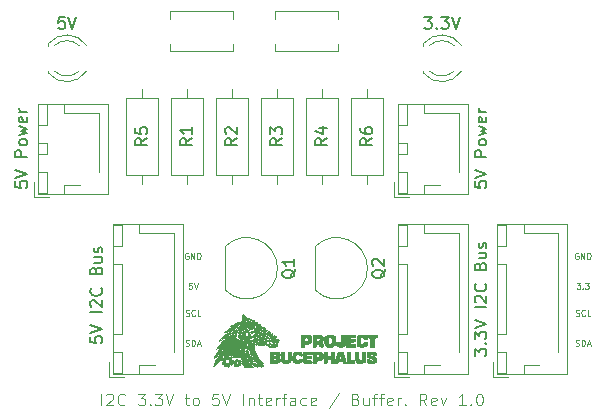
<source format=gbr>
G04 #@! TF.GenerationSoftware,KiCad,Pcbnew,(5.1.5)-3*
G04 #@! TF.CreationDate,2021-02-26T20:57:10+11:00*
G04 #@! TF.ProjectId,I2C_Interface,4932435f-496e-4746-9572-666163652e6b,rev?*
G04 #@! TF.SameCoordinates,Original*
G04 #@! TF.FileFunction,Legend,Top*
G04 #@! TF.FilePolarity,Positive*
%FSLAX46Y46*%
G04 Gerber Fmt 4.6, Leading zero omitted, Abs format (unit mm)*
G04 Created by KiCad (PCBNEW (5.1.5)-3) date 2021-02-26 20:57:10*
%MOMM*%
%LPD*%
G04 APERTURE LIST*
%ADD10C,0.075000*%
%ADD11C,0.125000*%
%ADD12C,0.120000*%
%ADD13C,0.010000*%
%ADD14C,0.150000*%
G04 APERTURE END LIST*
D10*
X161417047Y-104398000D02*
X161369428Y-104374190D01*
X161298000Y-104374190D01*
X161226571Y-104398000D01*
X161178952Y-104445619D01*
X161155142Y-104493238D01*
X161131333Y-104588476D01*
X161131333Y-104659904D01*
X161155142Y-104755142D01*
X161178952Y-104802761D01*
X161226571Y-104850380D01*
X161298000Y-104874190D01*
X161345619Y-104874190D01*
X161417047Y-104850380D01*
X161440857Y-104826571D01*
X161440857Y-104659904D01*
X161345619Y-104659904D01*
X161655142Y-104874190D02*
X161655142Y-104374190D01*
X161940857Y-104874190D01*
X161940857Y-104374190D01*
X162178952Y-104874190D02*
X162178952Y-104374190D01*
X162298000Y-104374190D01*
X162369428Y-104398000D01*
X162417047Y-104445619D01*
X162440857Y-104493238D01*
X162464666Y-104588476D01*
X162464666Y-104659904D01*
X162440857Y-104755142D01*
X162417047Y-104802761D01*
X162369428Y-104850380D01*
X162298000Y-104874190D01*
X162178952Y-104874190D01*
X161202761Y-109676380D02*
X161274190Y-109700190D01*
X161393238Y-109700190D01*
X161440857Y-109676380D01*
X161464666Y-109652571D01*
X161488476Y-109604952D01*
X161488476Y-109557333D01*
X161464666Y-109509714D01*
X161440857Y-109485904D01*
X161393238Y-109462095D01*
X161298000Y-109438285D01*
X161250380Y-109414476D01*
X161226571Y-109390666D01*
X161202761Y-109343047D01*
X161202761Y-109295428D01*
X161226571Y-109247809D01*
X161250380Y-109224000D01*
X161298000Y-109200190D01*
X161417047Y-109200190D01*
X161488476Y-109224000D01*
X161988476Y-109652571D02*
X161964666Y-109676380D01*
X161893238Y-109700190D01*
X161845619Y-109700190D01*
X161774190Y-109676380D01*
X161726571Y-109628761D01*
X161702761Y-109581142D01*
X161678952Y-109485904D01*
X161678952Y-109414476D01*
X161702761Y-109319238D01*
X161726571Y-109271619D01*
X161774190Y-109224000D01*
X161845619Y-109200190D01*
X161893238Y-109200190D01*
X161964666Y-109224000D01*
X161988476Y-109247809D01*
X162440857Y-109700190D02*
X162202761Y-109700190D01*
X162202761Y-109200190D01*
X161190857Y-112216380D02*
X161262285Y-112240190D01*
X161381333Y-112240190D01*
X161428952Y-112216380D01*
X161452761Y-112192571D01*
X161476571Y-112144952D01*
X161476571Y-112097333D01*
X161452761Y-112049714D01*
X161428952Y-112025904D01*
X161381333Y-112002095D01*
X161286095Y-111978285D01*
X161238476Y-111954476D01*
X161214666Y-111930666D01*
X161190857Y-111883047D01*
X161190857Y-111835428D01*
X161214666Y-111787809D01*
X161238476Y-111764000D01*
X161286095Y-111740190D01*
X161405142Y-111740190D01*
X161476571Y-111764000D01*
X161690857Y-112240190D02*
X161690857Y-111740190D01*
X161809904Y-111740190D01*
X161881333Y-111764000D01*
X161928952Y-111811619D01*
X161952761Y-111859238D01*
X161976571Y-111954476D01*
X161976571Y-112025904D01*
X161952761Y-112121142D01*
X161928952Y-112168761D01*
X161881333Y-112216380D01*
X161809904Y-112240190D01*
X161690857Y-112240190D01*
X162167047Y-112097333D02*
X162405142Y-112097333D01*
X162119428Y-112240190D02*
X162286095Y-111740190D01*
X162452761Y-112240190D01*
X161702761Y-106914190D02*
X161464666Y-106914190D01*
X161440857Y-107152285D01*
X161464666Y-107128476D01*
X161512285Y-107104666D01*
X161631333Y-107104666D01*
X161678952Y-107128476D01*
X161702761Y-107152285D01*
X161726571Y-107199904D01*
X161726571Y-107318952D01*
X161702761Y-107366571D01*
X161678952Y-107390380D01*
X161631333Y-107414190D01*
X161512285Y-107414190D01*
X161464666Y-107390380D01*
X161440857Y-107366571D01*
X161869428Y-106914190D02*
X162036095Y-107414190D01*
X162202761Y-106914190D01*
X194210857Y-112216380D02*
X194282285Y-112240190D01*
X194401333Y-112240190D01*
X194448952Y-112216380D01*
X194472761Y-112192571D01*
X194496571Y-112144952D01*
X194496571Y-112097333D01*
X194472761Y-112049714D01*
X194448952Y-112025904D01*
X194401333Y-112002095D01*
X194306095Y-111978285D01*
X194258476Y-111954476D01*
X194234666Y-111930666D01*
X194210857Y-111883047D01*
X194210857Y-111835428D01*
X194234666Y-111787809D01*
X194258476Y-111764000D01*
X194306095Y-111740190D01*
X194425142Y-111740190D01*
X194496571Y-111764000D01*
X194710857Y-112240190D02*
X194710857Y-111740190D01*
X194829904Y-111740190D01*
X194901333Y-111764000D01*
X194948952Y-111811619D01*
X194972761Y-111859238D01*
X194996571Y-111954476D01*
X194996571Y-112025904D01*
X194972761Y-112121142D01*
X194948952Y-112168761D01*
X194901333Y-112216380D01*
X194829904Y-112240190D01*
X194710857Y-112240190D01*
X195187047Y-112097333D02*
X195425142Y-112097333D01*
X195139428Y-112240190D02*
X195306095Y-111740190D01*
X195472761Y-112240190D01*
X194222761Y-109676380D02*
X194294190Y-109700190D01*
X194413238Y-109700190D01*
X194460857Y-109676380D01*
X194484666Y-109652571D01*
X194508476Y-109604952D01*
X194508476Y-109557333D01*
X194484666Y-109509714D01*
X194460857Y-109485904D01*
X194413238Y-109462095D01*
X194318000Y-109438285D01*
X194270380Y-109414476D01*
X194246571Y-109390666D01*
X194222761Y-109343047D01*
X194222761Y-109295428D01*
X194246571Y-109247809D01*
X194270380Y-109224000D01*
X194318000Y-109200190D01*
X194437047Y-109200190D01*
X194508476Y-109224000D01*
X195008476Y-109652571D02*
X194984666Y-109676380D01*
X194913238Y-109700190D01*
X194865619Y-109700190D01*
X194794190Y-109676380D01*
X194746571Y-109628761D01*
X194722761Y-109581142D01*
X194698952Y-109485904D01*
X194698952Y-109414476D01*
X194722761Y-109319238D01*
X194746571Y-109271619D01*
X194794190Y-109224000D01*
X194865619Y-109200190D01*
X194913238Y-109200190D01*
X194984666Y-109224000D01*
X195008476Y-109247809D01*
X195460857Y-109700190D02*
X195222761Y-109700190D01*
X195222761Y-109200190D01*
X194294190Y-106914190D02*
X194603714Y-106914190D01*
X194437047Y-107104666D01*
X194508476Y-107104666D01*
X194556095Y-107128476D01*
X194579904Y-107152285D01*
X194603714Y-107199904D01*
X194603714Y-107318952D01*
X194579904Y-107366571D01*
X194556095Y-107390380D01*
X194508476Y-107414190D01*
X194365619Y-107414190D01*
X194318000Y-107390380D01*
X194294190Y-107366571D01*
X194818000Y-107366571D02*
X194841809Y-107390380D01*
X194818000Y-107414190D01*
X194794190Y-107390380D01*
X194818000Y-107366571D01*
X194818000Y-107414190D01*
X195008476Y-106914190D02*
X195318000Y-106914190D01*
X195151333Y-107104666D01*
X195222761Y-107104666D01*
X195270380Y-107128476D01*
X195294190Y-107152285D01*
X195318000Y-107199904D01*
X195318000Y-107318952D01*
X195294190Y-107366571D01*
X195270380Y-107390380D01*
X195222761Y-107414190D01*
X195079904Y-107414190D01*
X195032285Y-107390380D01*
X195008476Y-107366571D01*
X194437047Y-104398000D02*
X194389428Y-104374190D01*
X194318000Y-104374190D01*
X194246571Y-104398000D01*
X194198952Y-104445619D01*
X194175142Y-104493238D01*
X194151333Y-104588476D01*
X194151333Y-104659904D01*
X194175142Y-104755142D01*
X194198952Y-104802761D01*
X194246571Y-104850380D01*
X194318000Y-104874190D01*
X194365619Y-104874190D01*
X194437047Y-104850380D01*
X194460857Y-104826571D01*
X194460857Y-104659904D01*
X194365619Y-104659904D01*
X194675142Y-104874190D02*
X194675142Y-104374190D01*
X194960857Y-104874190D01*
X194960857Y-104374190D01*
X195198952Y-104874190D02*
X195198952Y-104374190D01*
X195318000Y-104374190D01*
X195389428Y-104398000D01*
X195437047Y-104445619D01*
X195460857Y-104493238D01*
X195484666Y-104588476D01*
X195484666Y-104659904D01*
X195460857Y-104755142D01*
X195437047Y-104802761D01*
X195389428Y-104850380D01*
X195318000Y-104874190D01*
X195198952Y-104874190D01*
D11*
X154060952Y-117292380D02*
X154060952Y-116292380D01*
X154489523Y-116387619D02*
X154537142Y-116340000D01*
X154632380Y-116292380D01*
X154870476Y-116292380D01*
X154965714Y-116340000D01*
X155013333Y-116387619D01*
X155060952Y-116482857D01*
X155060952Y-116578095D01*
X155013333Y-116720952D01*
X154441904Y-117292380D01*
X155060952Y-117292380D01*
X156060952Y-117197142D02*
X156013333Y-117244761D01*
X155870476Y-117292380D01*
X155775238Y-117292380D01*
X155632380Y-117244761D01*
X155537142Y-117149523D01*
X155489523Y-117054285D01*
X155441904Y-116863809D01*
X155441904Y-116720952D01*
X155489523Y-116530476D01*
X155537142Y-116435238D01*
X155632380Y-116340000D01*
X155775238Y-116292380D01*
X155870476Y-116292380D01*
X156013333Y-116340000D01*
X156060952Y-116387619D01*
X157156190Y-116292380D02*
X157775238Y-116292380D01*
X157441904Y-116673333D01*
X157584761Y-116673333D01*
X157680000Y-116720952D01*
X157727619Y-116768571D01*
X157775238Y-116863809D01*
X157775238Y-117101904D01*
X157727619Y-117197142D01*
X157680000Y-117244761D01*
X157584761Y-117292380D01*
X157299047Y-117292380D01*
X157203809Y-117244761D01*
X157156190Y-117197142D01*
X158203809Y-117197142D02*
X158251428Y-117244761D01*
X158203809Y-117292380D01*
X158156190Y-117244761D01*
X158203809Y-117197142D01*
X158203809Y-117292380D01*
X158584761Y-116292380D02*
X159203809Y-116292380D01*
X158870476Y-116673333D01*
X159013333Y-116673333D01*
X159108571Y-116720952D01*
X159156190Y-116768571D01*
X159203809Y-116863809D01*
X159203809Y-117101904D01*
X159156190Y-117197142D01*
X159108571Y-117244761D01*
X159013333Y-117292380D01*
X158727619Y-117292380D01*
X158632380Y-117244761D01*
X158584761Y-117197142D01*
X159489523Y-116292380D02*
X159822857Y-117292380D01*
X160156190Y-116292380D01*
X161108571Y-116625714D02*
X161489523Y-116625714D01*
X161251428Y-116292380D02*
X161251428Y-117149523D01*
X161299047Y-117244761D01*
X161394285Y-117292380D01*
X161489523Y-117292380D01*
X161965714Y-117292380D02*
X161870476Y-117244761D01*
X161822857Y-117197142D01*
X161775238Y-117101904D01*
X161775238Y-116816190D01*
X161822857Y-116720952D01*
X161870476Y-116673333D01*
X161965714Y-116625714D01*
X162108571Y-116625714D01*
X162203809Y-116673333D01*
X162251428Y-116720952D01*
X162299047Y-116816190D01*
X162299047Y-117101904D01*
X162251428Y-117197142D01*
X162203809Y-117244761D01*
X162108571Y-117292380D01*
X161965714Y-117292380D01*
X163965714Y-116292380D02*
X163489523Y-116292380D01*
X163441904Y-116768571D01*
X163489523Y-116720952D01*
X163584761Y-116673333D01*
X163822857Y-116673333D01*
X163918095Y-116720952D01*
X163965714Y-116768571D01*
X164013333Y-116863809D01*
X164013333Y-117101904D01*
X163965714Y-117197142D01*
X163918095Y-117244761D01*
X163822857Y-117292380D01*
X163584761Y-117292380D01*
X163489523Y-117244761D01*
X163441904Y-117197142D01*
X164299047Y-116292380D02*
X164632380Y-117292380D01*
X164965714Y-116292380D01*
X166060952Y-117292380D02*
X166060952Y-116292380D01*
X166537142Y-116625714D02*
X166537142Y-117292380D01*
X166537142Y-116720952D02*
X166584761Y-116673333D01*
X166680000Y-116625714D01*
X166822857Y-116625714D01*
X166918095Y-116673333D01*
X166965714Y-116768571D01*
X166965714Y-117292380D01*
X167299047Y-116625714D02*
X167680000Y-116625714D01*
X167441904Y-116292380D02*
X167441904Y-117149523D01*
X167489523Y-117244761D01*
X167584761Y-117292380D01*
X167680000Y-117292380D01*
X168394285Y-117244761D02*
X168299047Y-117292380D01*
X168108571Y-117292380D01*
X168013333Y-117244761D01*
X167965714Y-117149523D01*
X167965714Y-116768571D01*
X168013333Y-116673333D01*
X168108571Y-116625714D01*
X168299047Y-116625714D01*
X168394285Y-116673333D01*
X168441904Y-116768571D01*
X168441904Y-116863809D01*
X167965714Y-116959047D01*
X168870476Y-117292380D02*
X168870476Y-116625714D01*
X168870476Y-116816190D02*
X168918095Y-116720952D01*
X168965714Y-116673333D01*
X169060952Y-116625714D01*
X169156190Y-116625714D01*
X169346666Y-116625714D02*
X169727619Y-116625714D01*
X169489523Y-117292380D02*
X169489523Y-116435238D01*
X169537142Y-116340000D01*
X169632380Y-116292380D01*
X169727619Y-116292380D01*
X170489523Y-117292380D02*
X170489523Y-116768571D01*
X170441904Y-116673333D01*
X170346666Y-116625714D01*
X170156190Y-116625714D01*
X170060952Y-116673333D01*
X170489523Y-117244761D02*
X170394285Y-117292380D01*
X170156190Y-117292380D01*
X170060952Y-117244761D01*
X170013333Y-117149523D01*
X170013333Y-117054285D01*
X170060952Y-116959047D01*
X170156190Y-116911428D01*
X170394285Y-116911428D01*
X170489523Y-116863809D01*
X171394285Y-117244761D02*
X171299047Y-117292380D01*
X171108571Y-117292380D01*
X171013333Y-117244761D01*
X170965714Y-117197142D01*
X170918095Y-117101904D01*
X170918095Y-116816190D01*
X170965714Y-116720952D01*
X171013333Y-116673333D01*
X171108571Y-116625714D01*
X171299047Y-116625714D01*
X171394285Y-116673333D01*
X172203809Y-117244761D02*
X172108571Y-117292380D01*
X171918095Y-117292380D01*
X171822857Y-117244761D01*
X171775238Y-117149523D01*
X171775238Y-116768571D01*
X171822857Y-116673333D01*
X171918095Y-116625714D01*
X172108571Y-116625714D01*
X172203809Y-116673333D01*
X172251428Y-116768571D01*
X172251428Y-116863809D01*
X171775238Y-116959047D01*
X174156190Y-116244761D02*
X173299047Y-117530476D01*
X175584761Y-116768571D02*
X175727619Y-116816190D01*
X175775238Y-116863809D01*
X175822857Y-116959047D01*
X175822857Y-117101904D01*
X175775238Y-117197142D01*
X175727619Y-117244761D01*
X175632380Y-117292380D01*
X175251428Y-117292380D01*
X175251428Y-116292380D01*
X175584761Y-116292380D01*
X175680000Y-116340000D01*
X175727619Y-116387619D01*
X175775238Y-116482857D01*
X175775238Y-116578095D01*
X175727619Y-116673333D01*
X175680000Y-116720952D01*
X175584761Y-116768571D01*
X175251428Y-116768571D01*
X176680000Y-116625714D02*
X176680000Y-117292380D01*
X176251428Y-116625714D02*
X176251428Y-117149523D01*
X176299047Y-117244761D01*
X176394285Y-117292380D01*
X176537142Y-117292380D01*
X176632380Y-117244761D01*
X176680000Y-117197142D01*
X177013333Y-116625714D02*
X177394285Y-116625714D01*
X177156190Y-117292380D02*
X177156190Y-116435238D01*
X177203809Y-116340000D01*
X177299047Y-116292380D01*
X177394285Y-116292380D01*
X177584761Y-116625714D02*
X177965714Y-116625714D01*
X177727619Y-117292380D02*
X177727619Y-116435238D01*
X177775238Y-116340000D01*
X177870476Y-116292380D01*
X177965714Y-116292380D01*
X178680000Y-117244761D02*
X178584761Y-117292380D01*
X178394285Y-117292380D01*
X178299047Y-117244761D01*
X178251428Y-117149523D01*
X178251428Y-116768571D01*
X178299047Y-116673333D01*
X178394285Y-116625714D01*
X178584761Y-116625714D01*
X178680000Y-116673333D01*
X178727619Y-116768571D01*
X178727619Y-116863809D01*
X178251428Y-116959047D01*
X179156190Y-117292380D02*
X179156190Y-116625714D01*
X179156190Y-116816190D02*
X179203809Y-116720952D01*
X179251428Y-116673333D01*
X179346666Y-116625714D01*
X179441904Y-116625714D01*
X179775238Y-117197142D02*
X179822857Y-117244761D01*
X179775238Y-117292380D01*
X179727619Y-117244761D01*
X179775238Y-117197142D01*
X179775238Y-117292380D01*
X181584761Y-117292380D02*
X181251428Y-116816190D01*
X181013333Y-117292380D02*
X181013333Y-116292380D01*
X181394285Y-116292380D01*
X181489523Y-116340000D01*
X181537142Y-116387619D01*
X181584761Y-116482857D01*
X181584761Y-116625714D01*
X181537142Y-116720952D01*
X181489523Y-116768571D01*
X181394285Y-116816190D01*
X181013333Y-116816190D01*
X182394285Y-117244761D02*
X182299047Y-117292380D01*
X182108571Y-117292380D01*
X182013333Y-117244761D01*
X181965714Y-117149523D01*
X181965714Y-116768571D01*
X182013333Y-116673333D01*
X182108571Y-116625714D01*
X182299047Y-116625714D01*
X182394285Y-116673333D01*
X182441904Y-116768571D01*
X182441904Y-116863809D01*
X181965714Y-116959047D01*
X182775238Y-116625714D02*
X183013333Y-117292380D01*
X183251428Y-116625714D01*
X184918095Y-117292380D02*
X184346666Y-117292380D01*
X184632380Y-117292380D02*
X184632380Y-116292380D01*
X184537142Y-116435238D01*
X184441904Y-116530476D01*
X184346666Y-116578095D01*
X185346666Y-117197142D02*
X185394285Y-117244761D01*
X185346666Y-117292380D01*
X185299047Y-117244761D01*
X185346666Y-117197142D01*
X185346666Y-117292380D01*
X186013333Y-116292380D02*
X186108571Y-116292380D01*
X186203809Y-116340000D01*
X186251428Y-116387619D01*
X186299047Y-116482857D01*
X186346666Y-116673333D01*
X186346666Y-116911428D01*
X186299047Y-117101904D01*
X186251428Y-117197142D01*
X186203809Y-117244761D01*
X186108571Y-117292380D01*
X186013333Y-117292380D01*
X185918095Y-117244761D01*
X185870476Y-117197142D01*
X185822857Y-117101904D01*
X185775238Y-116911428D01*
X185775238Y-116673333D01*
X185822857Y-116482857D01*
X185870476Y-116387619D01*
X185918095Y-116340000D01*
X186013333Y-116292380D01*
D12*
X163730000Y-97774000D02*
X166470000Y-97774000D01*
X166470000Y-97774000D02*
X166470000Y-91234000D01*
X166470000Y-91234000D02*
X163730000Y-91234000D01*
X163730000Y-91234000D02*
X163730000Y-97774000D01*
X165100000Y-98544000D02*
X165100000Y-97774000D01*
X165100000Y-90464000D02*
X165100000Y-91234000D01*
X157480000Y-90464000D02*
X157480000Y-91234000D01*
X157480000Y-98544000D02*
X157480000Y-97774000D01*
X156110000Y-91234000D02*
X156110000Y-97774000D01*
X158850000Y-91234000D02*
X156110000Y-91234000D01*
X158850000Y-97774000D02*
X158850000Y-91234000D01*
X156110000Y-97774000D02*
X158850000Y-97774000D01*
X172140000Y-103880000D02*
X172140000Y-107480000D01*
X172151522Y-103841522D02*
G75*
G02X176590000Y-105680000I1838478J-1838478D01*
G01*
X172151522Y-107518478D02*
G75*
G03X176590000Y-105680000I1838478J1838478D01*
G01*
X148670000Y-99350000D02*
X154640000Y-99350000D01*
X154640000Y-99350000D02*
X154640000Y-91730000D01*
X154640000Y-91730000D02*
X148670000Y-91730000D01*
X148670000Y-91730000D02*
X148670000Y-99350000D01*
X148680000Y-96040000D02*
X149430000Y-96040000D01*
X149430000Y-96040000D02*
X149430000Y-95040000D01*
X149430000Y-95040000D02*
X148680000Y-95040000D01*
X148680000Y-95040000D02*
X148680000Y-96040000D01*
X148680000Y-99340000D02*
X149430000Y-99340000D01*
X149430000Y-99340000D02*
X149430000Y-97540000D01*
X149430000Y-97540000D02*
X148680000Y-97540000D01*
X148680000Y-97540000D02*
X148680000Y-99340000D01*
X148680000Y-93540000D02*
X149430000Y-93540000D01*
X149430000Y-93540000D02*
X149430000Y-91740000D01*
X149430000Y-91740000D02*
X148680000Y-91740000D01*
X148680000Y-91740000D02*
X148680000Y-93540000D01*
X150930000Y-99340000D02*
X150930000Y-98590000D01*
X150930000Y-98590000D02*
X152270000Y-98590000D01*
X153880000Y-95540000D02*
X153880000Y-97530000D01*
X150930000Y-91740000D02*
X150930000Y-92490000D01*
X150930000Y-92490000D02*
X153880000Y-92490000D01*
X153880000Y-92490000D02*
X153880000Y-95540000D01*
X148380000Y-98390000D02*
X148380000Y-99640000D01*
X148380000Y-99640000D02*
X149630000Y-99640000D01*
D13*
G36*
X166779195Y-110452191D02*
G01*
X166790031Y-110464854D01*
X166821831Y-110537367D01*
X166815646Y-110572812D01*
X166749660Y-110614000D01*
X166670992Y-110598864D01*
X166642656Y-110570604D01*
X166644161Y-110532333D01*
X166666333Y-110532333D01*
X166696717Y-110573455D01*
X166706168Y-110574667D01*
X166763502Y-110543894D01*
X166772167Y-110532333D01*
X166762570Y-110496092D01*
X166732332Y-110490000D01*
X166674410Y-110512102D01*
X166666333Y-110532333D01*
X166644161Y-110532333D01*
X166645155Y-110507090D01*
X166675544Y-110462646D01*
X166731617Y-110422833D01*
X166779195Y-110452191D01*
G37*
X166779195Y-110452191D02*
X166790031Y-110464854D01*
X166821831Y-110537367D01*
X166815646Y-110572812D01*
X166749660Y-110614000D01*
X166670992Y-110598864D01*
X166642656Y-110570604D01*
X166644161Y-110532333D01*
X166666333Y-110532333D01*
X166696717Y-110573455D01*
X166706168Y-110574667D01*
X166763502Y-110543894D01*
X166772167Y-110532333D01*
X166762570Y-110496092D01*
X166732332Y-110490000D01*
X166674410Y-110512102D01*
X166666333Y-110532333D01*
X166644161Y-110532333D01*
X166645155Y-110507090D01*
X166675544Y-110462646D01*
X166731617Y-110422833D01*
X166779195Y-110452191D01*
G36*
X166100130Y-110764454D02*
G01*
X166108361Y-110835934D01*
X166070619Y-110925689D01*
X165998098Y-110939141D01*
X165951081Y-110916917D01*
X165912022Y-110856259D01*
X165914165Y-110849833D01*
X165989000Y-110849833D01*
X166010167Y-110871000D01*
X166031333Y-110849833D01*
X166010167Y-110828667D01*
X165989000Y-110849833D01*
X165914165Y-110849833D01*
X165934335Y-110789359D01*
X166003348Y-110747203D01*
X166032949Y-110744000D01*
X166100130Y-110764454D01*
G37*
X166100130Y-110764454D02*
X166108361Y-110835934D01*
X166070619Y-110925689D01*
X165998098Y-110939141D01*
X165951081Y-110916917D01*
X165912022Y-110856259D01*
X165914165Y-110849833D01*
X165989000Y-110849833D01*
X166010167Y-110871000D01*
X166031333Y-110849833D01*
X166010167Y-110828667D01*
X165989000Y-110849833D01*
X165914165Y-110849833D01*
X165934335Y-110789359D01*
X166003348Y-110747203D01*
X166032949Y-110744000D01*
X166100130Y-110764454D01*
G36*
X166684507Y-110136241D02*
G01*
X166675378Y-110190575D01*
X166630540Y-110226764D01*
X166588382Y-110214509D01*
X166588207Y-110175139D01*
X166621602Y-110115497D01*
X166645167Y-110106764D01*
X166684507Y-110136241D01*
G37*
X166684507Y-110136241D02*
X166675378Y-110190575D01*
X166630540Y-110226764D01*
X166588382Y-110214509D01*
X166588207Y-110175139D01*
X166621602Y-110115497D01*
X166645167Y-110106764D01*
X166684507Y-110136241D01*
G36*
X166976689Y-110075849D02*
G01*
X167005000Y-110149992D01*
X167024812Y-110202222D01*
X167097667Y-110206283D01*
X167114516Y-110203324D01*
X167192930Y-110198184D01*
X167213828Y-110239298D01*
X167209766Y-110283277D01*
X167172706Y-110361716D01*
X167107558Y-110401364D01*
X167042658Y-110396639D01*
X167006342Y-110341962D01*
X167005000Y-110323611D01*
X166995483Y-110299500D01*
X167089667Y-110299500D01*
X167110833Y-110320667D01*
X167132000Y-110299500D01*
X167110833Y-110278333D01*
X167089667Y-110299500D01*
X166995483Y-110299500D01*
X166976133Y-110250478D01*
X166922832Y-110236000D01*
X166833243Y-110210281D01*
X166808854Y-110151333D01*
X166878000Y-110151333D01*
X166910214Y-110192436D01*
X166920333Y-110193667D01*
X166961436Y-110161452D01*
X166962667Y-110151333D01*
X166930452Y-110110230D01*
X166920333Y-110109000D01*
X166879230Y-110141214D01*
X166878000Y-110151333D01*
X166808854Y-110151333D01*
X166807017Y-110146894D01*
X166835117Y-110088495D01*
X166908165Y-110049308D01*
X166976689Y-110075849D01*
G37*
X166976689Y-110075849D02*
X167005000Y-110149992D01*
X167024812Y-110202222D01*
X167097667Y-110206283D01*
X167114516Y-110203324D01*
X167192930Y-110198184D01*
X167213828Y-110239298D01*
X167209766Y-110283277D01*
X167172706Y-110361716D01*
X167107558Y-110401364D01*
X167042658Y-110396639D01*
X167006342Y-110341962D01*
X167005000Y-110323611D01*
X166995483Y-110299500D01*
X167089667Y-110299500D01*
X167110833Y-110320667D01*
X167132000Y-110299500D01*
X167110833Y-110278333D01*
X167089667Y-110299500D01*
X166995483Y-110299500D01*
X166976133Y-110250478D01*
X166922832Y-110236000D01*
X166833243Y-110210281D01*
X166808854Y-110151333D01*
X166878000Y-110151333D01*
X166910214Y-110192436D01*
X166920333Y-110193667D01*
X166961436Y-110161452D01*
X166962667Y-110151333D01*
X166930452Y-110110230D01*
X166920333Y-110109000D01*
X166879230Y-110141214D01*
X166878000Y-110151333D01*
X166808854Y-110151333D01*
X166807017Y-110146894D01*
X166835117Y-110088495D01*
X166908165Y-110049308D01*
X166976689Y-110075849D01*
G36*
X165710076Y-111356912D02*
G01*
X165713833Y-111379000D01*
X165680450Y-111442564D01*
X165660917Y-111453083D01*
X165618429Y-111433435D01*
X165608000Y-111379000D01*
X165627506Y-111311856D01*
X165660917Y-111304917D01*
X165710076Y-111356912D01*
G37*
X165710076Y-111356912D02*
X165713833Y-111379000D01*
X165680450Y-111442564D01*
X165660917Y-111453083D01*
X165618429Y-111433435D01*
X165608000Y-111379000D01*
X165627506Y-111311856D01*
X165660917Y-111304917D01*
X165710076Y-111356912D01*
G36*
X165527873Y-110861707D02*
G01*
X165540326Y-110935603D01*
X165513043Y-111012519D01*
X165502020Y-111025360D01*
X165456600Y-111127285D01*
X165456616Y-111233882D01*
X165458788Y-111338217D01*
X165427359Y-111377605D01*
X165414308Y-111379000D01*
X165360041Y-111402170D01*
X165354000Y-111420005D01*
X165322480Y-111442039D01*
X165283555Y-111433977D01*
X165230763Y-111422369D01*
X165234393Y-111443841D01*
X165280582Y-111484270D01*
X165355468Y-111529532D01*
X165395425Y-111547957D01*
X165480706Y-111588405D01*
X165514371Y-111631930D01*
X165498980Y-111700909D01*
X165437091Y-111817718D01*
X165428083Y-111833523D01*
X165332833Y-112000354D01*
X165056900Y-111908167D01*
X165269333Y-111908167D01*
X165290500Y-111929333D01*
X165311667Y-111908167D01*
X165290500Y-111887000D01*
X165269333Y-111908167D01*
X165056900Y-111908167D01*
X165025917Y-111897816D01*
X164880014Y-111845378D01*
X164771705Y-111799416D01*
X164720622Y-111768439D01*
X164719000Y-111764760D01*
X164729918Y-111738833D01*
X164803667Y-111738833D01*
X164824833Y-111760000D01*
X164846000Y-111738833D01*
X164824833Y-111717667D01*
X164803667Y-111738833D01*
X164729918Y-111738833D01*
X164740013Y-111714864D01*
X164774085Y-111654167D01*
X165438667Y-111654167D01*
X165459833Y-111675333D01*
X165481000Y-111654167D01*
X165459833Y-111633000D01*
X165438667Y-111654167D01*
X164774085Y-111654167D01*
X164794187Y-111618357D01*
X164846009Y-111533970D01*
X164907671Y-111442500D01*
X164973000Y-111442500D01*
X164994167Y-111463667D01*
X165015333Y-111442500D01*
X164994167Y-111421333D01*
X164973000Y-111442500D01*
X164907671Y-111442500D01*
X164922173Y-111420989D01*
X164975461Y-111368911D01*
X165024229Y-111364688D01*
X165061301Y-111380945D01*
X165135241Y-111404376D01*
X165183265Y-111395971D01*
X165181703Y-111364532D01*
X165158106Y-111344948D01*
X165128928Y-111286511D01*
X165126326Y-111255528D01*
X165227000Y-111255528D01*
X165249304Y-111317594D01*
X165296510Y-111319191D01*
X165339059Y-111264677D01*
X165346521Y-111237908D01*
X165328285Y-111177490D01*
X165293604Y-111167333D01*
X165238645Y-111202943D01*
X165227000Y-111255528D01*
X165126326Y-111255528D01*
X165121238Y-111194951D01*
X165137604Y-111119675D01*
X165145840Y-111109113D01*
X165212605Y-111074394D01*
X165292344Y-111059536D01*
X165347346Y-111069395D01*
X165354000Y-111082312D01*
X165379812Y-111110146D01*
X165396658Y-111103632D01*
X165407547Y-111057327D01*
X165375491Y-111013444D01*
X165323591Y-110946944D01*
X165316349Y-110927444D01*
X165410444Y-110927444D01*
X165416255Y-110952611D01*
X165438667Y-110955667D01*
X165473512Y-110940177D01*
X165466889Y-110927444D01*
X165416649Y-110922378D01*
X165410444Y-110927444D01*
X165316349Y-110927444D01*
X165311667Y-110914839D01*
X165346478Y-110873026D01*
X165423322Y-110837912D01*
X165479933Y-110828667D01*
X165527873Y-110861707D01*
G37*
X165527873Y-110861707D02*
X165540326Y-110935603D01*
X165513043Y-111012519D01*
X165502020Y-111025360D01*
X165456600Y-111127285D01*
X165456616Y-111233882D01*
X165458788Y-111338217D01*
X165427359Y-111377605D01*
X165414308Y-111379000D01*
X165360041Y-111402170D01*
X165354000Y-111420005D01*
X165322480Y-111442039D01*
X165283555Y-111433977D01*
X165230763Y-111422369D01*
X165234393Y-111443841D01*
X165280582Y-111484270D01*
X165355468Y-111529532D01*
X165395425Y-111547957D01*
X165480706Y-111588405D01*
X165514371Y-111631930D01*
X165498980Y-111700909D01*
X165437091Y-111817718D01*
X165428083Y-111833523D01*
X165332833Y-112000354D01*
X165056900Y-111908167D01*
X165269333Y-111908167D01*
X165290500Y-111929333D01*
X165311667Y-111908167D01*
X165290500Y-111887000D01*
X165269333Y-111908167D01*
X165056900Y-111908167D01*
X165025917Y-111897816D01*
X164880014Y-111845378D01*
X164771705Y-111799416D01*
X164720622Y-111768439D01*
X164719000Y-111764760D01*
X164729918Y-111738833D01*
X164803667Y-111738833D01*
X164824833Y-111760000D01*
X164846000Y-111738833D01*
X164824833Y-111717667D01*
X164803667Y-111738833D01*
X164729918Y-111738833D01*
X164740013Y-111714864D01*
X164774085Y-111654167D01*
X165438667Y-111654167D01*
X165459833Y-111675333D01*
X165481000Y-111654167D01*
X165459833Y-111633000D01*
X165438667Y-111654167D01*
X164774085Y-111654167D01*
X164794187Y-111618357D01*
X164846009Y-111533970D01*
X164907671Y-111442500D01*
X164973000Y-111442500D01*
X164994167Y-111463667D01*
X165015333Y-111442500D01*
X164994167Y-111421333D01*
X164973000Y-111442500D01*
X164907671Y-111442500D01*
X164922173Y-111420989D01*
X164975461Y-111368911D01*
X165024229Y-111364688D01*
X165061301Y-111380945D01*
X165135241Y-111404376D01*
X165183265Y-111395971D01*
X165181703Y-111364532D01*
X165158106Y-111344948D01*
X165128928Y-111286511D01*
X165126326Y-111255528D01*
X165227000Y-111255528D01*
X165249304Y-111317594D01*
X165296510Y-111319191D01*
X165339059Y-111264677D01*
X165346521Y-111237908D01*
X165328285Y-111177490D01*
X165293604Y-111167333D01*
X165238645Y-111202943D01*
X165227000Y-111255528D01*
X165126326Y-111255528D01*
X165121238Y-111194951D01*
X165137604Y-111119675D01*
X165145840Y-111109113D01*
X165212605Y-111074394D01*
X165292344Y-111059536D01*
X165347346Y-111069395D01*
X165354000Y-111082312D01*
X165379812Y-111110146D01*
X165396658Y-111103632D01*
X165407547Y-111057327D01*
X165375491Y-111013444D01*
X165323591Y-110946944D01*
X165316349Y-110927444D01*
X165410444Y-110927444D01*
X165416255Y-110952611D01*
X165438667Y-110955667D01*
X165473512Y-110940177D01*
X165466889Y-110927444D01*
X165416649Y-110922378D01*
X165410444Y-110927444D01*
X165316349Y-110927444D01*
X165311667Y-110914839D01*
X165346478Y-110873026D01*
X165423322Y-110837912D01*
X165479933Y-110828667D01*
X165527873Y-110861707D01*
G36*
X168991845Y-111663329D02*
G01*
X169030296Y-111692820D01*
X169071139Y-111752669D01*
X169045222Y-111813178D01*
X169034001Y-111827113D01*
X168983673Y-111905289D01*
X168970002Y-111945654D01*
X168955171Y-112041681D01*
X168927855Y-112079165D01*
X168890655Y-112084555D01*
X168823426Y-112050261D01*
X168803684Y-112018644D01*
X168808250Y-111971667D01*
X168867667Y-111971667D01*
X168883156Y-112006512D01*
X168895889Y-111999889D01*
X168900955Y-111949649D01*
X168895889Y-111943444D01*
X168870722Y-111949255D01*
X168867667Y-111971667D01*
X168808250Y-111971667D01*
X168811268Y-111940632D01*
X168838324Y-111908910D01*
X168876994Y-111836321D01*
X168864456Y-111773718D01*
X168863833Y-111743601D01*
X168924552Y-111743601D01*
X168931167Y-111760000D01*
X168969208Y-111800385D01*
X168975998Y-111802333D01*
X168994181Y-111769580D01*
X168994667Y-111760000D01*
X168962123Y-111719293D01*
X168949835Y-111717667D01*
X168924552Y-111743601D01*
X168863833Y-111743601D01*
X168862730Y-111690411D01*
X168914003Y-111649317D01*
X168991845Y-111663329D01*
G37*
X168991845Y-111663329D02*
X169030296Y-111692820D01*
X169071139Y-111752669D01*
X169045222Y-111813178D01*
X169034001Y-111827113D01*
X168983673Y-111905289D01*
X168970002Y-111945654D01*
X168955171Y-112041681D01*
X168927855Y-112079165D01*
X168890655Y-112084555D01*
X168823426Y-112050261D01*
X168803684Y-112018644D01*
X168808250Y-111971667D01*
X168867667Y-111971667D01*
X168883156Y-112006512D01*
X168895889Y-111999889D01*
X168900955Y-111949649D01*
X168895889Y-111943444D01*
X168870722Y-111949255D01*
X168867667Y-111971667D01*
X168808250Y-111971667D01*
X168811268Y-111940632D01*
X168838324Y-111908910D01*
X168876994Y-111836321D01*
X168864456Y-111773718D01*
X168863833Y-111743601D01*
X168924552Y-111743601D01*
X168931167Y-111760000D01*
X168969208Y-111800385D01*
X168975998Y-111802333D01*
X168994181Y-111769580D01*
X168994667Y-111760000D01*
X168962123Y-111719293D01*
X168949835Y-111717667D01*
X168924552Y-111743601D01*
X168863833Y-111743601D01*
X168862730Y-111690411D01*
X168914003Y-111649317D01*
X168991845Y-111663329D01*
G36*
X168938470Y-112167607D02*
G01*
X168944219Y-112180158D01*
X168923784Y-112218759D01*
X168888833Y-112225667D01*
X168836146Y-112204187D01*
X168833447Y-112180158D01*
X168877151Y-112136421D01*
X168888833Y-112134650D01*
X168938470Y-112167607D01*
G37*
X168938470Y-112167607D02*
X168944219Y-112180158D01*
X168923784Y-112218759D01*
X168888833Y-112225667D01*
X168836146Y-112204187D01*
X168833447Y-112180158D01*
X168877151Y-112136421D01*
X168888833Y-112134650D01*
X168938470Y-112167607D01*
G36*
X168211850Y-111009732D02*
G01*
X168189540Y-111081901D01*
X168133727Y-111160190D01*
X167977123Y-111382399D01*
X167882317Y-111648717D01*
X167856648Y-111938425D01*
X167856792Y-111942014D01*
X167860753Y-112085761D01*
X167852818Y-112164964D01*
X167826109Y-112199598D01*
X167773750Y-112209636D01*
X167764451Y-112210190D01*
X167635419Y-112206195D01*
X167560453Y-112195946D01*
X167500104Y-112176429D01*
X167474973Y-112133567D01*
X167475190Y-112119833D01*
X167513000Y-112119833D01*
X167534167Y-112141000D01*
X167555333Y-112119833D01*
X167534167Y-112098667D01*
X167513000Y-112119833D01*
X167475190Y-112119833D01*
X167476407Y-112042888D01*
X167483579Y-111978590D01*
X167512724Y-111814568D01*
X167554858Y-111669561D01*
X167602948Y-111559661D01*
X167649958Y-111500958D01*
X167688706Y-111509327D01*
X167715562Y-111538377D01*
X167709007Y-111493304D01*
X167706231Y-111483105D01*
X167720389Y-111409514D01*
X167780863Y-111311498D01*
X167868955Y-111208589D01*
X167965970Y-111120321D01*
X168053211Y-111066223D01*
X168108259Y-111063102D01*
X168141437Y-111071879D01*
X168132683Y-111049799D01*
X168131255Y-110992004D01*
X168144384Y-110979068D01*
X168197233Y-110968059D01*
X168211850Y-111009732D01*
G37*
X168211850Y-111009732D02*
X168189540Y-111081901D01*
X168133727Y-111160190D01*
X167977123Y-111382399D01*
X167882317Y-111648717D01*
X167856648Y-111938425D01*
X167856792Y-111942014D01*
X167860753Y-112085761D01*
X167852818Y-112164964D01*
X167826109Y-112199598D01*
X167773750Y-112209636D01*
X167764451Y-112210190D01*
X167635419Y-112206195D01*
X167560453Y-112195946D01*
X167500104Y-112176429D01*
X167474973Y-112133567D01*
X167475190Y-112119833D01*
X167513000Y-112119833D01*
X167534167Y-112141000D01*
X167555333Y-112119833D01*
X167534167Y-112098667D01*
X167513000Y-112119833D01*
X167475190Y-112119833D01*
X167476407Y-112042888D01*
X167483579Y-111978590D01*
X167512724Y-111814568D01*
X167554858Y-111669561D01*
X167602948Y-111559661D01*
X167649958Y-111500958D01*
X167688706Y-111509327D01*
X167715562Y-111538377D01*
X167709007Y-111493304D01*
X167706231Y-111483105D01*
X167720389Y-111409514D01*
X167780863Y-111311498D01*
X167868955Y-111208589D01*
X167965970Y-111120321D01*
X168053211Y-111066223D01*
X168108259Y-111063102D01*
X168141437Y-111071879D01*
X168132683Y-111049799D01*
X168131255Y-110992004D01*
X168144384Y-110979068D01*
X168197233Y-110968059D01*
X168211850Y-111009732D01*
G36*
X177411228Y-111410750D02*
G01*
X177386714Y-111494521D01*
X177320965Y-111531554D01*
X177260250Y-111540432D01*
X177122667Y-111553698D01*
X177122667Y-112310333D01*
X176826333Y-112310333D01*
X176826333Y-111553957D01*
X176709917Y-111540562D01*
X176619246Y-111510242D01*
X176582766Y-111430162D01*
X176580105Y-111410750D01*
X176566709Y-111294333D01*
X177424624Y-111294333D01*
X177411228Y-111410750D01*
G37*
X177411228Y-111410750D02*
X177386714Y-111494521D01*
X177320965Y-111531554D01*
X177260250Y-111540432D01*
X177122667Y-111553698D01*
X177122667Y-112310333D01*
X176826333Y-112310333D01*
X176826333Y-111553957D01*
X176709917Y-111540562D01*
X176619246Y-111510242D01*
X176582766Y-111430162D01*
X176580105Y-111410750D01*
X176566709Y-111294333D01*
X177424624Y-111294333D01*
X177411228Y-111410750D01*
G36*
X176332454Y-111302531D02*
G01*
X176448502Y-111333501D01*
X176512379Y-111396809D01*
X176539816Y-111502020D01*
X176542689Y-111534041D01*
X176536123Y-111622375D01*
X176482374Y-111659446D01*
X176430415Y-111667980D01*
X176312197Y-111652476D01*
X176248098Y-111593897D01*
X176157233Y-111519596D01*
X176054949Y-111515669D01*
X175982396Y-111566211D01*
X175954719Y-111643392D01*
X175943772Y-111767857D01*
X175945463Y-111826171D01*
X175961751Y-111955880D01*
X175996609Y-112026620D01*
X176054746Y-112061297D01*
X176150610Y-112069902D01*
X176234662Y-112013004D01*
X176343703Y-111949081D01*
X176450625Y-111929333D01*
X176539416Y-111935596D01*
X176568129Y-111971650D01*
X176556579Y-112063392D01*
X176555888Y-112066917D01*
X176516210Y-112184663D01*
X176442619Y-112258792D01*
X176319364Y-112297811D01*
X176130693Y-112310226D01*
X176105136Y-112310333D01*
X175942214Y-112305453D01*
X175838831Y-112286751D01*
X175770216Y-112248137D01*
X175742811Y-112221244D01*
X175700046Y-112156756D01*
X175675135Y-112066059D01*
X175663982Y-111927465D01*
X175662167Y-111794262D01*
X175671196Y-111580847D01*
X175706980Y-111437577D01*
X175782558Y-111351045D01*
X175910970Y-111307847D01*
X176105258Y-111294578D01*
X176148506Y-111294333D01*
X176332454Y-111302531D01*
G37*
X176332454Y-111302531D02*
X176448502Y-111333501D01*
X176512379Y-111396809D01*
X176539816Y-111502020D01*
X176542689Y-111534041D01*
X176536123Y-111622375D01*
X176482374Y-111659446D01*
X176430415Y-111667980D01*
X176312197Y-111652476D01*
X176248098Y-111593897D01*
X176157233Y-111519596D01*
X176054949Y-111515669D01*
X175982396Y-111566211D01*
X175954719Y-111643392D01*
X175943772Y-111767857D01*
X175945463Y-111826171D01*
X175961751Y-111955880D01*
X175996609Y-112026620D01*
X176054746Y-112061297D01*
X176150610Y-112069902D01*
X176234662Y-112013004D01*
X176343703Y-111949081D01*
X176450625Y-111929333D01*
X176539416Y-111935596D01*
X176568129Y-111971650D01*
X176556579Y-112063392D01*
X176555888Y-112066917D01*
X176516210Y-112184663D01*
X176442619Y-112258792D01*
X176319364Y-112297811D01*
X176130693Y-112310226D01*
X176105136Y-112310333D01*
X175942214Y-112305453D01*
X175838831Y-112286751D01*
X175770216Y-112248137D01*
X175742811Y-112221244D01*
X175700046Y-112156756D01*
X175675135Y-112066059D01*
X175663982Y-111927465D01*
X175662167Y-111794262D01*
X175671196Y-111580847D01*
X175706980Y-111437577D01*
X175782558Y-111351045D01*
X175910970Y-111307847D01*
X176105258Y-111294578D01*
X176148506Y-111294333D01*
X176332454Y-111302531D01*
G36*
X175355692Y-111295176D02*
G01*
X175467676Y-111300721D01*
X175527580Y-111315495D01*
X175551695Y-111344022D01*
X175556315Y-111390830D01*
X175556333Y-111400167D01*
X175550289Y-111460779D01*
X175518345Y-111492340D01*
X175439781Y-111504266D01*
X175323500Y-111506000D01*
X175188946Y-111509675D01*
X175118851Y-111525564D01*
X175093150Y-111560963D01*
X175090667Y-111590667D01*
X175101811Y-111641450D01*
X175149112Y-111666778D01*
X175253375Y-111674971D01*
X175302333Y-111675333D01*
X175427955Y-111678764D01*
X175490625Y-111696276D01*
X175511995Y-111738693D01*
X175514000Y-111781167D01*
X175507137Y-111843978D01*
X175472115Y-111875312D01*
X175387280Y-111885997D01*
X175302333Y-111887000D01*
X175176481Y-111890683D01*
X175113688Y-111908472D01*
X175092440Y-111950480D01*
X175090667Y-111986481D01*
X175097730Y-112044367D01*
X175132966Y-112073311D01*
X175217443Y-112082341D01*
X175312917Y-112081731D01*
X175442755Y-112082232D01*
X175510618Y-112097321D01*
X175539113Y-112137759D01*
X175548562Y-112193917D01*
X175561957Y-112310333D01*
X174794333Y-112310333D01*
X174794333Y-111294333D01*
X175175333Y-111294333D01*
X175355692Y-111295176D01*
G37*
X175355692Y-111295176D02*
X175467676Y-111300721D01*
X175527580Y-111315495D01*
X175551695Y-111344022D01*
X175556315Y-111390830D01*
X175556333Y-111400167D01*
X175550289Y-111460779D01*
X175518345Y-111492340D01*
X175439781Y-111504266D01*
X175323500Y-111506000D01*
X175188946Y-111509675D01*
X175118851Y-111525564D01*
X175093150Y-111560963D01*
X175090667Y-111590667D01*
X175101811Y-111641450D01*
X175149112Y-111666778D01*
X175253375Y-111674971D01*
X175302333Y-111675333D01*
X175427955Y-111678764D01*
X175490625Y-111696276D01*
X175511995Y-111738693D01*
X175514000Y-111781167D01*
X175507137Y-111843978D01*
X175472115Y-111875312D01*
X175387280Y-111885997D01*
X175302333Y-111887000D01*
X175176481Y-111890683D01*
X175113688Y-111908472D01*
X175092440Y-111950480D01*
X175090667Y-111986481D01*
X175097730Y-112044367D01*
X175132966Y-112073311D01*
X175217443Y-112082341D01*
X175312917Y-112081731D01*
X175442755Y-112082232D01*
X175510618Y-112097321D01*
X175539113Y-112137759D01*
X175548562Y-112193917D01*
X175561957Y-112310333D01*
X174794333Y-112310333D01*
X174794333Y-111294333D01*
X175175333Y-111294333D01*
X175355692Y-111295176D01*
G36*
X174667333Y-111735809D02*
G01*
X174663718Y-111966475D01*
X174647391Y-112125699D01*
X174610129Y-112226587D01*
X174543710Y-112282247D01*
X174439910Y-112305783D01*
X174306876Y-112310333D01*
X174163547Y-112303658D01*
X174076750Y-112277753D01*
X174018997Y-112223801D01*
X174013567Y-112216247D01*
X173962518Y-112099931D01*
X173947667Y-112004580D01*
X173957266Y-111924854D01*
X174003132Y-111892591D01*
X174092889Y-111887000D01*
X174197763Y-111899004D01*
X174244152Y-111943670D01*
X174251639Y-111973343D01*
X174280527Y-112047455D01*
X174307500Y-112068593D01*
X174328746Y-112033143D01*
X174346552Y-111926084D01*
X174359060Y-111760460D01*
X174362005Y-111685917D01*
X174374177Y-111294333D01*
X174667333Y-111294333D01*
X174667333Y-111735809D01*
G37*
X174667333Y-111735809D02*
X174663718Y-111966475D01*
X174647391Y-112125699D01*
X174610129Y-112226587D01*
X174543710Y-112282247D01*
X174439910Y-112305783D01*
X174306876Y-112310333D01*
X174163547Y-112303658D01*
X174076750Y-112277753D01*
X174018997Y-112223801D01*
X174013567Y-112216247D01*
X173962518Y-112099931D01*
X173947667Y-112004580D01*
X173957266Y-111924854D01*
X174003132Y-111892591D01*
X174092889Y-111887000D01*
X174197763Y-111899004D01*
X174244152Y-111943670D01*
X174251639Y-111973343D01*
X174280527Y-112047455D01*
X174307500Y-112068593D01*
X174328746Y-112033143D01*
X174346552Y-111926084D01*
X174359060Y-111760460D01*
X174362005Y-111685917D01*
X174374177Y-111294333D01*
X174667333Y-111294333D01*
X174667333Y-111735809D01*
G36*
X173549919Y-111302720D02*
G01*
X173708197Y-111354143D01*
X173751457Y-111382072D01*
X173809077Y-111434535D01*
X173842534Y-111494508D01*
X173858303Y-111585438D01*
X173862854Y-111730772D01*
X173863000Y-111786163D01*
X173859753Y-111955343D01*
X173845928Y-112064763D01*
X173815394Y-112139211D01*
X173762023Y-112203478D01*
X173759091Y-112206424D01*
X173633998Y-112279834D01*
X173464446Y-112314731D01*
X173281735Y-112310409D01*
X173117163Y-112266159D01*
X173043209Y-112222594D01*
X172986829Y-112171673D01*
X172953491Y-112113834D01*
X172937208Y-112026527D01*
X172931995Y-111887200D01*
X172931672Y-111803395D01*
X173228000Y-111803395D01*
X173241751Y-111976216D01*
X173286002Y-112072866D01*
X173365250Y-112097749D01*
X173483992Y-112055266D01*
X173484783Y-112054844D01*
X173535006Y-112009403D01*
X173559924Y-111927216D01*
X173566666Y-111784715D01*
X173566667Y-111784206D01*
X173554737Y-111626996D01*
X173512269Y-111541225D01*
X173429249Y-111516189D01*
X173330469Y-111531794D01*
X173272542Y-111554132D01*
X173241801Y-111598766D01*
X173229795Y-111688094D01*
X173228000Y-111803395D01*
X172931672Y-111803395D01*
X172931667Y-111802333D01*
X172933871Y-111632525D01*
X172944476Y-111524797D01*
X172969466Y-111456598D01*
X173014828Y-111405377D01*
X173043209Y-111382072D01*
X173182927Y-111316685D01*
X173363330Y-111290234D01*
X173549919Y-111302720D01*
G37*
X173549919Y-111302720D02*
X173708197Y-111354143D01*
X173751457Y-111382072D01*
X173809077Y-111434535D01*
X173842534Y-111494508D01*
X173858303Y-111585438D01*
X173862854Y-111730772D01*
X173863000Y-111786163D01*
X173859753Y-111955343D01*
X173845928Y-112064763D01*
X173815394Y-112139211D01*
X173762023Y-112203478D01*
X173759091Y-112206424D01*
X173633998Y-112279834D01*
X173464446Y-112314731D01*
X173281735Y-112310409D01*
X173117163Y-112266159D01*
X173043209Y-112222594D01*
X172986829Y-112171673D01*
X172953491Y-112113834D01*
X172937208Y-112026527D01*
X172931995Y-111887200D01*
X172931672Y-111803395D01*
X173228000Y-111803395D01*
X173241751Y-111976216D01*
X173286002Y-112072866D01*
X173365250Y-112097749D01*
X173483992Y-112055266D01*
X173484783Y-112054844D01*
X173535006Y-112009403D01*
X173559924Y-111927216D01*
X173566666Y-111784715D01*
X173566667Y-111784206D01*
X173554737Y-111626996D01*
X173512269Y-111541225D01*
X173429249Y-111516189D01*
X173330469Y-111531794D01*
X173272542Y-111554132D01*
X173241801Y-111598766D01*
X173229795Y-111688094D01*
X173228000Y-111803395D01*
X172931672Y-111803395D01*
X172931667Y-111802333D01*
X172933871Y-111632525D01*
X172944476Y-111524797D01*
X172969466Y-111456598D01*
X173014828Y-111405377D01*
X173043209Y-111382072D01*
X173182927Y-111316685D01*
X173363330Y-111290234D01*
X173549919Y-111302720D01*
G36*
X172495447Y-111297483D02*
G01*
X172613145Y-111309610D01*
X172687534Y-111334728D01*
X172739222Y-111376852D01*
X172739619Y-111377290D01*
X172790950Y-111478476D01*
X172812261Y-111613193D01*
X172803304Y-111747823D01*
X172763835Y-111848753D01*
X172743222Y-111869565D01*
X172698820Y-111915265D01*
X172727173Y-111959751D01*
X172740697Y-111971277D01*
X172784652Y-112047831D01*
X172804563Y-112161654D01*
X172804667Y-112170032D01*
X172798515Y-112267468D01*
X172763677Y-112303988D01*
X172675577Y-112303240D01*
X172667083Y-112302432D01*
X172568331Y-112280323D01*
X172525595Y-112224175D01*
X172516105Y-112172750D01*
X172495530Y-112093144D01*
X172440541Y-112061265D01*
X172357355Y-112056333D01*
X172259046Y-112063769D01*
X172219222Y-112101144D01*
X172212000Y-112183333D01*
X172201272Y-112273481D01*
X172152285Y-112306663D01*
X172092055Y-112310333D01*
X171999244Y-112304820D01*
X171954472Y-112292859D01*
X171948596Y-112246140D01*
X171945841Y-112132241D01*
X171946362Y-111968594D01*
X171949979Y-111784859D01*
X171952914Y-111675333D01*
X172212000Y-111675333D01*
X172217998Y-111761161D01*
X172252596Y-111795386D01*
X172340700Y-111796673D01*
X172370750Y-111794305D01*
X172476107Y-111777789D01*
X172520954Y-111739978D01*
X172529500Y-111675333D01*
X172517805Y-111604127D01*
X172466656Y-111569996D01*
X172370750Y-111556361D01*
X172267019Y-111552767D01*
X172222453Y-111577871D01*
X172212144Y-111650338D01*
X172212000Y-111675333D01*
X171952914Y-111675333D01*
X171963126Y-111294333D01*
X172313835Y-111294333D01*
X172495447Y-111297483D01*
G37*
X172495447Y-111297483D02*
X172613145Y-111309610D01*
X172687534Y-111334728D01*
X172739222Y-111376852D01*
X172739619Y-111377290D01*
X172790950Y-111478476D01*
X172812261Y-111613193D01*
X172803304Y-111747823D01*
X172763835Y-111848753D01*
X172743222Y-111869565D01*
X172698820Y-111915265D01*
X172727173Y-111959751D01*
X172740697Y-111971277D01*
X172784652Y-112047831D01*
X172804563Y-112161654D01*
X172804667Y-112170032D01*
X172798515Y-112267468D01*
X172763677Y-112303988D01*
X172675577Y-112303240D01*
X172667083Y-112302432D01*
X172568331Y-112280323D01*
X172525595Y-112224175D01*
X172516105Y-112172750D01*
X172495530Y-112093144D01*
X172440541Y-112061265D01*
X172357355Y-112056333D01*
X172259046Y-112063769D01*
X172219222Y-112101144D01*
X172212000Y-112183333D01*
X172201272Y-112273481D01*
X172152285Y-112306663D01*
X172092055Y-112310333D01*
X171999244Y-112304820D01*
X171954472Y-112292859D01*
X171948596Y-112246140D01*
X171945841Y-112132241D01*
X171946362Y-111968594D01*
X171949979Y-111784859D01*
X171952914Y-111675333D01*
X172212000Y-111675333D01*
X172217998Y-111761161D01*
X172252596Y-111795386D01*
X172340700Y-111796673D01*
X172370750Y-111794305D01*
X172476107Y-111777789D01*
X172520954Y-111739978D01*
X172529500Y-111675333D01*
X172517805Y-111604127D01*
X172466656Y-111569996D01*
X172370750Y-111556361D01*
X172267019Y-111552767D01*
X172222453Y-111577871D01*
X172212144Y-111650338D01*
X172212000Y-111675333D01*
X171952914Y-111675333D01*
X171963126Y-111294333D01*
X172313835Y-111294333D01*
X172495447Y-111297483D01*
G36*
X171539628Y-111303012D02*
G01*
X171685742Y-111335868D01*
X171774339Y-111403128D01*
X171818415Y-111515018D01*
X171830965Y-111681766D01*
X171831000Y-111694099D01*
X171813261Y-111867806D01*
X171752166Y-111978763D01*
X171635897Y-112037936D01*
X171452635Y-112056290D01*
X171440580Y-112056333D01*
X171318864Y-112059471D01*
X171259471Y-112078233D01*
X171240072Y-112126638D01*
X171238333Y-112183333D01*
X171227844Y-112273287D01*
X171178363Y-112306442D01*
X171111333Y-112310333D01*
X170984333Y-112310333D01*
X170984333Y-111755740D01*
X171243430Y-111755740D01*
X171274613Y-111793977D01*
X171363029Y-111802263D01*
X171386500Y-111802333D01*
X171487521Y-111796984D01*
X171527177Y-111765736D01*
X171528715Y-111685789D01*
X171526765Y-111664750D01*
X171507675Y-111569405D01*
X171458266Y-111532409D01*
X171386500Y-111527167D01*
X171297455Y-111537889D01*
X171258517Y-111587551D01*
X171246234Y-111664750D01*
X171243430Y-111755740D01*
X170984333Y-111755740D01*
X170984333Y-111294333D01*
X171323000Y-111294333D01*
X171539628Y-111303012D01*
G37*
X171539628Y-111303012D02*
X171685742Y-111335868D01*
X171774339Y-111403128D01*
X171818415Y-111515018D01*
X171830965Y-111681766D01*
X171831000Y-111694099D01*
X171813261Y-111867806D01*
X171752166Y-111978763D01*
X171635897Y-112037936D01*
X171452635Y-112056290D01*
X171440580Y-112056333D01*
X171318864Y-112059471D01*
X171259471Y-112078233D01*
X171240072Y-112126638D01*
X171238333Y-112183333D01*
X171227844Y-112273287D01*
X171178363Y-112306442D01*
X171111333Y-112310333D01*
X170984333Y-112310333D01*
X170984333Y-111755740D01*
X171243430Y-111755740D01*
X171274613Y-111793977D01*
X171363029Y-111802263D01*
X171386500Y-111802333D01*
X171487521Y-111796984D01*
X171527177Y-111765736D01*
X171528715Y-111685789D01*
X171526765Y-111664750D01*
X171507675Y-111569405D01*
X171458266Y-111532409D01*
X171386500Y-111527167D01*
X171297455Y-111537889D01*
X171258517Y-111587551D01*
X171246234Y-111664750D01*
X171243430Y-111755740D01*
X170984333Y-111755740D01*
X170984333Y-111294333D01*
X171323000Y-111294333D01*
X171539628Y-111303012D01*
G36*
X168308703Y-111077943D02*
G01*
X168294076Y-111135930D01*
X168239811Y-111229815D01*
X168208883Y-111272835D01*
X168140225Y-111367939D01*
X168119495Y-111425548D01*
X168142032Y-111474519D01*
X168170906Y-111507922D01*
X168245181Y-111563077D01*
X168290933Y-111549333D01*
X168354496Y-111506354D01*
X168380336Y-111520603D01*
X168348518Y-111579528D01*
X168345061Y-111583417D01*
X168285324Y-111660899D01*
X168291570Y-111703448D01*
X168358810Y-111729709D01*
X168408615Y-111734149D01*
X168432620Y-111700693D01*
X168438851Y-111610465D01*
X168437935Y-111543634D01*
X168436164Y-111506000D01*
X168529000Y-111506000D01*
X168544489Y-111540845D01*
X168557222Y-111534222D01*
X168560068Y-111506000D01*
X168656000Y-111506000D01*
X168688214Y-111547103D01*
X168698333Y-111548333D01*
X168739436Y-111516119D01*
X168740667Y-111506000D01*
X168708452Y-111464897D01*
X168698333Y-111463667D01*
X168657230Y-111495881D01*
X168656000Y-111506000D01*
X168560068Y-111506000D01*
X168562289Y-111483982D01*
X168557222Y-111477778D01*
X168532055Y-111483589D01*
X168529000Y-111506000D01*
X168436164Y-111506000D01*
X168432332Y-111424606D01*
X168419193Y-111377981D01*
X168393257Y-111391525D01*
X168379872Y-111408640D01*
X168326605Y-111457060D01*
X168268278Y-111433186D01*
X168260930Y-111427223D01*
X168213063Y-111352060D01*
X168213495Y-111350778D01*
X168289111Y-111350778D01*
X168294922Y-111375945D01*
X168317333Y-111379000D01*
X168352178Y-111363511D01*
X168345555Y-111350778D01*
X168295316Y-111345711D01*
X168289111Y-111350778D01*
X168213495Y-111350778D01*
X168234265Y-111289210D01*
X168310203Y-111265580D01*
X168344237Y-111270824D01*
X168422831Y-111274879D01*
X168444333Y-111231640D01*
X168466942Y-111174788D01*
X168486667Y-111167333D01*
X168517999Y-111203697D01*
X168529000Y-111277756D01*
X168539723Y-111355969D01*
X168589139Y-111370991D01*
X168634833Y-111361616D01*
X168715101Y-111355656D01*
X168740667Y-111378193D01*
X168775136Y-111415991D01*
X168807019Y-111421333D01*
X168852190Y-111442460D01*
X168843647Y-111516583D01*
X168801249Y-111604761D01*
X168766711Y-111642935D01*
X168686489Y-111672733D01*
X168626041Y-111660111D01*
X168613667Y-111633000D01*
X168581452Y-111591897D01*
X168571333Y-111590667D01*
X168539234Y-111626817D01*
X168529000Y-111694001D01*
X168544609Y-111783638D01*
X168571333Y-111823500D01*
X168597979Y-111816444D01*
X168670111Y-111816444D01*
X168675922Y-111841611D01*
X168698333Y-111844667D01*
X168733178Y-111829177D01*
X168726555Y-111816444D01*
X168676316Y-111811378D01*
X168670111Y-111816444D01*
X168597979Y-111816444D01*
X168607575Y-111813903D01*
X168613667Y-111783665D01*
X168646886Y-111734228D01*
X168718671Y-111717512D01*
X168787212Y-111739625D01*
X168801805Y-111756180D01*
X168812118Y-111835585D01*
X168766322Y-111899935D01*
X168689135Y-111914660D01*
X168688599Y-111914521D01*
X168632544Y-111904568D01*
X168642407Y-111932042D01*
X168673270Y-111967361D01*
X168725494Y-112066875D01*
X168740667Y-112154917D01*
X168761282Y-112245439D01*
X168811222Y-112268000D01*
X168858049Y-112280472D01*
X168854652Y-112295126D01*
X168801636Y-112309314D01*
X168688044Y-112320876D01*
X168537970Y-112327400D01*
X168530732Y-112327537D01*
X168351920Y-112324644D01*
X168233221Y-112305341D01*
X168150949Y-112265280D01*
X168138052Y-112255425D01*
X168042167Y-112178026D01*
X168137417Y-112204699D01*
X168211659Y-112210131D01*
X168220713Y-112189017D01*
X168275000Y-112189017D01*
X168288054Y-112236698D01*
X168340707Y-112260450D01*
X168453190Y-112267825D01*
X168486667Y-112268000D01*
X168607410Y-112260385D01*
X168684049Y-112240916D01*
X168698333Y-112225667D01*
X168673757Y-112183003D01*
X168666583Y-112181490D01*
X168608526Y-112172908D01*
X168500789Y-112153578D01*
X168454917Y-112144840D01*
X168342301Y-112127251D01*
X168289735Y-112136099D01*
X168275257Y-112176776D01*
X168275000Y-112189017D01*
X168220713Y-112189017D01*
X168232665Y-112161146D01*
X168232667Y-112160490D01*
X168211694Y-112111286D01*
X168158583Y-112120107D01*
X168039147Y-112164662D01*
X167973718Y-112163957D01*
X167943205Y-112105159D01*
X167928519Y-111975432D01*
X167927706Y-111964885D01*
X167927076Y-111927079D01*
X167996546Y-111927079D01*
X168006783Y-112006541D01*
X168048576Y-112077406D01*
X168093526Y-112079894D01*
X168172608Y-112058388D01*
X168193796Y-112056333D01*
X168220860Y-112019469D01*
X168232649Y-111930378D01*
X168232667Y-111926480D01*
X168228806Y-111881457D01*
X168279734Y-111881457D01*
X168282771Y-111917628D01*
X168308533Y-111999500D01*
X168377705Y-112052241D01*
X168465500Y-112083708D01*
X168598924Y-112121967D01*
X168666129Y-112133135D01*
X168681523Y-112115957D01*
X168659515Y-112069176D01*
X168658203Y-112066917D01*
X168550453Y-111917569D01*
X168439279Y-111825576D01*
X168360652Y-111802333D01*
X168295356Y-111818080D01*
X168279734Y-111881457D01*
X168228806Y-111881457D01*
X168225094Y-111838190D01*
X168189877Y-111814200D01*
X168137417Y-111825405D01*
X168033067Y-111868732D01*
X167996546Y-111927079D01*
X167927076Y-111927079D01*
X167925096Y-111808438D01*
X167928408Y-111771707D01*
X167990376Y-111771707D01*
X168016907Y-111792724D01*
X168072262Y-111779786D01*
X168164847Y-111742012D01*
X168208383Y-111713909D01*
X168213301Y-111657795D01*
X168169167Y-111590667D01*
X168101630Y-111535828D01*
X168053256Y-111552572D01*
X168014493Y-111646591D01*
X168003644Y-111689294D01*
X167990376Y-111771707D01*
X167928408Y-111771707D01*
X167937978Y-111665606D01*
X167949900Y-111611833D01*
X167990159Y-111516739D01*
X168054293Y-111399440D01*
X168130046Y-111278173D01*
X168205163Y-111171174D01*
X168267388Y-111096678D01*
X168304465Y-111072923D01*
X168308703Y-111077943D01*
G37*
X168308703Y-111077943D02*
X168294076Y-111135930D01*
X168239811Y-111229815D01*
X168208883Y-111272835D01*
X168140225Y-111367939D01*
X168119495Y-111425548D01*
X168142032Y-111474519D01*
X168170906Y-111507922D01*
X168245181Y-111563077D01*
X168290933Y-111549333D01*
X168354496Y-111506354D01*
X168380336Y-111520603D01*
X168348518Y-111579528D01*
X168345061Y-111583417D01*
X168285324Y-111660899D01*
X168291570Y-111703448D01*
X168358810Y-111729709D01*
X168408615Y-111734149D01*
X168432620Y-111700693D01*
X168438851Y-111610465D01*
X168437935Y-111543634D01*
X168436164Y-111506000D01*
X168529000Y-111506000D01*
X168544489Y-111540845D01*
X168557222Y-111534222D01*
X168560068Y-111506000D01*
X168656000Y-111506000D01*
X168688214Y-111547103D01*
X168698333Y-111548333D01*
X168739436Y-111516119D01*
X168740667Y-111506000D01*
X168708452Y-111464897D01*
X168698333Y-111463667D01*
X168657230Y-111495881D01*
X168656000Y-111506000D01*
X168560068Y-111506000D01*
X168562289Y-111483982D01*
X168557222Y-111477778D01*
X168532055Y-111483589D01*
X168529000Y-111506000D01*
X168436164Y-111506000D01*
X168432332Y-111424606D01*
X168419193Y-111377981D01*
X168393257Y-111391525D01*
X168379872Y-111408640D01*
X168326605Y-111457060D01*
X168268278Y-111433186D01*
X168260930Y-111427223D01*
X168213063Y-111352060D01*
X168213495Y-111350778D01*
X168289111Y-111350778D01*
X168294922Y-111375945D01*
X168317333Y-111379000D01*
X168352178Y-111363511D01*
X168345555Y-111350778D01*
X168295316Y-111345711D01*
X168289111Y-111350778D01*
X168213495Y-111350778D01*
X168234265Y-111289210D01*
X168310203Y-111265580D01*
X168344237Y-111270824D01*
X168422831Y-111274879D01*
X168444333Y-111231640D01*
X168466942Y-111174788D01*
X168486667Y-111167333D01*
X168517999Y-111203697D01*
X168529000Y-111277756D01*
X168539723Y-111355969D01*
X168589139Y-111370991D01*
X168634833Y-111361616D01*
X168715101Y-111355656D01*
X168740667Y-111378193D01*
X168775136Y-111415991D01*
X168807019Y-111421333D01*
X168852190Y-111442460D01*
X168843647Y-111516583D01*
X168801249Y-111604761D01*
X168766711Y-111642935D01*
X168686489Y-111672733D01*
X168626041Y-111660111D01*
X168613667Y-111633000D01*
X168581452Y-111591897D01*
X168571333Y-111590667D01*
X168539234Y-111626817D01*
X168529000Y-111694001D01*
X168544609Y-111783638D01*
X168571333Y-111823500D01*
X168597979Y-111816444D01*
X168670111Y-111816444D01*
X168675922Y-111841611D01*
X168698333Y-111844667D01*
X168733178Y-111829177D01*
X168726555Y-111816444D01*
X168676316Y-111811378D01*
X168670111Y-111816444D01*
X168597979Y-111816444D01*
X168607575Y-111813903D01*
X168613667Y-111783665D01*
X168646886Y-111734228D01*
X168718671Y-111717512D01*
X168787212Y-111739625D01*
X168801805Y-111756180D01*
X168812118Y-111835585D01*
X168766322Y-111899935D01*
X168689135Y-111914660D01*
X168688599Y-111914521D01*
X168632544Y-111904568D01*
X168642407Y-111932042D01*
X168673270Y-111967361D01*
X168725494Y-112066875D01*
X168740667Y-112154917D01*
X168761282Y-112245439D01*
X168811222Y-112268000D01*
X168858049Y-112280472D01*
X168854652Y-112295126D01*
X168801636Y-112309314D01*
X168688044Y-112320876D01*
X168537970Y-112327400D01*
X168530732Y-112327537D01*
X168351920Y-112324644D01*
X168233221Y-112305341D01*
X168150949Y-112265280D01*
X168138052Y-112255425D01*
X168042167Y-112178026D01*
X168137417Y-112204699D01*
X168211659Y-112210131D01*
X168220713Y-112189017D01*
X168275000Y-112189017D01*
X168288054Y-112236698D01*
X168340707Y-112260450D01*
X168453190Y-112267825D01*
X168486667Y-112268000D01*
X168607410Y-112260385D01*
X168684049Y-112240916D01*
X168698333Y-112225667D01*
X168673757Y-112183003D01*
X168666583Y-112181490D01*
X168608526Y-112172908D01*
X168500789Y-112153578D01*
X168454917Y-112144840D01*
X168342301Y-112127251D01*
X168289735Y-112136099D01*
X168275257Y-112176776D01*
X168275000Y-112189017D01*
X168220713Y-112189017D01*
X168232665Y-112161146D01*
X168232667Y-112160490D01*
X168211694Y-112111286D01*
X168158583Y-112120107D01*
X168039147Y-112164662D01*
X167973718Y-112163957D01*
X167943205Y-112105159D01*
X167928519Y-111975432D01*
X167927706Y-111964885D01*
X167927076Y-111927079D01*
X167996546Y-111927079D01*
X168006783Y-112006541D01*
X168048576Y-112077406D01*
X168093526Y-112079894D01*
X168172608Y-112058388D01*
X168193796Y-112056333D01*
X168220860Y-112019469D01*
X168232649Y-111930378D01*
X168232667Y-111926480D01*
X168228806Y-111881457D01*
X168279734Y-111881457D01*
X168282771Y-111917628D01*
X168308533Y-111999500D01*
X168377705Y-112052241D01*
X168465500Y-112083708D01*
X168598924Y-112121967D01*
X168666129Y-112133135D01*
X168681523Y-112115957D01*
X168659515Y-112069176D01*
X168658203Y-112066917D01*
X168550453Y-111917569D01*
X168439279Y-111825576D01*
X168360652Y-111802333D01*
X168295356Y-111818080D01*
X168279734Y-111881457D01*
X168228806Y-111881457D01*
X168225094Y-111838190D01*
X168189877Y-111814200D01*
X168137417Y-111825405D01*
X168033067Y-111868732D01*
X167996546Y-111927079D01*
X167927076Y-111927079D01*
X167925096Y-111808438D01*
X167928408Y-111771707D01*
X167990376Y-111771707D01*
X168016907Y-111792724D01*
X168072262Y-111779786D01*
X168164847Y-111742012D01*
X168208383Y-111713909D01*
X168213301Y-111657795D01*
X168169167Y-111590667D01*
X168101630Y-111535828D01*
X168053256Y-111552572D01*
X168014493Y-111646591D01*
X168003644Y-111689294D01*
X167990376Y-111771707D01*
X167928408Y-111771707D01*
X167937978Y-111665606D01*
X167949900Y-111611833D01*
X167990159Y-111516739D01*
X168054293Y-111399440D01*
X168130046Y-111278173D01*
X168205163Y-111171174D01*
X168267388Y-111096678D01*
X168304465Y-111072923D01*
X168308703Y-111077943D01*
G36*
X164993634Y-111957055D02*
G01*
X165142516Y-112011914D01*
X165254093Y-112062173D01*
X165309040Y-112098844D01*
X165311667Y-112104990D01*
X165284728Y-112124958D01*
X165262792Y-112115791D01*
X165233893Y-112110717D01*
X165244762Y-112135492D01*
X165258452Y-112209910D01*
X165247940Y-112311366D01*
X165229248Y-112374469D01*
X165196479Y-112413308D01*
X165134539Y-112430053D01*
X165028332Y-112426875D01*
X164862767Y-112405944D01*
X164729583Y-112385910D01*
X164668325Y-112373833D01*
X165142333Y-112373833D01*
X165163500Y-112395000D01*
X165184667Y-112373833D01*
X165163500Y-112352667D01*
X165142333Y-112373833D01*
X164668325Y-112373833D01*
X164592898Y-112358963D01*
X164497328Y-112328747D01*
X164465000Y-112304139D01*
X164491089Y-112282172D01*
X164506848Y-112288867D01*
X164531366Y-112282220D01*
X164525061Y-112253136D01*
X164528753Y-112180285D01*
X164565848Y-112069296D01*
X164588513Y-112020834D01*
X164635193Y-111929333D01*
X164676667Y-111929333D01*
X164692156Y-111964178D01*
X164704889Y-111957555D01*
X164709955Y-111907316D01*
X164704889Y-111901111D01*
X164679722Y-111906922D01*
X164676667Y-111929333D01*
X164635193Y-111929333D01*
X164675602Y-111850126D01*
X164993634Y-111957055D01*
G37*
X164993634Y-111957055D02*
X165142516Y-112011914D01*
X165254093Y-112062173D01*
X165309040Y-112098844D01*
X165311667Y-112104990D01*
X165284728Y-112124958D01*
X165262792Y-112115791D01*
X165233893Y-112110717D01*
X165244762Y-112135492D01*
X165258452Y-112209910D01*
X165247940Y-112311366D01*
X165229248Y-112374469D01*
X165196479Y-112413308D01*
X165134539Y-112430053D01*
X165028332Y-112426875D01*
X164862767Y-112405944D01*
X164729583Y-112385910D01*
X164668325Y-112373833D01*
X165142333Y-112373833D01*
X165163500Y-112395000D01*
X165184667Y-112373833D01*
X165163500Y-112352667D01*
X165142333Y-112373833D01*
X164668325Y-112373833D01*
X164592898Y-112358963D01*
X164497328Y-112328747D01*
X164465000Y-112304139D01*
X164491089Y-112282172D01*
X164506848Y-112288867D01*
X164531366Y-112282220D01*
X164525061Y-112253136D01*
X164528753Y-112180285D01*
X164565848Y-112069296D01*
X164588513Y-112020834D01*
X164635193Y-111929333D01*
X164676667Y-111929333D01*
X164692156Y-111964178D01*
X164704889Y-111957555D01*
X164709955Y-111907316D01*
X164704889Y-111901111D01*
X164679722Y-111906922D01*
X164676667Y-111929333D01*
X164635193Y-111929333D01*
X164675602Y-111850126D01*
X164993634Y-111957055D01*
G36*
X165959101Y-112334007D02*
G01*
X166006365Y-112389521D01*
X166003500Y-112430253D01*
X165992609Y-112476220D01*
X166018426Y-112447735D01*
X166025577Y-112437687D01*
X166078997Y-112401953D01*
X166127483Y-112446748D01*
X166167196Y-112567939D01*
X166172843Y-112596083D01*
X166183577Y-112689904D01*
X166158805Y-112726552D01*
X166104358Y-112730983D01*
X165985713Y-112712337D01*
X165917218Y-112690866D01*
X165857418Y-112653699D01*
X165848041Y-112620778D01*
X165960778Y-112620778D01*
X165966589Y-112645945D01*
X165989000Y-112649000D01*
X166023845Y-112633511D01*
X166017222Y-112620778D01*
X165966982Y-112615711D01*
X165960778Y-112620778D01*
X165848041Y-112620778D01*
X165839296Y-112590080D01*
X165849127Y-112492466D01*
X165868241Y-112376619D01*
X165886698Y-112325255D01*
X165917711Y-112319334D01*
X165959101Y-112334007D01*
G37*
X165959101Y-112334007D02*
X166006365Y-112389521D01*
X166003500Y-112430253D01*
X165992609Y-112476220D01*
X166018426Y-112447735D01*
X166025577Y-112437687D01*
X166078997Y-112401953D01*
X166127483Y-112446748D01*
X166167196Y-112567939D01*
X166172843Y-112596083D01*
X166183577Y-112689904D01*
X166158805Y-112726552D01*
X166104358Y-112730983D01*
X165985713Y-112712337D01*
X165917218Y-112690866D01*
X165857418Y-112653699D01*
X165848041Y-112620778D01*
X165960778Y-112620778D01*
X165966589Y-112645945D01*
X165989000Y-112649000D01*
X166023845Y-112633511D01*
X166017222Y-112620778D01*
X165966982Y-112615711D01*
X165960778Y-112620778D01*
X165848041Y-112620778D01*
X165839296Y-112590080D01*
X165849127Y-112492466D01*
X165868241Y-112376619D01*
X165886698Y-112325255D01*
X165917711Y-112319334D01*
X165959101Y-112334007D01*
G36*
X165451349Y-112324776D02*
G01*
X165466622Y-112330235D01*
X165593049Y-112374841D01*
X165697823Y-112410458D01*
X165712647Y-112415264D01*
X165767837Y-112441871D01*
X165745786Y-112473423D01*
X165733813Y-112481296D01*
X165699906Y-112514200D01*
X165724417Y-112521352D01*
X165764183Y-112558038D01*
X165777333Y-112627833D01*
X165765447Y-112690534D01*
X165720169Y-112723261D01*
X165627075Y-112728608D01*
X165471737Y-112709169D01*
X165396333Y-112696344D01*
X165313273Y-112670167D01*
X165692667Y-112670167D01*
X165713833Y-112691333D01*
X165735000Y-112670167D01*
X165713833Y-112649000D01*
X165692667Y-112670167D01*
X165313273Y-112670167D01*
X165299806Y-112665923D01*
X165253228Y-112624791D01*
X165252400Y-112617250D01*
X165258061Y-112535686D01*
X165262983Y-112456001D01*
X165281046Y-112384984D01*
X165311182Y-112373533D01*
X165335447Y-112366803D01*
X165328554Y-112335614D01*
X165322499Y-112298577D01*
X165357570Y-112295193D01*
X165451349Y-112324776D01*
G37*
X165451349Y-112324776D02*
X165466622Y-112330235D01*
X165593049Y-112374841D01*
X165697823Y-112410458D01*
X165712647Y-112415264D01*
X165767837Y-112441871D01*
X165745786Y-112473423D01*
X165733813Y-112481296D01*
X165699906Y-112514200D01*
X165724417Y-112521352D01*
X165764183Y-112558038D01*
X165777333Y-112627833D01*
X165765447Y-112690534D01*
X165720169Y-112723261D01*
X165627075Y-112728608D01*
X165471737Y-112709169D01*
X165396333Y-112696344D01*
X165313273Y-112670167D01*
X165692667Y-112670167D01*
X165713833Y-112691333D01*
X165735000Y-112670167D01*
X165713833Y-112649000D01*
X165692667Y-112670167D01*
X165313273Y-112670167D01*
X165299806Y-112665923D01*
X165253228Y-112624791D01*
X165252400Y-112617250D01*
X165258061Y-112535686D01*
X165262983Y-112456001D01*
X165281046Y-112384984D01*
X165311182Y-112373533D01*
X165335447Y-112366803D01*
X165328554Y-112335614D01*
X165322499Y-112298577D01*
X165357570Y-112295193D01*
X165451349Y-112324776D01*
G36*
X166423671Y-112630090D02*
G01*
X166488308Y-112685907D01*
X166497000Y-112717029D01*
X166465483Y-112766650D01*
X166377591Y-112761745D01*
X166338250Y-112747963D01*
X166295505Y-112702556D01*
X166294036Y-112691333D01*
X166370000Y-112691333D01*
X166385489Y-112726178D01*
X166398222Y-112719555D01*
X166403289Y-112669316D01*
X166398222Y-112663111D01*
X166373055Y-112668922D01*
X166370000Y-112691333D01*
X166294036Y-112691333D01*
X166287527Y-112641641D01*
X166318476Y-112607065D01*
X166324204Y-112606667D01*
X166423671Y-112630090D01*
G37*
X166423671Y-112630090D02*
X166488308Y-112685907D01*
X166497000Y-112717029D01*
X166465483Y-112766650D01*
X166377591Y-112761745D01*
X166338250Y-112747963D01*
X166295505Y-112702556D01*
X166294036Y-112691333D01*
X166370000Y-112691333D01*
X166385489Y-112726178D01*
X166398222Y-112719555D01*
X166403289Y-112669316D01*
X166398222Y-112663111D01*
X166373055Y-112668922D01*
X166370000Y-112691333D01*
X166294036Y-112691333D01*
X166287527Y-112641641D01*
X166318476Y-112607065D01*
X166324204Y-112606667D01*
X166423671Y-112630090D01*
G36*
X166473383Y-112847967D02*
G01*
X166552698Y-112941700D01*
X166577970Y-112999111D01*
X166601961Y-113080056D01*
X166574911Y-113110291D01*
X166494904Y-113114667D01*
X166390588Y-113094329D01*
X166332059Y-113019624D01*
X166326619Y-113006077D01*
X166320860Y-112987667D01*
X166412333Y-112987667D01*
X166427822Y-113022512D01*
X166440555Y-113015889D01*
X166445622Y-112965649D01*
X166440555Y-112959444D01*
X166415388Y-112965255D01*
X166412333Y-112987667D01*
X166320860Y-112987667D01*
X166290859Y-112891765D01*
X166298594Y-112834998D01*
X166352766Y-112819001D01*
X166359417Y-112818981D01*
X166473383Y-112847967D01*
G37*
X166473383Y-112847967D02*
X166552698Y-112941700D01*
X166577970Y-112999111D01*
X166601961Y-113080056D01*
X166574911Y-113110291D01*
X166494904Y-113114667D01*
X166390588Y-113094329D01*
X166332059Y-113019624D01*
X166326619Y-113006077D01*
X166320860Y-112987667D01*
X166412333Y-112987667D01*
X166427822Y-113022512D01*
X166440555Y-113015889D01*
X166445622Y-112965649D01*
X166440555Y-112959444D01*
X166415388Y-112965255D01*
X166412333Y-112987667D01*
X166320860Y-112987667D01*
X166290859Y-112891765D01*
X166298594Y-112834998D01*
X166352766Y-112819001D01*
X166359417Y-112818981D01*
X166473383Y-112847967D01*
G36*
X166495770Y-113189214D02*
G01*
X166497000Y-113199333D01*
X166464785Y-113240436D01*
X166454667Y-113241667D01*
X166413563Y-113209452D01*
X166412333Y-113199333D01*
X166444548Y-113158230D01*
X166454667Y-113157000D01*
X166495770Y-113189214D01*
G37*
X166495770Y-113189214D02*
X166497000Y-113199333D01*
X166464785Y-113240436D01*
X166454667Y-113241667D01*
X166413563Y-113209452D01*
X166412333Y-113199333D01*
X166444548Y-113158230D01*
X166454667Y-113157000D01*
X166495770Y-113189214D01*
G36*
X165455225Y-112757582D02*
G01*
X165614574Y-112778160D01*
X165708628Y-112803075D01*
X165756181Y-112846527D01*
X165776031Y-112922717D01*
X165783716Y-113005775D01*
X165799110Y-113199333D01*
X165580017Y-113199333D01*
X165441714Y-113203792D01*
X165332979Y-113215156D01*
X165298244Y-113223386D01*
X165230340Y-113223950D01*
X165211387Y-113208320D01*
X165202250Y-113146754D01*
X165202548Y-113135833D01*
X165269333Y-113135833D01*
X165290500Y-113157000D01*
X165311667Y-113135833D01*
X165692667Y-113135833D01*
X165713833Y-113157000D01*
X165735000Y-113135833D01*
X165713833Y-113114667D01*
X165692667Y-113135833D01*
X165311667Y-113135833D01*
X165290500Y-113114667D01*
X165269333Y-113135833D01*
X165202548Y-113135833D01*
X165205386Y-113032201D01*
X165213081Y-112950768D01*
X165221244Y-112881833D01*
X165692667Y-112881833D01*
X165713833Y-112903000D01*
X165735000Y-112881833D01*
X165713833Y-112860667D01*
X165692667Y-112881833D01*
X165221244Y-112881833D01*
X165231272Y-112797167D01*
X165269333Y-112797167D01*
X165290500Y-112818333D01*
X165311667Y-112797167D01*
X165290500Y-112776000D01*
X165269333Y-112797167D01*
X165231272Y-112797167D01*
X165238951Y-112732336D01*
X165455225Y-112757582D01*
G37*
X165455225Y-112757582D02*
X165614574Y-112778160D01*
X165708628Y-112803075D01*
X165756181Y-112846527D01*
X165776031Y-112922717D01*
X165783716Y-113005775D01*
X165799110Y-113199333D01*
X165580017Y-113199333D01*
X165441714Y-113203792D01*
X165332979Y-113215156D01*
X165298244Y-113223386D01*
X165230340Y-113223950D01*
X165211387Y-113208320D01*
X165202250Y-113146754D01*
X165202548Y-113135833D01*
X165269333Y-113135833D01*
X165290500Y-113157000D01*
X165311667Y-113135833D01*
X165692667Y-113135833D01*
X165713833Y-113157000D01*
X165735000Y-113135833D01*
X165713833Y-113114667D01*
X165692667Y-113135833D01*
X165311667Y-113135833D01*
X165290500Y-113114667D01*
X165269333Y-113135833D01*
X165202548Y-113135833D01*
X165205386Y-113032201D01*
X165213081Y-112950768D01*
X165221244Y-112881833D01*
X165692667Y-112881833D01*
X165713833Y-112903000D01*
X165735000Y-112881833D01*
X165713833Y-112860667D01*
X165692667Y-112881833D01*
X165221244Y-112881833D01*
X165231272Y-112797167D01*
X165269333Y-112797167D01*
X165290500Y-112818333D01*
X165311667Y-112797167D01*
X165290500Y-112776000D01*
X165269333Y-112797167D01*
X165231272Y-112797167D01*
X165238951Y-112732336D01*
X165455225Y-112757582D01*
G36*
X165890477Y-112765257D02*
G01*
X165888776Y-112786583D01*
X165887082Y-112816318D01*
X165893632Y-112807750D01*
X165948288Y-112781784D01*
X166041268Y-112779566D01*
X166129684Y-112800902D01*
X166144476Y-112808873D01*
X166183818Y-112862929D01*
X166236073Y-112969563D01*
X166289071Y-113100491D01*
X166330640Y-113227425D01*
X166339369Y-113261828D01*
X166310277Y-113297883D01*
X166200630Y-113308855D01*
X166025588Y-113296496D01*
X165918997Y-113274289D01*
X165907348Y-113262833D01*
X166243000Y-113262833D01*
X166264167Y-113284000D01*
X166285333Y-113262833D01*
X166264167Y-113241667D01*
X166243000Y-113262833D01*
X165907348Y-113262833D01*
X165867079Y-113223232D01*
X165866287Y-113220500D01*
X165904333Y-113220500D01*
X165925500Y-113241667D01*
X165946667Y-113220500D01*
X165925500Y-113199333D01*
X165904333Y-113220500D01*
X165866287Y-113220500D01*
X165845671Y-113149441D01*
X165824914Y-113001000D01*
X165821608Y-112881833D01*
X166116000Y-112881833D01*
X166137167Y-112903000D01*
X166158333Y-112881833D01*
X166137167Y-112860667D01*
X166116000Y-112881833D01*
X165821608Y-112881833D01*
X165821188Y-112866721D01*
X165833655Y-112769863D01*
X165860671Y-112733667D01*
X165890477Y-112765257D01*
G37*
X165890477Y-112765257D02*
X165888776Y-112786583D01*
X165887082Y-112816318D01*
X165893632Y-112807750D01*
X165948288Y-112781784D01*
X166041268Y-112779566D01*
X166129684Y-112800902D01*
X166144476Y-112808873D01*
X166183818Y-112862929D01*
X166236073Y-112969563D01*
X166289071Y-113100491D01*
X166330640Y-113227425D01*
X166339369Y-113261828D01*
X166310277Y-113297883D01*
X166200630Y-113308855D01*
X166025588Y-113296496D01*
X165918997Y-113274289D01*
X165907348Y-113262833D01*
X166243000Y-113262833D01*
X166264167Y-113284000D01*
X166285333Y-113262833D01*
X166264167Y-113241667D01*
X166243000Y-113262833D01*
X165907348Y-113262833D01*
X165867079Y-113223232D01*
X165866287Y-113220500D01*
X165904333Y-113220500D01*
X165925500Y-113241667D01*
X165946667Y-113220500D01*
X165925500Y-113199333D01*
X165904333Y-113220500D01*
X165866287Y-113220500D01*
X165845671Y-113149441D01*
X165824914Y-113001000D01*
X165821608Y-112881833D01*
X166116000Y-112881833D01*
X166137167Y-112903000D01*
X166158333Y-112881833D01*
X166137167Y-112860667D01*
X166116000Y-112881833D01*
X165821608Y-112881833D01*
X165821188Y-112866721D01*
X165833655Y-112769863D01*
X165860671Y-112733667D01*
X165890477Y-112765257D01*
G36*
X166660044Y-113229392D02*
G01*
X166732025Y-113302353D01*
X166799398Y-113392393D01*
X166842623Y-113473691D01*
X166844419Y-113518395D01*
X166844156Y-113532591D01*
X166864491Y-113522930D01*
X166925639Y-113522136D01*
X166941073Y-113537309D01*
X166922582Y-113565872D01*
X166831713Y-113579607D01*
X166795209Y-113580333D01*
X166674326Y-113570024D01*
X166598488Y-113525466D01*
X166587174Y-113509778D01*
X166638111Y-113509778D01*
X166643922Y-113534945D01*
X166666333Y-113538000D01*
X166701178Y-113522511D01*
X166694555Y-113509778D01*
X166644316Y-113504711D01*
X166638111Y-113509778D01*
X166587174Y-113509778D01*
X166540450Y-113444992D01*
X166493295Y-113325389D01*
X166504933Y-113262833D01*
X166624000Y-113262833D01*
X166645167Y-113284000D01*
X166666333Y-113262833D01*
X166645167Y-113241667D01*
X166624000Y-113262833D01*
X166504933Y-113262833D01*
X166509358Y-113239052D01*
X166585021Y-113200195D01*
X166602992Y-113199333D01*
X166660044Y-113229392D01*
G37*
X166660044Y-113229392D02*
X166732025Y-113302353D01*
X166799398Y-113392393D01*
X166842623Y-113473691D01*
X166844419Y-113518395D01*
X166844156Y-113532591D01*
X166864491Y-113522930D01*
X166925639Y-113522136D01*
X166941073Y-113537309D01*
X166922582Y-113565872D01*
X166831713Y-113579607D01*
X166795209Y-113580333D01*
X166674326Y-113570024D01*
X166598488Y-113525466D01*
X166587174Y-113509778D01*
X166638111Y-113509778D01*
X166643922Y-113534945D01*
X166666333Y-113538000D01*
X166701178Y-113522511D01*
X166694555Y-113509778D01*
X166644316Y-113504711D01*
X166638111Y-113509778D01*
X166587174Y-113509778D01*
X166540450Y-113444992D01*
X166493295Y-113325389D01*
X166504933Y-113262833D01*
X166624000Y-113262833D01*
X166645167Y-113284000D01*
X166666333Y-113262833D01*
X166645167Y-113241667D01*
X166624000Y-113262833D01*
X166504933Y-113262833D01*
X166509358Y-113239052D01*
X166585021Y-113200195D01*
X166602992Y-113199333D01*
X166660044Y-113229392D01*
G36*
X177121153Y-112745122D02*
G01*
X177230561Y-112784216D01*
X177282785Y-112858043D01*
X177292000Y-112932633D01*
X177276385Y-113002687D01*
X177213155Y-113028102D01*
X177165000Y-113030000D01*
X177075808Y-113019162D01*
X177038009Y-112993051D01*
X177038000Y-112992604D01*
X177002440Y-112952079D01*
X176922484Y-112928742D01*
X176838215Y-112934156D01*
X176836917Y-112934584D01*
X176788343Y-112982982D01*
X176799925Y-113048952D01*
X176850962Y-113088971D01*
X176939203Y-113107036D01*
X177058221Y-113114665D01*
X177059605Y-113114667D01*
X177178173Y-113133879D01*
X177266792Y-113180189D01*
X177267809Y-113181190D01*
X177316287Y-113275784D01*
X177332973Y-113405863D01*
X177317828Y-113533958D01*
X177270814Y-113622599D01*
X177268267Y-113624796D01*
X177171174Y-113667054D01*
X177024974Y-113691068D01*
X176863594Y-113695148D01*
X176720959Y-113677605D01*
X176657000Y-113655225D01*
X176563185Y-113562995D01*
X176537771Y-113484102D01*
X176538583Y-113402339D01*
X176583778Y-113372210D01*
X176649659Y-113368667D01*
X176754359Y-113390293D01*
X176800397Y-113435002D01*
X176856036Y-113481060D01*
X176945689Y-113487877D01*
X177030653Y-113459576D01*
X177071390Y-113406136D01*
X177059853Y-113362183D01*
X176994710Y-113331911D01*
X176861144Y-113308164D01*
X176693072Y-113277550D01*
X176592994Y-113230625D01*
X176544244Y-113152139D01*
X176530155Y-113026840D01*
X176530000Y-113005139D01*
X176542513Y-112878419D01*
X176589512Y-112797428D01*
X176685185Y-112752819D01*
X176843722Y-112735246D01*
X176942083Y-112733667D01*
X177121153Y-112745122D01*
G37*
X177121153Y-112745122D02*
X177230561Y-112784216D01*
X177282785Y-112858043D01*
X177292000Y-112932633D01*
X177276385Y-113002687D01*
X177213155Y-113028102D01*
X177165000Y-113030000D01*
X177075808Y-113019162D01*
X177038009Y-112993051D01*
X177038000Y-112992604D01*
X177002440Y-112952079D01*
X176922484Y-112928742D01*
X176838215Y-112934156D01*
X176836917Y-112934584D01*
X176788343Y-112982982D01*
X176799925Y-113048952D01*
X176850962Y-113088971D01*
X176939203Y-113107036D01*
X177058221Y-113114665D01*
X177059605Y-113114667D01*
X177178173Y-113133879D01*
X177266792Y-113180189D01*
X177267809Y-113181190D01*
X177316287Y-113275784D01*
X177332973Y-113405863D01*
X177317828Y-113533958D01*
X177270814Y-113622599D01*
X177268267Y-113624796D01*
X177171174Y-113667054D01*
X177024974Y-113691068D01*
X176863594Y-113695148D01*
X176720959Y-113677605D01*
X176657000Y-113655225D01*
X176563185Y-113562995D01*
X176537771Y-113484102D01*
X176538583Y-113402339D01*
X176583778Y-113372210D01*
X176649659Y-113368667D01*
X176754359Y-113390293D01*
X176800397Y-113435002D01*
X176856036Y-113481060D01*
X176945689Y-113487877D01*
X177030653Y-113459576D01*
X177071390Y-113406136D01*
X177059853Y-113362183D01*
X176994710Y-113331911D01*
X176861144Y-113308164D01*
X176693072Y-113277550D01*
X176592994Y-113230625D01*
X176544244Y-113152139D01*
X176530155Y-113026840D01*
X176530000Y-113005139D01*
X176542513Y-112878419D01*
X176589512Y-112797428D01*
X176685185Y-112752819D01*
X176843722Y-112735246D01*
X176942083Y-112733667D01*
X177121153Y-112745122D01*
G36*
X175810981Y-113040583D02*
G01*
X175816549Y-113235664D01*
X175836529Y-113359816D01*
X175877327Y-113426399D01*
X175945348Y-113448772D01*
X176005427Y-113446140D01*
X176127833Y-113432167D01*
X176140129Y-113082917D01*
X176152424Y-112733667D01*
X176403000Y-112733667D01*
X176403000Y-113129272D01*
X176400655Y-113321395D01*
X176391339Y-113448093D01*
X176371629Y-113528534D01*
X176338104Y-113581883D01*
X176318762Y-113601112D01*
X176214765Y-113654244D01*
X176063508Y-113687087D01*
X175900830Y-113695565D01*
X175762572Y-113675606D01*
X175739017Y-113667006D01*
X175656234Y-113613684D01*
X175601582Y-113527912D01*
X175570239Y-113394623D01*
X175557381Y-113198753D01*
X175556333Y-113096283D01*
X175556333Y-112733667D01*
X175810333Y-112733667D01*
X175810981Y-113040583D01*
G37*
X175810981Y-113040583D02*
X175816549Y-113235664D01*
X175836529Y-113359816D01*
X175877327Y-113426399D01*
X175945348Y-113448772D01*
X176005427Y-113446140D01*
X176127833Y-113432167D01*
X176140129Y-113082917D01*
X176152424Y-112733667D01*
X176403000Y-112733667D01*
X176403000Y-113129272D01*
X176400655Y-113321395D01*
X176391339Y-113448093D01*
X176371629Y-113528534D01*
X176338104Y-113581883D01*
X176318762Y-113601112D01*
X176214765Y-113654244D01*
X176063508Y-113687087D01*
X175900830Y-113695565D01*
X175762572Y-113675606D01*
X175739017Y-113667006D01*
X175656234Y-113613684D01*
X175601582Y-113527912D01*
X175570239Y-113394623D01*
X175557381Y-113198753D01*
X175556333Y-113096283D01*
X175556333Y-112733667D01*
X175810333Y-112733667D01*
X175810981Y-113040583D01*
G36*
X175090667Y-113453333D02*
G01*
X175281167Y-113453333D01*
X175398308Y-113457015D01*
X175453790Y-113478271D01*
X175470590Y-113532421D01*
X175471667Y-113580333D01*
X175471667Y-113707333D01*
X174836667Y-113707333D01*
X174836667Y-112733667D01*
X175090667Y-112733667D01*
X175090667Y-113453333D01*
G37*
X175090667Y-113453333D02*
X175281167Y-113453333D01*
X175398308Y-113457015D01*
X175453790Y-113478271D01*
X175470590Y-113532421D01*
X175471667Y-113580333D01*
X175471667Y-113707333D01*
X174836667Y-113707333D01*
X174836667Y-112733667D01*
X175090667Y-112733667D01*
X175090667Y-113453333D01*
G36*
X174618182Y-113188988D02*
G01*
X174671841Y-113374226D01*
X174715243Y-113529117D01*
X174743511Y-113635921D01*
X174752000Y-113675822D01*
X174719876Y-113707630D01*
X174644821Y-113706413D01*
X174558807Y-113678611D01*
X174493808Y-113630667D01*
X174488175Y-113622667D01*
X174410611Y-113557750D01*
X174277639Y-113538000D01*
X174150882Y-113555207D01*
X174080146Y-113613132D01*
X174074667Y-113622667D01*
X174012062Y-113682877D01*
X173927912Y-113707540D01*
X173853645Y-113694527D01*
X173820689Y-113641711D01*
X173820667Y-113639867D01*
X173832734Y-113572747D01*
X173865281Y-113445540D01*
X173912818Y-113278749D01*
X173917258Y-113264111D01*
X174190945Y-113264111D01*
X174197074Y-113312650D01*
X174242527Y-113325820D01*
X174274412Y-113326333D01*
X174342961Y-113317841D01*
X174362205Y-113275620D01*
X174348737Y-113188750D01*
X174314459Y-113064454D01*
X174280579Y-113024356D01*
X174245255Y-113068017D01*
X174216235Y-113157220D01*
X174190945Y-113264111D01*
X173917258Y-113264111D01*
X173950954Y-113153033D01*
X174081241Y-112733667D01*
X174484364Y-112733667D01*
X174618182Y-113188988D01*
G37*
X174618182Y-113188988D02*
X174671841Y-113374226D01*
X174715243Y-113529117D01*
X174743511Y-113635921D01*
X174752000Y-113675822D01*
X174719876Y-113707630D01*
X174644821Y-113706413D01*
X174558807Y-113678611D01*
X174493808Y-113630667D01*
X174488175Y-113622667D01*
X174410611Y-113557750D01*
X174277639Y-113538000D01*
X174150882Y-113555207D01*
X174080146Y-113613132D01*
X174074667Y-113622667D01*
X174012062Y-113682877D01*
X173927912Y-113707540D01*
X173853645Y-113694527D01*
X173820689Y-113641711D01*
X173820667Y-113639867D01*
X173832734Y-113572747D01*
X173865281Y-113445540D01*
X173912818Y-113278749D01*
X173917258Y-113264111D01*
X174190945Y-113264111D01*
X174197074Y-113312650D01*
X174242527Y-113325820D01*
X174274412Y-113326333D01*
X174342961Y-113317841D01*
X174362205Y-113275620D01*
X174348737Y-113188750D01*
X174314459Y-113064454D01*
X174280579Y-113024356D01*
X174245255Y-113068017D01*
X174216235Y-113157220D01*
X174190945Y-113264111D01*
X173917258Y-113264111D01*
X173950954Y-113153033D01*
X174081241Y-112733667D01*
X174484364Y-112733667D01*
X174618182Y-113188988D01*
G36*
X173097767Y-112740353D02*
G01*
X173133967Y-112776590D01*
X173143133Y-112866639D01*
X173143333Y-112903000D01*
X173143333Y-113072333D01*
X173482000Y-113072333D01*
X173482000Y-112903000D01*
X173486975Y-112794440D01*
X173514173Y-112746181D01*
X173582001Y-112733944D01*
X173610386Y-112733667D01*
X173738773Y-112733667D01*
X173714833Y-113686167D01*
X173598417Y-113699562D01*
X173527265Y-113702214D01*
X173493265Y-113674383D01*
X173482738Y-113594934D01*
X173482000Y-113519645D01*
X173482000Y-113326333D01*
X173143333Y-113326333D01*
X173143333Y-113516833D01*
X173138636Y-113634691D01*
X173116777Y-113690526D01*
X173066110Y-113706804D01*
X173044555Y-113707333D01*
X172955651Y-113696390D01*
X172917555Y-113679111D01*
X172906062Y-113627631D01*
X172896825Y-113510151D01*
X172890924Y-113345328D01*
X172889333Y-113192278D01*
X172889333Y-112733667D01*
X173016333Y-112733667D01*
X173097767Y-112740353D01*
G37*
X173097767Y-112740353D02*
X173133967Y-112776590D01*
X173143133Y-112866639D01*
X173143333Y-112903000D01*
X173143333Y-113072333D01*
X173482000Y-113072333D01*
X173482000Y-112903000D01*
X173486975Y-112794440D01*
X173514173Y-112746181D01*
X173582001Y-112733944D01*
X173610386Y-112733667D01*
X173738773Y-112733667D01*
X173714833Y-113686167D01*
X173598417Y-113699562D01*
X173527265Y-113702214D01*
X173493265Y-113674383D01*
X173482738Y-113594934D01*
X173482000Y-113519645D01*
X173482000Y-113326333D01*
X173143333Y-113326333D01*
X173143333Y-113516833D01*
X173138636Y-113634691D01*
X173116777Y-113690526D01*
X173066110Y-113706804D01*
X173044555Y-113707333D01*
X172955651Y-113696390D01*
X172917555Y-113679111D01*
X172906062Y-113627631D01*
X172896825Y-113510151D01*
X172890924Y-113345328D01*
X172889333Y-113192278D01*
X172889333Y-112733667D01*
X173016333Y-112733667D01*
X173097767Y-112740353D01*
G36*
X172525948Y-112745558D02*
G01*
X172670898Y-112779639D01*
X172757667Y-112852847D01*
X172797917Y-112973284D01*
X172804667Y-113085409D01*
X172787237Y-113255419D01*
X172725740Y-113362451D01*
X172606361Y-113421501D01*
X172475420Y-113442862D01*
X172346692Y-113459583D01*
X172279894Y-113486311D01*
X172252345Y-113536104D01*
X172246063Y-113574914D01*
X172214545Y-113662377D01*
X172130900Y-113697706D01*
X172116750Y-113699562D01*
X172031607Y-113698486D01*
X171997455Y-113678395D01*
X171996079Y-113624008D01*
X171994629Y-113504304D01*
X171993303Y-113338633D01*
X171992526Y-113199333D01*
X171991940Y-113072333D01*
X172254333Y-113072333D01*
X172264823Y-113162287D01*
X172314303Y-113195442D01*
X172381333Y-113199333D01*
X172471287Y-113188844D01*
X172504442Y-113139363D01*
X172508333Y-113072333D01*
X172497844Y-112982379D01*
X172448363Y-112949224D01*
X172381333Y-112945333D01*
X172291379Y-112955823D01*
X172258224Y-113005303D01*
X172254333Y-113072333D01*
X171991940Y-113072333D01*
X171990475Y-112754833D01*
X172311155Y-112742501D01*
X172525948Y-112745558D01*
G37*
X172525948Y-112745558D02*
X172670898Y-112779639D01*
X172757667Y-112852847D01*
X172797917Y-112973284D01*
X172804667Y-113085409D01*
X172787237Y-113255419D01*
X172725740Y-113362451D01*
X172606361Y-113421501D01*
X172475420Y-113442862D01*
X172346692Y-113459583D01*
X172279894Y-113486311D01*
X172252345Y-113536104D01*
X172246063Y-113574914D01*
X172214545Y-113662377D01*
X172130900Y-113697706D01*
X172116750Y-113699562D01*
X172031607Y-113698486D01*
X171997455Y-113678395D01*
X171996079Y-113624008D01*
X171994629Y-113504304D01*
X171993303Y-113338633D01*
X171992526Y-113199333D01*
X171991940Y-113072333D01*
X172254333Y-113072333D01*
X172264823Y-113162287D01*
X172314303Y-113195442D01*
X172381333Y-113199333D01*
X172471287Y-113188844D01*
X172504442Y-113139363D01*
X172508333Y-113072333D01*
X172497844Y-112982379D01*
X172448363Y-112949224D01*
X172381333Y-112945333D01*
X172291379Y-112955823D01*
X172258224Y-113005303D01*
X172254333Y-113072333D01*
X171991940Y-113072333D01*
X171990475Y-112754833D01*
X172311155Y-112742501D01*
X172525948Y-112745558D01*
G36*
X171687748Y-112734638D02*
G01*
X171794093Y-112740840D01*
X171849296Y-112757203D01*
X171870122Y-112788656D01*
X171873333Y-112839500D01*
X171867289Y-112900113D01*
X171835345Y-112931673D01*
X171756781Y-112943599D01*
X171640500Y-112945333D01*
X171505946Y-112949008D01*
X171435851Y-112964897D01*
X171410150Y-113000296D01*
X171407667Y-113030000D01*
X171418811Y-113080783D01*
X171466112Y-113106111D01*
X171570375Y-113114304D01*
X171619333Y-113114667D01*
X171746292Y-113119124D01*
X171809611Y-113138045D01*
X171830094Y-113179750D01*
X171831000Y-113199333D01*
X171819856Y-113250117D01*
X171772554Y-113275444D01*
X171668291Y-113283638D01*
X171619333Y-113284000D01*
X171492094Y-113288608D01*
X171428655Y-113307785D01*
X171408405Y-113349560D01*
X171407667Y-113366454D01*
X171420544Y-113416130D01*
X171472434Y-113444030D01*
X171583225Y-113458678D01*
X171629917Y-113461704D01*
X171759664Y-113472645D01*
X171825845Y-113493564D01*
X171849548Y-113535717D01*
X171852167Y-113580333D01*
X171847766Y-113634219D01*
X171822727Y-113666734D01*
X171759293Y-113684439D01*
X171639709Y-113693896D01*
X171532763Y-113698374D01*
X171375469Y-113700543D01*
X171252509Y-113695087D01*
X171187102Y-113683178D01*
X171183513Y-113680735D01*
X171171354Y-113628559D01*
X171161583Y-113510468D01*
X171155344Y-113345204D01*
X171153667Y-113192278D01*
X171153667Y-112733667D01*
X171513500Y-112733667D01*
X171687748Y-112734638D01*
G37*
X171687748Y-112734638D02*
X171794093Y-112740840D01*
X171849296Y-112757203D01*
X171870122Y-112788656D01*
X171873333Y-112839500D01*
X171867289Y-112900113D01*
X171835345Y-112931673D01*
X171756781Y-112943599D01*
X171640500Y-112945333D01*
X171505946Y-112949008D01*
X171435851Y-112964897D01*
X171410150Y-113000296D01*
X171407667Y-113030000D01*
X171418811Y-113080783D01*
X171466112Y-113106111D01*
X171570375Y-113114304D01*
X171619333Y-113114667D01*
X171746292Y-113119124D01*
X171809611Y-113138045D01*
X171830094Y-113179750D01*
X171831000Y-113199333D01*
X171819856Y-113250117D01*
X171772554Y-113275444D01*
X171668291Y-113283638D01*
X171619333Y-113284000D01*
X171492094Y-113288608D01*
X171428655Y-113307785D01*
X171408405Y-113349560D01*
X171407667Y-113366454D01*
X171420544Y-113416130D01*
X171472434Y-113444030D01*
X171583225Y-113458678D01*
X171629917Y-113461704D01*
X171759664Y-113472645D01*
X171825845Y-113493564D01*
X171849548Y-113535717D01*
X171852167Y-113580333D01*
X171847766Y-113634219D01*
X171822727Y-113666734D01*
X171759293Y-113684439D01*
X171639709Y-113693896D01*
X171532763Y-113698374D01*
X171375469Y-113700543D01*
X171252509Y-113695087D01*
X171187102Y-113683178D01*
X171183513Y-113680735D01*
X171171354Y-113628559D01*
X171161583Y-113510468D01*
X171155344Y-113345204D01*
X171153667Y-113192278D01*
X171153667Y-112733667D01*
X171513500Y-112733667D01*
X171687748Y-112734638D01*
G36*
X170826897Y-112738749D02*
G01*
X170919387Y-112756615D01*
X170977466Y-112795673D01*
X171003099Y-112827753D01*
X171064979Y-112949237D01*
X171056944Y-113032045D01*
X170980323Y-113070366D01*
X170947183Y-113072333D01*
X170839750Y-113051454D01*
X170772667Y-113008833D01*
X170677993Y-112951105D01*
X170571654Y-112964189D01*
X170527133Y-112996133D01*
X170491235Y-113076758D01*
X170476905Y-113201055D01*
X170486638Y-113330207D01*
X170502029Y-113386371D01*
X170559483Y-113436172D01*
X170654772Y-113452816D01*
X170748522Y-113435845D01*
X170799691Y-113389833D01*
X170857103Y-113342450D01*
X170946529Y-113326333D01*
X171035847Y-113339402D01*
X171066843Y-113391106D01*
X171068352Y-113421583D01*
X171031635Y-113560647D01*
X170923942Y-113653894D01*
X170745649Y-113701080D01*
X170625359Y-113707333D01*
X170478384Y-113694021D01*
X170373740Y-113644695D01*
X170321745Y-113598927D01*
X170265923Y-113535945D01*
X170235074Y-113470661D01*
X170223740Y-113378186D01*
X170226461Y-113233631D01*
X170229178Y-113176861D01*
X170247577Y-112978679D01*
X170288638Y-112850100D01*
X170367196Y-112776420D01*
X170498085Y-112742939D01*
X170675016Y-112735013D01*
X170826897Y-112738749D01*
G37*
X170826897Y-112738749D02*
X170919387Y-112756615D01*
X170977466Y-112795673D01*
X171003099Y-112827753D01*
X171064979Y-112949237D01*
X171056944Y-113032045D01*
X170980323Y-113070366D01*
X170947183Y-113072333D01*
X170839750Y-113051454D01*
X170772667Y-113008833D01*
X170677993Y-112951105D01*
X170571654Y-112964189D01*
X170527133Y-112996133D01*
X170491235Y-113076758D01*
X170476905Y-113201055D01*
X170486638Y-113330207D01*
X170502029Y-113386371D01*
X170559483Y-113436172D01*
X170654772Y-113452816D01*
X170748522Y-113435845D01*
X170799691Y-113389833D01*
X170857103Y-113342450D01*
X170946529Y-113326333D01*
X171035847Y-113339402D01*
X171066843Y-113391106D01*
X171068352Y-113421583D01*
X171031635Y-113560647D01*
X170923942Y-113653894D01*
X170745649Y-113701080D01*
X170625359Y-113707333D01*
X170478384Y-113694021D01*
X170373740Y-113644695D01*
X170321745Y-113598927D01*
X170265923Y-113535945D01*
X170235074Y-113470661D01*
X170223740Y-113378186D01*
X170226461Y-113233631D01*
X170229178Y-113176861D01*
X170247577Y-112978679D01*
X170288638Y-112850100D01*
X170367196Y-112776420D01*
X170498085Y-112742939D01*
X170675016Y-112735013D01*
X170826897Y-112738749D01*
G36*
X169545000Y-113458698D02*
G01*
X169682583Y-113445432D01*
X169820167Y-113432167D01*
X169844757Y-112733667D01*
X170095333Y-112733667D01*
X170095333Y-113127742D01*
X170089052Y-113348584D01*
X170071054Y-113507697D01*
X170042609Y-113593894D01*
X170042417Y-113594159D01*
X169966080Y-113642198D01*
X169835550Y-113676258D01*
X169680711Y-113692346D01*
X169531444Y-113686471D01*
X169460672Y-113671873D01*
X169365028Y-113618025D01*
X169300631Y-113516731D01*
X169263491Y-113356876D01*
X169249618Y-113127344D01*
X169249291Y-113082917D01*
X169248667Y-112733667D01*
X169545000Y-112733667D01*
X169545000Y-113458698D01*
G37*
X169545000Y-113458698D02*
X169682583Y-113445432D01*
X169820167Y-113432167D01*
X169844757Y-112733667D01*
X170095333Y-112733667D01*
X170095333Y-113127742D01*
X170089052Y-113348584D01*
X170071054Y-113507697D01*
X170042609Y-113593894D01*
X170042417Y-113594159D01*
X169966080Y-113642198D01*
X169835550Y-113676258D01*
X169680711Y-113692346D01*
X169531444Y-113686471D01*
X169460672Y-113671873D01*
X169365028Y-113618025D01*
X169300631Y-113516731D01*
X169263491Y-113356876D01*
X169249618Y-113127344D01*
X169249291Y-113082917D01*
X169248667Y-112733667D01*
X169545000Y-112733667D01*
X169545000Y-113458698D01*
G36*
X168852360Y-112735318D02*
G01*
X168964299Y-112743750D01*
X169032428Y-112764180D01*
X169077171Y-112801824D01*
X169107192Y-112843772D01*
X169153639Y-112939363D01*
X169147361Y-113033099D01*
X169129684Y-113085422D01*
X169103039Y-113206161D01*
X169122016Y-113258949D01*
X169157622Y-113343274D01*
X169160416Y-113462301D01*
X169133149Y-113573897D01*
X169098146Y-113624620D01*
X169028187Y-113651816D01*
X168903610Y-113675324D01*
X168749801Y-113693149D01*
X168592148Y-113703296D01*
X168456035Y-113703769D01*
X168366850Y-113692572D01*
X168349083Y-113683504D01*
X168336141Y-113630140D01*
X168325743Y-113511006D01*
X168320056Y-113368667D01*
X168613667Y-113368667D01*
X168626950Y-113429849D01*
X168682958Y-113448942D01*
X168751250Y-113445432D01*
X168856584Y-113417105D01*
X168888833Y-113368667D01*
X168849462Y-113316255D01*
X168751250Y-113291901D01*
X168655795Y-113291390D01*
X168618365Y-113324431D01*
X168613667Y-113368667D01*
X168320056Y-113368667D01*
X168319109Y-113344989D01*
X168317333Y-113192278D01*
X168317333Y-113030000D01*
X168613667Y-113030000D01*
X168633624Y-113091973D01*
X168707883Y-113113793D01*
X168740667Y-113114667D01*
X168833627Y-113101361D01*
X168866356Y-113051856D01*
X168867667Y-113030000D01*
X168847709Y-112968026D01*
X168773450Y-112946207D01*
X168740667Y-112945333D01*
X168647706Y-112958638D01*
X168614977Y-113008144D01*
X168613667Y-113030000D01*
X168317333Y-113030000D01*
X168317333Y-112733667D01*
X168676191Y-112733667D01*
X168852360Y-112735318D01*
G37*
X168852360Y-112735318D02*
X168964299Y-112743750D01*
X169032428Y-112764180D01*
X169077171Y-112801824D01*
X169107192Y-112843772D01*
X169153639Y-112939363D01*
X169147361Y-113033099D01*
X169129684Y-113085422D01*
X169103039Y-113206161D01*
X169122016Y-113258949D01*
X169157622Y-113343274D01*
X169160416Y-113462301D01*
X169133149Y-113573897D01*
X169098146Y-113624620D01*
X169028187Y-113651816D01*
X168903610Y-113675324D01*
X168749801Y-113693149D01*
X168592148Y-113703296D01*
X168456035Y-113703769D01*
X168366850Y-113692572D01*
X168349083Y-113683504D01*
X168336141Y-113630140D01*
X168325743Y-113511006D01*
X168320056Y-113368667D01*
X168613667Y-113368667D01*
X168626950Y-113429849D01*
X168682958Y-113448942D01*
X168751250Y-113445432D01*
X168856584Y-113417105D01*
X168888833Y-113368667D01*
X168849462Y-113316255D01*
X168751250Y-113291901D01*
X168655795Y-113291390D01*
X168618365Y-113324431D01*
X168613667Y-113368667D01*
X168320056Y-113368667D01*
X168319109Y-113344989D01*
X168317333Y-113192278D01*
X168317333Y-113030000D01*
X168613667Y-113030000D01*
X168633624Y-113091973D01*
X168707883Y-113113793D01*
X168740667Y-113114667D01*
X168833627Y-113101361D01*
X168866356Y-113051856D01*
X168867667Y-113030000D01*
X168847709Y-112968026D01*
X168773450Y-112946207D01*
X168740667Y-112945333D01*
X168647706Y-112958638D01*
X168614977Y-113008144D01*
X168613667Y-113030000D01*
X168317333Y-113030000D01*
X168317333Y-112733667D01*
X168676191Y-112733667D01*
X168852360Y-112735318D01*
G36*
X166268174Y-113372529D02*
G01*
X166358985Y-113385066D01*
X166414600Y-113417975D01*
X166459727Y-113479973D01*
X166469150Y-113495753D01*
X166512820Y-113591927D01*
X166520666Y-113659647D01*
X166518412Y-113664602D01*
X166524640Y-113692360D01*
X166547718Y-113689304D01*
X166604456Y-113709168D01*
X166689467Y-113778628D01*
X166745327Y-113837956D01*
X166887820Y-114003667D01*
X166161902Y-114003667D01*
X166121423Y-113933111D01*
X166214778Y-113933111D01*
X166220589Y-113958278D01*
X166243000Y-113961333D01*
X166277845Y-113945844D01*
X166271222Y-113933111D01*
X166722778Y-113933111D01*
X166728589Y-113958278D01*
X166751000Y-113961333D01*
X166785845Y-113945844D01*
X166779222Y-113933111D01*
X166728982Y-113928044D01*
X166722778Y-113933111D01*
X166271222Y-113933111D01*
X166220982Y-113928044D01*
X166214778Y-113933111D01*
X166121423Y-113933111D01*
X166058680Y-113823750D01*
X165986958Y-113686167D01*
X166031333Y-113686167D01*
X166052500Y-113707333D01*
X166073667Y-113686167D01*
X166052500Y-113665000D01*
X166031333Y-113686167D01*
X165986958Y-113686167D01*
X165962399Y-113639057D01*
X165920859Y-113516336D01*
X165934309Y-113456471D01*
X165954397Y-113450358D01*
X165967026Y-113435333D01*
X165961623Y-113432167D01*
X166327667Y-113432167D01*
X166348833Y-113453333D01*
X166370000Y-113432167D01*
X166348833Y-113411000D01*
X166327667Y-113432167D01*
X165961623Y-113432167D01*
X165925500Y-113411000D01*
X165905153Y-113390540D01*
X165961060Y-113377774D01*
X166097105Y-113371904D01*
X166117456Y-113371642D01*
X166268174Y-113372529D01*
G37*
X166268174Y-113372529D02*
X166358985Y-113385066D01*
X166414600Y-113417975D01*
X166459727Y-113479973D01*
X166469150Y-113495753D01*
X166512820Y-113591927D01*
X166520666Y-113659647D01*
X166518412Y-113664602D01*
X166524640Y-113692360D01*
X166547718Y-113689304D01*
X166604456Y-113709168D01*
X166689467Y-113778628D01*
X166745327Y-113837956D01*
X166887820Y-114003667D01*
X166161902Y-114003667D01*
X166121423Y-113933111D01*
X166214778Y-113933111D01*
X166220589Y-113958278D01*
X166243000Y-113961333D01*
X166277845Y-113945844D01*
X166271222Y-113933111D01*
X166722778Y-113933111D01*
X166728589Y-113958278D01*
X166751000Y-113961333D01*
X166785845Y-113945844D01*
X166779222Y-113933111D01*
X166728982Y-113928044D01*
X166722778Y-113933111D01*
X166271222Y-113933111D01*
X166220982Y-113928044D01*
X166214778Y-113933111D01*
X166121423Y-113933111D01*
X166058680Y-113823750D01*
X165986958Y-113686167D01*
X166031333Y-113686167D01*
X166052500Y-113707333D01*
X166073667Y-113686167D01*
X166052500Y-113665000D01*
X166031333Y-113686167D01*
X165986958Y-113686167D01*
X165962399Y-113639057D01*
X165920859Y-113516336D01*
X165934309Y-113456471D01*
X165954397Y-113450358D01*
X165967026Y-113435333D01*
X165961623Y-113432167D01*
X166327667Y-113432167D01*
X166348833Y-113453333D01*
X166370000Y-113432167D01*
X166348833Y-113411000D01*
X166327667Y-113432167D01*
X165961623Y-113432167D01*
X165925500Y-113411000D01*
X165905153Y-113390540D01*
X165961060Y-113377774D01*
X166097105Y-113371904D01*
X166117456Y-113371642D01*
X166268174Y-113372529D01*
G36*
X165525310Y-113374616D02*
G01*
X165531148Y-113384134D01*
X165599932Y-113434181D01*
X165669122Y-113428981D01*
X165762384Y-113430183D01*
X165806647Y-113477030D01*
X165784738Y-113550027D01*
X165780456Y-113555404D01*
X165759937Y-113617235D01*
X165797978Y-113664567D01*
X165856138Y-113736539D01*
X165832882Y-113794221D01*
X165755857Y-113834451D01*
X165681240Y-113880859D01*
X165660607Y-113926139D01*
X165642766Y-113977271D01*
X165585192Y-113991340D01*
X165525566Y-113965564D01*
X165506992Y-113937477D01*
X165472274Y-113891305D01*
X165418853Y-113917877D01*
X165341458Y-113948195D01*
X165290552Y-113909888D01*
X165285468Y-113818693D01*
X165287314Y-113810788D01*
X165283178Y-113712874D01*
X165247916Y-113678175D01*
X165423262Y-113678175D01*
X165423828Y-113729725D01*
X165480592Y-113782327D01*
X165563048Y-113785554D01*
X165628766Y-113740307D01*
X165636284Y-113725217D01*
X165630428Y-113643995D01*
X165598670Y-113595193D01*
X165541870Y-113554380D01*
X165489256Y-113579058D01*
X165467680Y-113599701D01*
X165423262Y-113678175D01*
X165247916Y-113678175D01*
X165242467Y-113672814D01*
X165198340Y-113618840D01*
X165222340Y-113565800D01*
X165301333Y-113538393D01*
X165314165Y-113538000D01*
X165383478Y-113506537D01*
X165396333Y-113455832D01*
X165418897Y-113370999D01*
X165470122Y-113339549D01*
X165525310Y-113374616D01*
G37*
X165525310Y-113374616D02*
X165531148Y-113384134D01*
X165599932Y-113434181D01*
X165669122Y-113428981D01*
X165762384Y-113430183D01*
X165806647Y-113477030D01*
X165784738Y-113550027D01*
X165780456Y-113555404D01*
X165759937Y-113617235D01*
X165797978Y-113664567D01*
X165856138Y-113736539D01*
X165832882Y-113794221D01*
X165755857Y-113834451D01*
X165681240Y-113880859D01*
X165660607Y-113926139D01*
X165642766Y-113977271D01*
X165585192Y-113991340D01*
X165525566Y-113965564D01*
X165506992Y-113937477D01*
X165472274Y-113891305D01*
X165418853Y-113917877D01*
X165341458Y-113948195D01*
X165290552Y-113909888D01*
X165285468Y-113818693D01*
X165287314Y-113810788D01*
X165283178Y-113712874D01*
X165247916Y-113678175D01*
X165423262Y-113678175D01*
X165423828Y-113729725D01*
X165480592Y-113782327D01*
X165563048Y-113785554D01*
X165628766Y-113740307D01*
X165636284Y-113725217D01*
X165630428Y-113643995D01*
X165598670Y-113595193D01*
X165541870Y-113554380D01*
X165489256Y-113579058D01*
X165467680Y-113599701D01*
X165423262Y-113678175D01*
X165247916Y-113678175D01*
X165242467Y-113672814D01*
X165198340Y-113618840D01*
X165222340Y-113565800D01*
X165301333Y-113538393D01*
X165314165Y-113538000D01*
X165383478Y-113506537D01*
X165396333Y-113455832D01*
X165418897Y-113370999D01*
X165470122Y-113339549D01*
X165525310Y-113374616D01*
G36*
X164574881Y-112419719D02*
G01*
X164702614Y-112440808D01*
X164864416Y-112463880D01*
X164939922Y-112473545D01*
X165163500Y-112500833D01*
X165163500Y-112966500D01*
X164994167Y-112987667D01*
X164865163Y-113020265D01*
X164813588Y-113077227D01*
X164813127Y-113079724D01*
X164828439Y-113159862D01*
X164890355Y-113184303D01*
X164955482Y-113153972D01*
X165027123Y-113127988D01*
X165080826Y-113154675D01*
X165090844Y-113211658D01*
X165066133Y-113250133D01*
X165019351Y-113321706D01*
X165050096Y-113376150D01*
X165121167Y-113411000D01*
X165194602Y-113455014D01*
X165229620Y-113504494D01*
X165212686Y-113536122D01*
X165195250Y-113538648D01*
X165135279Y-113559482D01*
X165102722Y-113577755D01*
X165064021Y-113620235D01*
X165093461Y-113678239D01*
X165097322Y-113682940D01*
X165123203Y-113756448D01*
X165100357Y-113822655D01*
X165047273Y-113853984D01*
X164995238Y-113835222D01*
X164931625Y-113814436D01*
X164894192Y-113868352D01*
X164888333Y-113926055D01*
X164855235Y-113991492D01*
X164803667Y-114003667D01*
X164734714Y-113977197D01*
X164719000Y-113940167D01*
X164693208Y-113884496D01*
X164633640Y-113888214D01*
X164575500Y-113939377D01*
X164509076Y-113978108D01*
X164472332Y-113966619D01*
X164431499Y-113900009D01*
X164429999Y-113850992D01*
X164420440Y-113789971D01*
X164352645Y-113780198D01*
X164265807Y-113759532D01*
X164231625Y-113695582D01*
X164261671Y-113619096D01*
X164284348Y-113598739D01*
X164334947Y-113552400D01*
X164318898Y-113516833D01*
X164507333Y-113516833D01*
X164542865Y-113634521D01*
X164638520Y-113699589D01*
X164697833Y-113707333D01*
X164794981Y-113684408D01*
X164837533Y-113656533D01*
X164889483Y-113555359D01*
X164875983Y-113447859D01*
X164808927Y-113362150D01*
X164700210Y-113326347D01*
X164697833Y-113326333D01*
X164580146Y-113361865D01*
X164515077Y-113457520D01*
X164507333Y-113516833D01*
X164318898Y-113516833D01*
X164317686Y-113514149D01*
X164279258Y-113484009D01*
X164222927Y-113409388D01*
X164234120Y-113340765D01*
X164306452Y-113305942D01*
X164320301Y-113305346D01*
X164387602Y-113274530D01*
X164401500Y-113213742D01*
X164419907Y-113112277D01*
X164470853Y-113083620D01*
X164525622Y-113112278D01*
X164606101Y-113141922D01*
X164664335Y-113102775D01*
X164676667Y-113048668D01*
X164648681Y-113007868D01*
X164556303Y-112989611D01*
X164486167Y-112987667D01*
X164372516Y-112983085D01*
X164304376Y-112971493D01*
X164295667Y-112964617D01*
X164303443Y-112924167D01*
X164380333Y-112924167D01*
X164401500Y-112945333D01*
X164422667Y-112924167D01*
X165057667Y-112924167D01*
X165078833Y-112945333D01*
X165100000Y-112924167D01*
X165078833Y-112903000D01*
X165057667Y-112924167D01*
X164422667Y-112924167D01*
X164401500Y-112903000D01*
X164380333Y-112924167D01*
X164303443Y-112924167D01*
X164305250Y-112914773D01*
X164330342Y-112806587D01*
X164364542Y-112667373D01*
X164385107Y-112585500D01*
X165100000Y-112585500D01*
X165121167Y-112606667D01*
X165142333Y-112585500D01*
X165121167Y-112564333D01*
X165100000Y-112585500D01*
X164385107Y-112585500D01*
X164411692Y-112479667D01*
X164465000Y-112479667D01*
X164480489Y-112514512D01*
X164493222Y-112507889D01*
X164498289Y-112457649D01*
X164493222Y-112451444D01*
X164468055Y-112457255D01*
X164465000Y-112479667D01*
X164411692Y-112479667D01*
X164433417Y-112393180D01*
X164574881Y-112419719D01*
G37*
X164574881Y-112419719D02*
X164702614Y-112440808D01*
X164864416Y-112463880D01*
X164939922Y-112473545D01*
X165163500Y-112500833D01*
X165163500Y-112966500D01*
X164994167Y-112987667D01*
X164865163Y-113020265D01*
X164813588Y-113077227D01*
X164813127Y-113079724D01*
X164828439Y-113159862D01*
X164890355Y-113184303D01*
X164955482Y-113153972D01*
X165027123Y-113127988D01*
X165080826Y-113154675D01*
X165090844Y-113211658D01*
X165066133Y-113250133D01*
X165019351Y-113321706D01*
X165050096Y-113376150D01*
X165121167Y-113411000D01*
X165194602Y-113455014D01*
X165229620Y-113504494D01*
X165212686Y-113536122D01*
X165195250Y-113538648D01*
X165135279Y-113559482D01*
X165102722Y-113577755D01*
X165064021Y-113620235D01*
X165093461Y-113678239D01*
X165097322Y-113682940D01*
X165123203Y-113756448D01*
X165100357Y-113822655D01*
X165047273Y-113853984D01*
X164995238Y-113835222D01*
X164931625Y-113814436D01*
X164894192Y-113868352D01*
X164888333Y-113926055D01*
X164855235Y-113991492D01*
X164803667Y-114003667D01*
X164734714Y-113977197D01*
X164719000Y-113940167D01*
X164693208Y-113884496D01*
X164633640Y-113888214D01*
X164575500Y-113939377D01*
X164509076Y-113978108D01*
X164472332Y-113966619D01*
X164431499Y-113900009D01*
X164429999Y-113850992D01*
X164420440Y-113789971D01*
X164352645Y-113780198D01*
X164265807Y-113759532D01*
X164231625Y-113695582D01*
X164261671Y-113619096D01*
X164284348Y-113598739D01*
X164334947Y-113552400D01*
X164318898Y-113516833D01*
X164507333Y-113516833D01*
X164542865Y-113634521D01*
X164638520Y-113699589D01*
X164697833Y-113707333D01*
X164794981Y-113684408D01*
X164837533Y-113656533D01*
X164889483Y-113555359D01*
X164875983Y-113447859D01*
X164808927Y-113362150D01*
X164700210Y-113326347D01*
X164697833Y-113326333D01*
X164580146Y-113361865D01*
X164515077Y-113457520D01*
X164507333Y-113516833D01*
X164318898Y-113516833D01*
X164317686Y-113514149D01*
X164279258Y-113484009D01*
X164222927Y-113409388D01*
X164234120Y-113340765D01*
X164306452Y-113305942D01*
X164320301Y-113305346D01*
X164387602Y-113274530D01*
X164401500Y-113213742D01*
X164419907Y-113112277D01*
X164470853Y-113083620D01*
X164525622Y-113112278D01*
X164606101Y-113141922D01*
X164664335Y-113102775D01*
X164676667Y-113048668D01*
X164648681Y-113007868D01*
X164556303Y-112989611D01*
X164486167Y-112987667D01*
X164372516Y-112983085D01*
X164304376Y-112971493D01*
X164295667Y-112964617D01*
X164303443Y-112924167D01*
X164380333Y-112924167D01*
X164401500Y-112945333D01*
X164422667Y-112924167D01*
X165057667Y-112924167D01*
X165078833Y-112945333D01*
X165100000Y-112924167D01*
X165078833Y-112903000D01*
X165057667Y-112924167D01*
X164422667Y-112924167D01*
X164401500Y-112903000D01*
X164380333Y-112924167D01*
X164303443Y-112924167D01*
X164305250Y-112914773D01*
X164330342Y-112806587D01*
X164364542Y-112667373D01*
X164385107Y-112585500D01*
X165100000Y-112585500D01*
X165121167Y-112606667D01*
X165142333Y-112585500D01*
X165121167Y-112564333D01*
X165100000Y-112585500D01*
X164385107Y-112585500D01*
X164411692Y-112479667D01*
X164465000Y-112479667D01*
X164480489Y-112514512D01*
X164493222Y-112507889D01*
X164498289Y-112457649D01*
X164493222Y-112451444D01*
X164468055Y-112457255D01*
X164465000Y-112479667D01*
X164411692Y-112479667D01*
X164433417Y-112393180D01*
X164574881Y-112419719D01*
G36*
X166221833Y-109705630D02*
G01*
X166329674Y-109805649D01*
X166379176Y-109860292D01*
X166376008Y-109879604D01*
X166325841Y-109873628D01*
X166315377Y-109871343D01*
X166186436Y-109875015D01*
X166114294Y-109920044D01*
X166045480Y-109999814D01*
X166037148Y-110052849D01*
X166073667Y-110066667D01*
X166110496Y-110032079D01*
X166116000Y-109998637D01*
X166142320Y-109950433D01*
X166176765Y-109953926D01*
X166241163Y-109947811D01*
X166258209Y-109926705D01*
X166288214Y-109902875D01*
X166321217Y-109936944D01*
X166368221Y-109975459D01*
X166428223Y-109944046D01*
X166490316Y-109913080D01*
X166575454Y-109922564D01*
X166643116Y-109944689D01*
X166740394Y-109992262D01*
X166791203Y-110041306D01*
X166793333Y-110050759D01*
X166771480Y-110076436D01*
X166697548Y-110053976D01*
X166662753Y-110037369D01*
X166559443Y-109998130D01*
X166495923Y-110010327D01*
X166483190Y-110021209D01*
X166459638Y-110073214D01*
X166497354Y-110110763D01*
X166539142Y-110149792D01*
X166505056Y-110187652D01*
X166497000Y-110193018D01*
X166457649Y-110226766D01*
X166488197Y-110244268D01*
X166535805Y-110251875D01*
X166600984Y-110283943D01*
X166606361Y-110288916D01*
X166669909Y-110319473D01*
X166706616Y-110279147D01*
X166708667Y-110257167D01*
X166731525Y-110200831D01*
X166751000Y-110193667D01*
X166788095Y-110228147D01*
X166793333Y-110260019D01*
X166816053Y-110305758D01*
X166882179Y-110298173D01*
X166945873Y-110288391D01*
X166950373Y-110332888D01*
X166942826Y-110358821D01*
X166937291Y-110429720D01*
X166980980Y-110447667D01*
X167039945Y-110469948D01*
X167033112Y-110520661D01*
X166978397Y-110566705D01*
X166936979Y-110608967D01*
X166957230Y-110634807D01*
X167004185Y-110688947D01*
X166982346Y-110726112D01*
X166920333Y-110722833D01*
X166855012Y-110718755D01*
X166835841Y-110777849D01*
X166835666Y-110790042D01*
X166830530Y-110854366D01*
X166800734Y-110850337D01*
X166755203Y-110811303D01*
X166680802Y-110767113D01*
X166646871Y-110783575D01*
X166594072Y-110827342D01*
X166557792Y-110796718D01*
X166554620Y-110754583D01*
X166532237Y-110696935D01*
X166486417Y-110692939D01*
X166422963Y-110680593D01*
X166419708Y-110637164D01*
X166465250Y-110604653D01*
X166496937Y-110576385D01*
X166467381Y-110532333D01*
X166539333Y-110532333D01*
X166573283Y-110601763D01*
X166649459Y-110665978D01*
X166729353Y-110694264D01*
X166741017Y-110693198D01*
X166815925Y-110649090D01*
X166852079Y-110606417D01*
X166870474Y-110509816D01*
X166825845Y-110419445D01*
X166741017Y-110371469D01*
X166664493Y-110390153D01*
X166584842Y-110450227D01*
X166540573Y-110520975D01*
X166539333Y-110532333D01*
X166467381Y-110532333D01*
X166465250Y-110529158D01*
X166416036Y-110452987D01*
X166438426Y-110410915D01*
X166475833Y-110405333D01*
X166532169Y-110382474D01*
X166539333Y-110363000D01*
X166508190Y-110326263D01*
X166440755Y-110324428D01*
X166376017Y-110353655D01*
X166355879Y-110381071D01*
X166364454Y-110455954D01*
X166392115Y-110490787D01*
X166427377Y-110537251D01*
X166411139Y-110598393D01*
X166381367Y-110647181D01*
X166336551Y-110725915D01*
X166343348Y-110772116D01*
X166388938Y-110811105D01*
X166469116Y-110862793D01*
X166509074Y-110882080D01*
X166534454Y-110920960D01*
X166509988Y-110982557D01*
X166455265Y-111041142D01*
X166389873Y-111070982D01*
X166366417Y-111069464D01*
X166278289Y-111079043D01*
X166230619Y-111160279D01*
X166223409Y-111225745D01*
X166186566Y-111300669D01*
X166125210Y-111341357D01*
X166048042Y-111354205D01*
X166002286Y-111304812D01*
X165988674Y-111272310D01*
X165927236Y-111184340D01*
X165846712Y-111175925D01*
X165786800Y-111217133D01*
X165732730Y-111240410D01*
X165661567Y-111198461D01*
X165650991Y-111189095D01*
X165593952Y-111126178D01*
X165599868Y-111076544D01*
X165628824Y-111040712D01*
X165686325Y-110951009D01*
X165665122Y-110884256D01*
X165603758Y-110846296D01*
X165823541Y-110846296D01*
X165845091Y-110925941D01*
X165886190Y-110973809D01*
X165967566Y-111031955D01*
X166053715Y-111026587D01*
X166118783Y-110996510D01*
X166183851Y-110920160D01*
X166197436Y-110813310D01*
X166155216Y-110715776D01*
X166149867Y-110710133D01*
X166054557Y-110663697D01*
X165947043Y-110673380D01*
X165867141Y-110734858D01*
X165863489Y-110741217D01*
X165823541Y-110846296D01*
X165603758Y-110846296D01*
X165590162Y-110837886D01*
X165513492Y-110772483D01*
X165506481Y-110697029D01*
X165561919Y-110636961D01*
X165652772Y-110617000D01*
X165766462Y-110596595D01*
X165806588Y-110537015D01*
X165782034Y-110458585D01*
X165755391Y-110429975D01*
X165715915Y-110435415D01*
X165651175Y-110482928D01*
X165548738Y-110580537D01*
X165470995Y-110659333D01*
X165057260Y-111137361D01*
X164723067Y-111643543D01*
X164467540Y-112179548D01*
X164289803Y-112747041D01*
X164234871Y-113013686D01*
X164173519Y-113365180D01*
X163853593Y-113685106D01*
X163724226Y-113810698D01*
X163619943Y-113904752D01*
X163552725Y-113956934D01*
X163533667Y-113961086D01*
X163555465Y-113874606D01*
X163613736Y-113738079D01*
X163697791Y-113571774D01*
X163796944Y-113395959D01*
X163900506Y-113230906D01*
X163971866Y-113130023D01*
X164066028Y-112999400D01*
X164135640Y-112890799D01*
X164167837Y-112824569D01*
X164168667Y-112818747D01*
X164139827Y-112822297D01*
X164062266Y-112873745D01*
X163949415Y-112963502D01*
X163870523Y-113031604D01*
X163734320Y-113150284D01*
X163651476Y-113215800D01*
X163613656Y-113232976D01*
X163612527Y-113206638D01*
X163625303Y-113173547D01*
X163754443Y-112929778D01*
X163931724Y-112671324D01*
X164134758Y-112430341D01*
X164163965Y-112399827D01*
X164267024Y-112288778D01*
X164338227Y-112201814D01*
X164364482Y-112155174D01*
X164363482Y-112152371D01*
X164321641Y-112164996D01*
X164229116Y-112217172D01*
X164103666Y-112298609D01*
X164065059Y-112325253D01*
X163936945Y-112410878D01*
X163840160Y-112468077D01*
X163790813Y-112487594D01*
X163787667Y-112484600D01*
X163817222Y-112409869D01*
X163896547Y-112294742D01*
X164011634Y-112154506D01*
X164148472Y-112004449D01*
X164293051Y-111859856D01*
X164431362Y-111736015D01*
X164549396Y-111648212D01*
X164560250Y-111641583D01*
X164640978Y-111583479D01*
X164676581Y-111537787D01*
X164676667Y-111536353D01*
X164643773Y-111517994D01*
X164544060Y-111544606D01*
X164375982Y-111616707D01*
X164237572Y-111684077D01*
X163988978Y-111808779D01*
X164077084Y-111685045D01*
X164191164Y-111558683D01*
X164359481Y-111414161D01*
X164559387Y-111268765D01*
X164768229Y-111139781D01*
X164846000Y-111098270D01*
X164968910Y-111028054D01*
X165015102Y-110983782D01*
X164989066Y-110967452D01*
X164895293Y-110981059D01*
X164738272Y-111026597D01*
X164707866Y-111036881D01*
X164580950Y-111075214D01*
X164493057Y-111091566D01*
X164465000Y-111084503D01*
X164502296Y-111026802D01*
X164604674Y-110947421D01*
X164757869Y-110854214D01*
X164947614Y-110755039D01*
X165159644Y-110657750D01*
X165379694Y-110570203D01*
X165434142Y-110550810D01*
X165476437Y-110522921D01*
X165474715Y-110511938D01*
X165427103Y-110511073D01*
X165321798Y-110527337D01*
X165204422Y-110552089D01*
X165069797Y-110580628D01*
X164972750Y-110596021D01*
X164937653Y-110595764D01*
X164958160Y-110565480D01*
X165038897Y-110511945D01*
X165161879Y-110444331D01*
X165309123Y-110371805D01*
X165462645Y-110303539D01*
X165604461Y-110248702D01*
X165643931Y-110235645D01*
X165820802Y-110187715D01*
X165927039Y-110176123D01*
X165960688Y-110200496D01*
X165919796Y-110260460D01*
X165894660Y-110283632D01*
X165798500Y-110367475D01*
X165893958Y-110341152D01*
X165978869Y-110340577D01*
X166017871Y-110391831D01*
X166077308Y-110485991D01*
X166158195Y-110499036D01*
X166207462Y-110475932D01*
X166269841Y-110421107D01*
X166281757Y-110379309D01*
X166239988Y-110372419D01*
X166221833Y-110378309D01*
X166167219Y-110371804D01*
X166158333Y-110340505D01*
X166124076Y-110286590D01*
X166090304Y-110278333D01*
X166042169Y-110252141D01*
X166046172Y-110216058D01*
X166041972Y-110148229D01*
X166200667Y-110148229D01*
X166228558Y-110220604D01*
X166288437Y-110236000D01*
X166355906Y-110213190D01*
X166362034Y-110162403D01*
X166322682Y-110093885D01*
X166261664Y-110073115D01*
X166211717Y-110102968D01*
X166200667Y-110148229D01*
X166041972Y-110148229D01*
X166041136Y-110134746D01*
X166018951Y-110099642D01*
X165988391Y-110013237D01*
X165984592Y-109848077D01*
X165989000Y-109779519D01*
X165991976Y-109742111D01*
X166087778Y-109742111D01*
X166093589Y-109767278D01*
X166116000Y-109770333D01*
X166150845Y-109754844D01*
X166144222Y-109742111D01*
X166093982Y-109737044D01*
X166087778Y-109742111D01*
X165991976Y-109742111D01*
X166010167Y-109513539D01*
X166221833Y-109705630D01*
G37*
X166221833Y-109705630D02*
X166329674Y-109805649D01*
X166379176Y-109860292D01*
X166376008Y-109879604D01*
X166325841Y-109873628D01*
X166315377Y-109871343D01*
X166186436Y-109875015D01*
X166114294Y-109920044D01*
X166045480Y-109999814D01*
X166037148Y-110052849D01*
X166073667Y-110066667D01*
X166110496Y-110032079D01*
X166116000Y-109998637D01*
X166142320Y-109950433D01*
X166176765Y-109953926D01*
X166241163Y-109947811D01*
X166258209Y-109926705D01*
X166288214Y-109902875D01*
X166321217Y-109936944D01*
X166368221Y-109975459D01*
X166428223Y-109944046D01*
X166490316Y-109913080D01*
X166575454Y-109922564D01*
X166643116Y-109944689D01*
X166740394Y-109992262D01*
X166791203Y-110041306D01*
X166793333Y-110050759D01*
X166771480Y-110076436D01*
X166697548Y-110053976D01*
X166662753Y-110037369D01*
X166559443Y-109998130D01*
X166495923Y-110010327D01*
X166483190Y-110021209D01*
X166459638Y-110073214D01*
X166497354Y-110110763D01*
X166539142Y-110149792D01*
X166505056Y-110187652D01*
X166497000Y-110193018D01*
X166457649Y-110226766D01*
X166488197Y-110244268D01*
X166535805Y-110251875D01*
X166600984Y-110283943D01*
X166606361Y-110288916D01*
X166669909Y-110319473D01*
X166706616Y-110279147D01*
X166708667Y-110257167D01*
X166731525Y-110200831D01*
X166751000Y-110193667D01*
X166788095Y-110228147D01*
X166793333Y-110260019D01*
X166816053Y-110305758D01*
X166882179Y-110298173D01*
X166945873Y-110288391D01*
X166950373Y-110332888D01*
X166942826Y-110358821D01*
X166937291Y-110429720D01*
X166980980Y-110447667D01*
X167039945Y-110469948D01*
X167033112Y-110520661D01*
X166978397Y-110566705D01*
X166936979Y-110608967D01*
X166957230Y-110634807D01*
X167004185Y-110688947D01*
X166982346Y-110726112D01*
X166920333Y-110722833D01*
X166855012Y-110718755D01*
X166835841Y-110777849D01*
X166835666Y-110790042D01*
X166830530Y-110854366D01*
X166800734Y-110850337D01*
X166755203Y-110811303D01*
X166680802Y-110767113D01*
X166646871Y-110783575D01*
X166594072Y-110827342D01*
X166557792Y-110796718D01*
X166554620Y-110754583D01*
X166532237Y-110696935D01*
X166486417Y-110692939D01*
X166422963Y-110680593D01*
X166419708Y-110637164D01*
X166465250Y-110604653D01*
X166496937Y-110576385D01*
X166467381Y-110532333D01*
X166539333Y-110532333D01*
X166573283Y-110601763D01*
X166649459Y-110665978D01*
X166729353Y-110694264D01*
X166741017Y-110693198D01*
X166815925Y-110649090D01*
X166852079Y-110606417D01*
X166870474Y-110509816D01*
X166825845Y-110419445D01*
X166741017Y-110371469D01*
X166664493Y-110390153D01*
X166584842Y-110450227D01*
X166540573Y-110520975D01*
X166539333Y-110532333D01*
X166467381Y-110532333D01*
X166465250Y-110529158D01*
X166416036Y-110452987D01*
X166438426Y-110410915D01*
X166475833Y-110405333D01*
X166532169Y-110382474D01*
X166539333Y-110363000D01*
X166508190Y-110326263D01*
X166440755Y-110324428D01*
X166376017Y-110353655D01*
X166355879Y-110381071D01*
X166364454Y-110455954D01*
X166392115Y-110490787D01*
X166427377Y-110537251D01*
X166411139Y-110598393D01*
X166381367Y-110647181D01*
X166336551Y-110725915D01*
X166343348Y-110772116D01*
X166388938Y-110811105D01*
X166469116Y-110862793D01*
X166509074Y-110882080D01*
X166534454Y-110920960D01*
X166509988Y-110982557D01*
X166455265Y-111041142D01*
X166389873Y-111070982D01*
X166366417Y-111069464D01*
X166278289Y-111079043D01*
X166230619Y-111160279D01*
X166223409Y-111225745D01*
X166186566Y-111300669D01*
X166125210Y-111341357D01*
X166048042Y-111354205D01*
X166002286Y-111304812D01*
X165988674Y-111272310D01*
X165927236Y-111184340D01*
X165846712Y-111175925D01*
X165786800Y-111217133D01*
X165732730Y-111240410D01*
X165661567Y-111198461D01*
X165650991Y-111189095D01*
X165593952Y-111126178D01*
X165599868Y-111076544D01*
X165628824Y-111040712D01*
X165686325Y-110951009D01*
X165665122Y-110884256D01*
X165603758Y-110846296D01*
X165823541Y-110846296D01*
X165845091Y-110925941D01*
X165886190Y-110973809D01*
X165967566Y-111031955D01*
X166053715Y-111026587D01*
X166118783Y-110996510D01*
X166183851Y-110920160D01*
X166197436Y-110813310D01*
X166155216Y-110715776D01*
X166149867Y-110710133D01*
X166054557Y-110663697D01*
X165947043Y-110673380D01*
X165867141Y-110734858D01*
X165863489Y-110741217D01*
X165823541Y-110846296D01*
X165603758Y-110846296D01*
X165590162Y-110837886D01*
X165513492Y-110772483D01*
X165506481Y-110697029D01*
X165561919Y-110636961D01*
X165652772Y-110617000D01*
X165766462Y-110596595D01*
X165806588Y-110537015D01*
X165782034Y-110458585D01*
X165755391Y-110429975D01*
X165715915Y-110435415D01*
X165651175Y-110482928D01*
X165548738Y-110580537D01*
X165470995Y-110659333D01*
X165057260Y-111137361D01*
X164723067Y-111643543D01*
X164467540Y-112179548D01*
X164289803Y-112747041D01*
X164234871Y-113013686D01*
X164173519Y-113365180D01*
X163853593Y-113685106D01*
X163724226Y-113810698D01*
X163619943Y-113904752D01*
X163552725Y-113956934D01*
X163533667Y-113961086D01*
X163555465Y-113874606D01*
X163613736Y-113738079D01*
X163697791Y-113571774D01*
X163796944Y-113395959D01*
X163900506Y-113230906D01*
X163971866Y-113130023D01*
X164066028Y-112999400D01*
X164135640Y-112890799D01*
X164167837Y-112824569D01*
X164168667Y-112818747D01*
X164139827Y-112822297D01*
X164062266Y-112873745D01*
X163949415Y-112963502D01*
X163870523Y-113031604D01*
X163734320Y-113150284D01*
X163651476Y-113215800D01*
X163613656Y-113232976D01*
X163612527Y-113206638D01*
X163625303Y-113173547D01*
X163754443Y-112929778D01*
X163931724Y-112671324D01*
X164134758Y-112430341D01*
X164163965Y-112399827D01*
X164267024Y-112288778D01*
X164338227Y-112201814D01*
X164364482Y-112155174D01*
X164363482Y-112152371D01*
X164321641Y-112164996D01*
X164229116Y-112217172D01*
X164103666Y-112298609D01*
X164065059Y-112325253D01*
X163936945Y-112410878D01*
X163840160Y-112468077D01*
X163790813Y-112487594D01*
X163787667Y-112484600D01*
X163817222Y-112409869D01*
X163896547Y-112294742D01*
X164011634Y-112154506D01*
X164148472Y-112004449D01*
X164293051Y-111859856D01*
X164431362Y-111736015D01*
X164549396Y-111648212D01*
X164560250Y-111641583D01*
X164640978Y-111583479D01*
X164676581Y-111537787D01*
X164676667Y-111536353D01*
X164643773Y-111517994D01*
X164544060Y-111544606D01*
X164375982Y-111616707D01*
X164237572Y-111684077D01*
X163988978Y-111808779D01*
X164077084Y-111685045D01*
X164191164Y-111558683D01*
X164359481Y-111414161D01*
X164559387Y-111268765D01*
X164768229Y-111139781D01*
X164846000Y-111098270D01*
X164968910Y-111028054D01*
X165015102Y-110983782D01*
X164989066Y-110967452D01*
X164895293Y-110981059D01*
X164738272Y-111026597D01*
X164707866Y-111036881D01*
X164580950Y-111075214D01*
X164493057Y-111091566D01*
X164465000Y-111084503D01*
X164502296Y-111026802D01*
X164604674Y-110947421D01*
X164757869Y-110854214D01*
X164947614Y-110755039D01*
X165159644Y-110657750D01*
X165379694Y-110570203D01*
X165434142Y-110550810D01*
X165476437Y-110522921D01*
X165474715Y-110511938D01*
X165427103Y-110511073D01*
X165321798Y-110527337D01*
X165204422Y-110552089D01*
X165069797Y-110580628D01*
X164972750Y-110596021D01*
X164937653Y-110595764D01*
X164958160Y-110565480D01*
X165038897Y-110511945D01*
X165161879Y-110444331D01*
X165309123Y-110371805D01*
X165462645Y-110303539D01*
X165604461Y-110248702D01*
X165643931Y-110235645D01*
X165820802Y-110187715D01*
X165927039Y-110176123D01*
X165960688Y-110200496D01*
X165919796Y-110260460D01*
X165894660Y-110283632D01*
X165798500Y-110367475D01*
X165893958Y-110341152D01*
X165978869Y-110340577D01*
X166017871Y-110391831D01*
X166077308Y-110485991D01*
X166158195Y-110499036D01*
X166207462Y-110475932D01*
X166269841Y-110421107D01*
X166281757Y-110379309D01*
X166239988Y-110372419D01*
X166221833Y-110378309D01*
X166167219Y-110371804D01*
X166158333Y-110340505D01*
X166124076Y-110286590D01*
X166090304Y-110278333D01*
X166042169Y-110252141D01*
X166046172Y-110216058D01*
X166041972Y-110148229D01*
X166200667Y-110148229D01*
X166228558Y-110220604D01*
X166288437Y-110236000D01*
X166355906Y-110213190D01*
X166362034Y-110162403D01*
X166322682Y-110093885D01*
X166261664Y-110073115D01*
X166211717Y-110102968D01*
X166200667Y-110148229D01*
X166041972Y-110148229D01*
X166041136Y-110134746D01*
X166018951Y-110099642D01*
X165988391Y-110013237D01*
X165984592Y-109848077D01*
X165989000Y-109779519D01*
X165991976Y-109742111D01*
X166087778Y-109742111D01*
X166093589Y-109767278D01*
X166116000Y-109770333D01*
X166150845Y-109754844D01*
X166144222Y-109742111D01*
X166093982Y-109737044D01*
X166087778Y-109742111D01*
X165991976Y-109742111D01*
X166010167Y-109513539D01*
X166221833Y-109705630D01*
G36*
X167405935Y-110404311D02*
G01*
X167465612Y-110427167D01*
X167485145Y-110419077D01*
X167508885Y-110427413D01*
X167513000Y-110458250D01*
X167541908Y-110529665D01*
X167565917Y-110546749D01*
X167594957Y-110575006D01*
X167560493Y-110609044D01*
X167525317Y-110668279D01*
X167532663Y-110699234D01*
X167577408Y-110722975D01*
X167658547Y-110686079D01*
X167663597Y-110682800D01*
X167758158Y-110627708D01*
X167801714Y-110623785D01*
X167809333Y-110650206D01*
X167776436Y-110691534D01*
X167695484Y-110750357D01*
X167677625Y-110761214D01*
X167595316Y-110820517D01*
X167586862Y-110861116D01*
X167600901Y-110872999D01*
X167675326Y-110873440D01*
X167760239Y-110824898D01*
X167844829Y-110771923D01*
X167888680Y-110769193D01*
X167878519Y-110813761D01*
X167854914Y-110845920D01*
X167832904Y-110889687D01*
X167873189Y-110912145D01*
X167937540Y-110921027D01*
X168071316Y-110934500D01*
X167901968Y-111061345D01*
X167702913Y-111258109D01*
X167555920Y-111513692D01*
X167457302Y-111834569D01*
X167454731Y-111846822D01*
X167415227Y-112020789D01*
X167381877Y-112135513D01*
X167357475Y-112183918D01*
X167344817Y-112158932D01*
X167343667Y-112127937D01*
X167329684Y-112082560D01*
X167272765Y-112086470D01*
X167235077Y-112099714D01*
X167139420Y-112132980D01*
X167103852Y-112122906D01*
X167109013Y-112055415D01*
X167117183Y-112014000D01*
X167122295Y-111953757D01*
X167202790Y-111953757D01*
X167234653Y-112007290D01*
X167261802Y-112014000D01*
X167338184Y-111979976D01*
X167360304Y-111947037D01*
X167388199Y-111827868D01*
X167367513Y-111757104D01*
X167305576Y-111746624D01*
X167243276Y-111792736D01*
X167207340Y-111872010D01*
X167202790Y-111953757D01*
X167122295Y-111953757D01*
X167125030Y-111921536D01*
X167093513Y-111888245D01*
X167078321Y-111887000D01*
X167015566Y-111913593D01*
X166978669Y-112000013D01*
X166964187Y-112156215D01*
X166963701Y-112218546D01*
X167004135Y-112589835D01*
X167122486Y-112930943D01*
X167320417Y-113245753D01*
X167481213Y-113426804D01*
X167609763Y-113560886D01*
X167684895Y-113649163D01*
X167705440Y-113688142D01*
X167670229Y-113674330D01*
X167578094Y-113604232D01*
X167525895Y-113560383D01*
X167426179Y-113483476D01*
X167352368Y-113442014D01*
X167328079Y-113440699D01*
X167304054Y-113432681D01*
X167300392Y-113407472D01*
X167278421Y-113333351D01*
X167228145Y-113254983D01*
X167170012Y-113196611D01*
X167124469Y-113182477D01*
X167116753Y-113189754D01*
X167101820Y-113245763D01*
X167130342Y-113310644D01*
X167210677Y-113394120D01*
X167351179Y-113505914D01*
X167450931Y-113578564D01*
X167595970Y-113687023D01*
X167699447Y-113773295D01*
X167756737Y-113831187D01*
X167763216Y-113854504D01*
X167714260Y-113837053D01*
X167605243Y-113772639D01*
X167587083Y-113760925D01*
X167470593Y-113681996D01*
X167378477Y-113613965D01*
X167350949Y-113590714D01*
X167263025Y-113521752D01*
X167183599Y-113481582D01*
X167136481Y-113480822D01*
X167132000Y-113493065D01*
X167165460Y-113533409D01*
X167254936Y-113605071D01*
X167384070Y-113695428D01*
X167449417Y-113737971D01*
X167590690Y-113831557D01*
X167699641Y-113910577D01*
X167759973Y-113962891D01*
X167766917Y-113974415D01*
X167739887Y-113988659D01*
X167719933Y-113979575D01*
X167660075Y-113976676D01*
X167645850Y-113989567D01*
X167587344Y-114014148D01*
X167534167Y-114011260D01*
X167449269Y-113974954D01*
X167418398Y-113945853D01*
X167391417Y-113922951D01*
X167386648Y-113950750D01*
X167347617Y-113988609D01*
X167244049Y-114003633D01*
X167237833Y-114003667D01*
X167131659Y-113989892D01*
X167089139Y-113952970D01*
X167089018Y-113950750D01*
X167080032Y-113919467D01*
X167054966Y-113950432D01*
X167014382Y-113962399D01*
X166939370Y-113913130D01*
X166856523Y-113834016D01*
X166775346Y-113743235D01*
X166734779Y-113681885D01*
X166738881Y-113665000D01*
X166796305Y-113698282D01*
X166807630Y-113717917D01*
X166826757Y-113749112D01*
X166832324Y-113717917D01*
X166871280Y-113678407D01*
X166943998Y-113665000D01*
X167020049Y-113679258D01*
X167021720Y-113714527D01*
X167019664Y-113746281D01*
X167061945Y-113736873D01*
X167143457Y-113743291D01*
X167268569Y-113798418D01*
X167331177Y-113835512D01*
X167453226Y-113905628D01*
X167554232Y-113950967D01*
X167595371Y-113960582D01*
X167592097Y-113939726D01*
X167528725Y-113884405D01*
X167417323Y-113804433D01*
X167343667Y-113755881D01*
X167069532Y-113554573D01*
X166868973Y-113345417D01*
X166826133Y-113273626D01*
X166916181Y-113273626D01*
X166955637Y-113353501D01*
X167027235Y-113432803D01*
X167075468Y-113448459D01*
X167089667Y-113409510D01*
X167068195Y-113345236D01*
X167019643Y-113258818D01*
X166961202Y-113190734D01*
X166921199Y-113198516D01*
X166917363Y-113204139D01*
X166916181Y-113273626D01*
X166826133Y-113273626D01*
X166731123Y-113114413D01*
X166723706Y-113091717D01*
X166769068Y-113091717D01*
X166807681Y-113150232D01*
X166860386Y-113176558D01*
X166886060Y-113165873D01*
X166904625Y-113099505D01*
X166896025Y-113058245D01*
X166846939Y-112993830D01*
X166789703Y-113007903D01*
X166771020Y-113031854D01*
X166769068Y-113091717D01*
X166723706Y-113091717D01*
X166647727Y-112859232D01*
X166614620Y-112705916D01*
X166590917Y-112581349D01*
X166581669Y-112512112D01*
X166581667Y-112511560D01*
X166552821Y-112473780D01*
X166458585Y-112469151D01*
X166429610Y-112472086D01*
X166262819Y-112458930D01*
X166195737Y-112423863D01*
X166384626Y-112423863D01*
X166392330Y-112436046D01*
X166456839Y-112414649D01*
X166473511Y-112404789D01*
X166612924Y-112404789D01*
X166625762Y-112490565D01*
X166636580Y-112520998D01*
X166677337Y-112600315D01*
X166712898Y-112625048D01*
X166714449Y-112624259D01*
X166728749Y-112647601D01*
X166725150Y-112729812D01*
X166720865Y-112759566D01*
X166710743Y-112860756D01*
X166728285Y-112896558D01*
X166755122Y-112892806D01*
X166800771Y-112842944D01*
X166801190Y-112815446D01*
X166790481Y-112748247D01*
X166774484Y-112622308D01*
X166756408Y-112463128D01*
X166753905Y-112439738D01*
X166747015Y-112381747D01*
X166844781Y-112381747D01*
X166845580Y-112476135D01*
X166850828Y-112511417D01*
X166868731Y-112644997D01*
X166877401Y-112759084D01*
X166877534Y-112767915D01*
X166893450Y-112836244D01*
X166927527Y-112835054D01*
X166959270Y-112832996D01*
X166949830Y-112875390D01*
X166944486Y-112954089D01*
X166968437Y-113043371D01*
X167008832Y-113112798D01*
X167052819Y-113131930D01*
X167057211Y-113129728D01*
X167081021Y-113074107D01*
X167075759Y-113035805D01*
X167049262Y-112958695D01*
X167004116Y-112835226D01*
X166970070Y-112744750D01*
X166926679Y-112605984D01*
X166905905Y-112487811D01*
X166907936Y-112437833D01*
X166905832Y-112367644D01*
X166877398Y-112352667D01*
X166844781Y-112381747D01*
X166747015Y-112381747D01*
X166737540Y-112302002D01*
X166723966Y-112217653D01*
X166715497Y-112200122D01*
X166714297Y-112209900D01*
X166683223Y-112306671D01*
X166649456Y-112349106D01*
X166612924Y-112404789D01*
X166473511Y-112404789D01*
X166529914Y-112371433D01*
X166599955Y-112306329D01*
X166624000Y-112257508D01*
X166603624Y-112245245D01*
X166571083Y-112275812D01*
X166489322Y-112351614D01*
X166433500Y-112388449D01*
X166384626Y-112423863D01*
X166195737Y-112423863D01*
X166165027Y-112407810D01*
X166060375Y-112340114D01*
X165972946Y-112296120D01*
X165922705Y-112261465D01*
X165907821Y-112192447D01*
X165915321Y-112107326D01*
X165993333Y-112107326D01*
X165997666Y-112246833D01*
X166116000Y-112246833D01*
X166137167Y-112268000D01*
X166158333Y-112246833D01*
X166147790Y-112236290D01*
X166207190Y-112236290D01*
X166215495Y-112257744D01*
X166276621Y-112282541D01*
X166359619Y-112270756D01*
X166444832Y-112229797D01*
X166466065Y-112162167D01*
X166624000Y-112162167D01*
X166645167Y-112183333D01*
X166666333Y-112162167D01*
X166645167Y-112141000D01*
X166624000Y-112162167D01*
X166466065Y-112162167D01*
X166468578Y-112154166D01*
X166467398Y-112122903D01*
X166467417Y-112045020D01*
X166494006Y-112037702D01*
X166530898Y-112063516D01*
X166579373Y-112098549D01*
X166567404Y-112074994D01*
X166546821Y-112048266D01*
X166467851Y-112002404D01*
X166375009Y-112014565D01*
X166296874Y-112069763D01*
X166262023Y-112153013D01*
X166267746Y-112194611D01*
X166275831Y-112252454D01*
X166240994Y-112245594D01*
X166207190Y-112236290D01*
X166147790Y-112236290D01*
X166137167Y-112225667D01*
X166116000Y-112246833D01*
X165997666Y-112246833D01*
X166022967Y-112141000D01*
X166073667Y-112141000D01*
X166089156Y-112175845D01*
X166101889Y-112169222D01*
X166106955Y-112118982D01*
X166101889Y-112112778D01*
X166076722Y-112118589D01*
X166073667Y-112141000D01*
X166022967Y-112141000D01*
X166028911Y-112116138D01*
X166056398Y-112022958D01*
X166116000Y-112022958D01*
X166139708Y-112031389D01*
X166197283Y-111984967D01*
X166202316Y-111979649D01*
X166279036Y-111913023D01*
X166336371Y-111887000D01*
X166363768Y-111870091D01*
X166360974Y-111865833D01*
X166581667Y-111865833D01*
X166602833Y-111887000D01*
X166624000Y-111865833D01*
X166602833Y-111844667D01*
X166581667Y-111865833D01*
X166360974Y-111865833D01*
X166357210Y-111860099D01*
X166306563Y-111860542D01*
X166228668Y-111900853D01*
X166154923Y-111959835D01*
X166116724Y-112016289D01*
X166116000Y-112022958D01*
X166056398Y-112022958D01*
X166061276Y-112006424D01*
X166093160Y-111932041D01*
X166152719Y-111879192D01*
X166252127Y-111823869D01*
X166252960Y-111823500D01*
X166497000Y-111823500D01*
X166518167Y-111844667D01*
X166527097Y-111835736D01*
X166741162Y-111835736D01*
X166762420Y-111926807D01*
X166776380Y-111970128D01*
X166806987Y-112094004D01*
X166811710Y-112194901D01*
X166807531Y-112213545D01*
X166797809Y-112262608D01*
X166830876Y-112243276D01*
X166866163Y-112176954D01*
X166900189Y-112059287D01*
X166914482Y-111984823D01*
X166930751Y-111854972D01*
X166918003Y-111799215D01*
X167006687Y-111799215D01*
X167037171Y-111838481D01*
X167079083Y-111836755D01*
X167143070Y-111788442D01*
X167166694Y-111727817D01*
X167151621Y-111652765D01*
X167099677Y-111632528D01*
X167043671Y-111673826D01*
X167030696Y-111699962D01*
X167006687Y-111799215D01*
X166918003Y-111799215D01*
X166916293Y-111791740D01*
X166856206Y-111778571D01*
X166745368Y-111796930D01*
X166741162Y-111835736D01*
X166527097Y-111835736D01*
X166539333Y-111823500D01*
X166518167Y-111802333D01*
X166497000Y-111823500D01*
X166252960Y-111823500D01*
X166258665Y-111820976D01*
X166339550Y-111782711D01*
X166346809Y-111765903D01*
X166293992Y-111761657D01*
X166172781Y-111797612D01*
X166068803Y-111892771D01*
X166004089Y-112021806D01*
X165993333Y-112107326D01*
X165915321Y-112107326D01*
X165916442Y-112094610D01*
X165976511Y-111902077D01*
X166101982Y-111760378D01*
X166221833Y-111691277D01*
X166317524Y-111648212D01*
X166391924Y-111648212D01*
X166518545Y-111703145D01*
X166641905Y-111735456D01*
X166750211Y-111734608D01*
X166847443Y-111713737D01*
X166898377Y-111703818D01*
X166971060Y-111654111D01*
X166978897Y-111631535D01*
X167259000Y-111631535D01*
X167280488Y-111688638D01*
X167343667Y-111687599D01*
X167412260Y-111655560D01*
X167428333Y-111631525D01*
X167442094Y-111565164D01*
X167452776Y-111533894D01*
X167449146Y-111483137D01*
X167421026Y-111478705D01*
X167308189Y-111525604D01*
X167259866Y-111615369D01*
X167259000Y-111631535D01*
X166978897Y-111631535D01*
X167004211Y-111558617D01*
X167004352Y-111553378D01*
X166983699Y-111517395D01*
X166909030Y-111514181D01*
X166846250Y-111523812D01*
X166731745Y-111546358D01*
X166653053Y-111564887D01*
X166645167Y-111567334D01*
X166574746Y-111590476D01*
X166497379Y-111615088D01*
X166391924Y-111648212D01*
X166317524Y-111648212D01*
X166348833Y-111634122D01*
X166183948Y-111642627D01*
X166059630Y-111663549D01*
X165978671Y-111724684D01*
X165940689Y-111779649D01*
X165886115Y-111900062D01*
X165862202Y-112014023D01*
X165862158Y-112017528D01*
X165849338Y-112123787D01*
X165802161Y-112157656D01*
X165706927Y-112126936D01*
X165687299Y-112117058D01*
X165605270Y-112084979D01*
X165566198Y-112090038D01*
X165565667Y-112093438D01*
X165601280Y-112133060D01*
X165687504Y-112175158D01*
X165692667Y-112176990D01*
X165788771Y-112234190D01*
X165822006Y-112306486D01*
X165796334Y-112361888D01*
X165751074Y-112358491D01*
X165654912Y-112333408D01*
X165535804Y-112295771D01*
X165517453Y-112289167D01*
X165735000Y-112289167D01*
X165756167Y-112310333D01*
X165777333Y-112289167D01*
X165756167Y-112268000D01*
X165735000Y-112289167D01*
X165517453Y-112289167D01*
X165421706Y-112254711D01*
X165340576Y-112219362D01*
X165321065Y-112206639D01*
X165323991Y-112162167D01*
X165396333Y-112162167D01*
X165417500Y-112183333D01*
X165438667Y-112162167D01*
X165417500Y-112141000D01*
X165396333Y-112162167D01*
X165323991Y-112162167D01*
X165324375Y-112156333D01*
X165365407Y-112056076D01*
X165417863Y-111954372D01*
X165734736Y-111954372D01*
X165755079Y-111971667D01*
X165786011Y-111938226D01*
X165834536Y-111856720D01*
X165839746Y-111846769D01*
X165889299Y-111732981D01*
X165900138Y-111667007D01*
X165873884Y-111659024D01*
X165818258Y-111711773D01*
X165766696Y-111796448D01*
X165736464Y-111887150D01*
X165734736Y-111954372D01*
X165417863Y-111954372D01*
X165432992Y-111925040D01*
X165465071Y-111869887D01*
X165571937Y-111869887D01*
X165602999Y-111886996D01*
X165603818Y-111887000D01*
X165647598Y-111853856D01*
X165709405Y-111771380D01*
X165727388Y-111742227D01*
X165806999Y-111642930D01*
X165894899Y-111581960D01*
X165903490Y-111579354D01*
X166010167Y-111579354D01*
X166253583Y-111585010D01*
X166395444Y-111583711D01*
X166470544Y-111568532D01*
X166496249Y-111535167D01*
X166497000Y-111524668D01*
X166475772Y-111481752D01*
X166444083Y-111491820D01*
X166371752Y-111517789D01*
X166252489Y-111543866D01*
X166200667Y-111552162D01*
X166010167Y-111579354D01*
X165903490Y-111579354D01*
X165911486Y-111576929D01*
X165945801Y-111565059D01*
X165899859Y-111561807D01*
X165865131Y-111562952D01*
X165745211Y-111588746D01*
X165663243Y-111668635D01*
X165645975Y-111696500D01*
X165585298Y-111810745D01*
X165571937Y-111869887D01*
X165465071Y-111869887D01*
X165515959Y-111782398D01*
X165603140Y-111647324D01*
X165683366Y-111538988D01*
X165744258Y-111477778D01*
X166553444Y-111477778D01*
X166559255Y-111502945D01*
X166581667Y-111506000D01*
X166616512Y-111490511D01*
X166609889Y-111477778D01*
X166680444Y-111477778D01*
X166686255Y-111502945D01*
X166708667Y-111506000D01*
X166743512Y-111490511D01*
X166738758Y-111481371D01*
X167106304Y-111481371D01*
X167110153Y-111538200D01*
X167146410Y-111548333D01*
X167200772Y-111512981D01*
X167270558Y-111421397D01*
X167292078Y-111383383D01*
X167365845Y-111383383D01*
X167391295Y-111401977D01*
X167435447Y-111400422D01*
X167528060Y-111361685D01*
X167591900Y-111297661D01*
X167631718Y-111229541D01*
X167613805Y-111210409D01*
X167557398Y-111216284D01*
X167457174Y-111262068D01*
X167400944Y-111319045D01*
X167365845Y-111383383D01*
X167292078Y-111383383D01*
X167318525Y-111336667D01*
X167376197Y-111210948D01*
X167390923Y-111144430D01*
X167387242Y-111141618D01*
X167523661Y-111141618D01*
X167524972Y-111164166D01*
X167577676Y-111167123D01*
X167664902Y-111141477D01*
X167770699Y-111078747D01*
X167787226Y-111066052D01*
X167913285Y-110965192D01*
X167791429Y-110978569D01*
X167668596Y-111019265D01*
X167581879Y-111079639D01*
X167523661Y-111141618D01*
X167387242Y-111141618D01*
X167365487Y-111125000D01*
X167295851Y-111153728D01*
X167237373Y-111219953D01*
X167208817Y-111293739D01*
X167227902Y-111344506D01*
X167248912Y-111371578D01*
X167206083Y-111378352D01*
X167143123Y-111387305D01*
X167132000Y-111396704D01*
X167118830Y-111446466D01*
X167106304Y-111481371D01*
X166738758Y-111481371D01*
X166736889Y-111477778D01*
X166686649Y-111472711D01*
X166680444Y-111477778D01*
X166609889Y-111477778D01*
X166559649Y-111472711D01*
X166553444Y-111477778D01*
X165744258Y-111477778D01*
X165745466Y-111476564D01*
X165746962Y-111475582D01*
X165794427Y-111412758D01*
X165798500Y-111389583D01*
X165825006Y-111342077D01*
X165840833Y-111339145D01*
X165875096Y-111375256D01*
X165877020Y-111404246D01*
X165887649Y-111437874D01*
X165939536Y-111451714D01*
X166049626Y-111448203D01*
X166067858Y-111446540D01*
X166899661Y-111446540D01*
X166929586Y-111461725D01*
X166998777Y-111422275D01*
X167050861Y-111375472D01*
X167106501Y-111306347D01*
X167116187Y-111264409D01*
X167057183Y-111256239D01*
X166981278Y-111301539D01*
X166921613Y-111376609D01*
X166899661Y-111446540D01*
X166067858Y-111446540D01*
X166131020Y-111440779D01*
X166306719Y-111421605D01*
X166414661Y-111400310D01*
X166436487Y-111387304D01*
X166581667Y-111387304D01*
X166616447Y-111413208D01*
X166695058Y-111419489D01*
X166778907Y-111405880D01*
X166814500Y-111388935D01*
X166859778Y-111342132D01*
X166939129Y-111248936D01*
X166978514Y-111200513D01*
X167071405Y-111200513D01*
X167101826Y-111209667D01*
X167168297Y-111175208D01*
X167233075Y-111091740D01*
X167235907Y-111086391D01*
X167264367Y-111046089D01*
X167370576Y-111046089D01*
X167388913Y-111066656D01*
X167425910Y-111070844D01*
X167513411Y-111045950D01*
X167579148Y-110995074D01*
X167627954Y-110935354D01*
X167615481Y-110915310D01*
X167568455Y-110913333D01*
X167473965Y-110943323D01*
X167415218Y-110989103D01*
X167370576Y-111046089D01*
X167264367Y-111046089D01*
X167312729Y-110977605D01*
X167419186Y-110869558D01*
X167438077Y-110854028D01*
X167510379Y-110788170D01*
X167531555Y-110749080D01*
X167521736Y-110744469D01*
X167474786Y-110758913D01*
X167407566Y-110809354D01*
X167309315Y-110905413D01*
X167169274Y-111056715D01*
X167155412Y-111072083D01*
X167084289Y-111158715D01*
X167071405Y-111200513D01*
X166978514Y-111200513D01*
X167035505Y-111130446D01*
X167131860Y-111007761D01*
X167211144Y-110901981D01*
X167232980Y-110871000D01*
X167231588Y-110859270D01*
X167181045Y-110897748D01*
X167128142Y-110945083D01*
X167028393Y-111026757D01*
X166945623Y-111076061D01*
X166920333Y-111082667D01*
X166858687Y-111110185D01*
X166768764Y-111177574D01*
X166675857Y-111262081D01*
X166605258Y-111340956D01*
X166581667Y-111387304D01*
X166436487Y-111387304D01*
X166471350Y-111366530D01*
X166493293Y-111309902D01*
X166496382Y-111234963D01*
X166564443Y-111234963D01*
X166579069Y-111252000D01*
X166628208Y-111223826D01*
X166687500Y-111167333D01*
X166738287Y-111106030D01*
X166728672Y-111084973D01*
X166677832Y-111082667D01*
X166595460Y-111119340D01*
X166569400Y-111167333D01*
X166564443Y-111234963D01*
X166496382Y-111234963D01*
X166496997Y-111220063D01*
X166497000Y-111210995D01*
X166501129Y-111102047D01*
X166528803Y-111053420D01*
X166602948Y-111040772D01*
X166657742Y-111040333D01*
X166772774Y-111026877D01*
X166796435Y-111014224D01*
X166920333Y-111014224D01*
X166946835Y-111012891D01*
X167014606Y-110962673D01*
X167067866Y-110913948D01*
X167149216Y-110827459D01*
X167192612Y-110765918D01*
X167194424Y-110749980D01*
X167154450Y-110761999D01*
X167083863Y-110817011D01*
X167005868Y-110892647D01*
X166943667Y-110966536D01*
X166920333Y-111014224D01*
X166796435Y-111014224D01*
X166869724Y-110975033D01*
X166969185Y-110881583D01*
X167081624Y-110750073D01*
X167143545Y-110648774D01*
X167150209Y-110587368D01*
X167120088Y-110573320D01*
X167108834Y-110552096D01*
X167150674Y-110509820D01*
X167198463Y-110462783D01*
X167193008Y-110444983D01*
X167195733Y-110430362D01*
X167253874Y-110401995D01*
X167363718Y-110385115D01*
X167405935Y-110404311D01*
G37*
X167405935Y-110404311D02*
X167465612Y-110427167D01*
X167485145Y-110419077D01*
X167508885Y-110427413D01*
X167513000Y-110458250D01*
X167541908Y-110529665D01*
X167565917Y-110546749D01*
X167594957Y-110575006D01*
X167560493Y-110609044D01*
X167525317Y-110668279D01*
X167532663Y-110699234D01*
X167577408Y-110722975D01*
X167658547Y-110686079D01*
X167663597Y-110682800D01*
X167758158Y-110627708D01*
X167801714Y-110623785D01*
X167809333Y-110650206D01*
X167776436Y-110691534D01*
X167695484Y-110750357D01*
X167677625Y-110761214D01*
X167595316Y-110820517D01*
X167586862Y-110861116D01*
X167600901Y-110872999D01*
X167675326Y-110873440D01*
X167760239Y-110824898D01*
X167844829Y-110771923D01*
X167888680Y-110769193D01*
X167878519Y-110813761D01*
X167854914Y-110845920D01*
X167832904Y-110889687D01*
X167873189Y-110912145D01*
X167937540Y-110921027D01*
X168071316Y-110934500D01*
X167901968Y-111061345D01*
X167702913Y-111258109D01*
X167555920Y-111513692D01*
X167457302Y-111834569D01*
X167454731Y-111846822D01*
X167415227Y-112020789D01*
X167381877Y-112135513D01*
X167357475Y-112183918D01*
X167344817Y-112158932D01*
X167343667Y-112127937D01*
X167329684Y-112082560D01*
X167272765Y-112086470D01*
X167235077Y-112099714D01*
X167139420Y-112132980D01*
X167103852Y-112122906D01*
X167109013Y-112055415D01*
X167117183Y-112014000D01*
X167122295Y-111953757D01*
X167202790Y-111953757D01*
X167234653Y-112007290D01*
X167261802Y-112014000D01*
X167338184Y-111979976D01*
X167360304Y-111947037D01*
X167388199Y-111827868D01*
X167367513Y-111757104D01*
X167305576Y-111746624D01*
X167243276Y-111792736D01*
X167207340Y-111872010D01*
X167202790Y-111953757D01*
X167122295Y-111953757D01*
X167125030Y-111921536D01*
X167093513Y-111888245D01*
X167078321Y-111887000D01*
X167015566Y-111913593D01*
X166978669Y-112000013D01*
X166964187Y-112156215D01*
X166963701Y-112218546D01*
X167004135Y-112589835D01*
X167122486Y-112930943D01*
X167320417Y-113245753D01*
X167481213Y-113426804D01*
X167609763Y-113560886D01*
X167684895Y-113649163D01*
X167705440Y-113688142D01*
X167670229Y-113674330D01*
X167578094Y-113604232D01*
X167525895Y-113560383D01*
X167426179Y-113483476D01*
X167352368Y-113442014D01*
X167328079Y-113440699D01*
X167304054Y-113432681D01*
X167300392Y-113407472D01*
X167278421Y-113333351D01*
X167228145Y-113254983D01*
X167170012Y-113196611D01*
X167124469Y-113182477D01*
X167116753Y-113189754D01*
X167101820Y-113245763D01*
X167130342Y-113310644D01*
X167210677Y-113394120D01*
X167351179Y-113505914D01*
X167450931Y-113578564D01*
X167595970Y-113687023D01*
X167699447Y-113773295D01*
X167756737Y-113831187D01*
X167763216Y-113854504D01*
X167714260Y-113837053D01*
X167605243Y-113772639D01*
X167587083Y-113760925D01*
X167470593Y-113681996D01*
X167378477Y-113613965D01*
X167350949Y-113590714D01*
X167263025Y-113521752D01*
X167183599Y-113481582D01*
X167136481Y-113480822D01*
X167132000Y-113493065D01*
X167165460Y-113533409D01*
X167254936Y-113605071D01*
X167384070Y-113695428D01*
X167449417Y-113737971D01*
X167590690Y-113831557D01*
X167699641Y-113910577D01*
X167759973Y-113962891D01*
X167766917Y-113974415D01*
X167739887Y-113988659D01*
X167719933Y-113979575D01*
X167660075Y-113976676D01*
X167645850Y-113989567D01*
X167587344Y-114014148D01*
X167534167Y-114011260D01*
X167449269Y-113974954D01*
X167418398Y-113945853D01*
X167391417Y-113922951D01*
X167386648Y-113950750D01*
X167347617Y-113988609D01*
X167244049Y-114003633D01*
X167237833Y-114003667D01*
X167131659Y-113989892D01*
X167089139Y-113952970D01*
X167089018Y-113950750D01*
X167080032Y-113919467D01*
X167054966Y-113950432D01*
X167014382Y-113962399D01*
X166939370Y-113913130D01*
X166856523Y-113834016D01*
X166775346Y-113743235D01*
X166734779Y-113681885D01*
X166738881Y-113665000D01*
X166796305Y-113698282D01*
X166807630Y-113717917D01*
X166826757Y-113749112D01*
X166832324Y-113717917D01*
X166871280Y-113678407D01*
X166943998Y-113665000D01*
X167020049Y-113679258D01*
X167021720Y-113714527D01*
X167019664Y-113746281D01*
X167061945Y-113736873D01*
X167143457Y-113743291D01*
X167268569Y-113798418D01*
X167331177Y-113835512D01*
X167453226Y-113905628D01*
X167554232Y-113950967D01*
X167595371Y-113960582D01*
X167592097Y-113939726D01*
X167528725Y-113884405D01*
X167417323Y-113804433D01*
X167343667Y-113755881D01*
X167069532Y-113554573D01*
X166868973Y-113345417D01*
X166826133Y-113273626D01*
X166916181Y-113273626D01*
X166955637Y-113353501D01*
X167027235Y-113432803D01*
X167075468Y-113448459D01*
X167089667Y-113409510D01*
X167068195Y-113345236D01*
X167019643Y-113258818D01*
X166961202Y-113190734D01*
X166921199Y-113198516D01*
X166917363Y-113204139D01*
X166916181Y-113273626D01*
X166826133Y-113273626D01*
X166731123Y-113114413D01*
X166723706Y-113091717D01*
X166769068Y-113091717D01*
X166807681Y-113150232D01*
X166860386Y-113176558D01*
X166886060Y-113165873D01*
X166904625Y-113099505D01*
X166896025Y-113058245D01*
X166846939Y-112993830D01*
X166789703Y-113007903D01*
X166771020Y-113031854D01*
X166769068Y-113091717D01*
X166723706Y-113091717D01*
X166647727Y-112859232D01*
X166614620Y-112705916D01*
X166590917Y-112581349D01*
X166581669Y-112512112D01*
X166581667Y-112511560D01*
X166552821Y-112473780D01*
X166458585Y-112469151D01*
X166429610Y-112472086D01*
X166262819Y-112458930D01*
X166195737Y-112423863D01*
X166384626Y-112423863D01*
X166392330Y-112436046D01*
X166456839Y-112414649D01*
X166473511Y-112404789D01*
X166612924Y-112404789D01*
X166625762Y-112490565D01*
X166636580Y-112520998D01*
X166677337Y-112600315D01*
X166712898Y-112625048D01*
X166714449Y-112624259D01*
X166728749Y-112647601D01*
X166725150Y-112729812D01*
X166720865Y-112759566D01*
X166710743Y-112860756D01*
X166728285Y-112896558D01*
X166755122Y-112892806D01*
X166800771Y-112842944D01*
X166801190Y-112815446D01*
X166790481Y-112748247D01*
X166774484Y-112622308D01*
X166756408Y-112463128D01*
X166753905Y-112439738D01*
X166747015Y-112381747D01*
X166844781Y-112381747D01*
X166845580Y-112476135D01*
X166850828Y-112511417D01*
X166868731Y-112644997D01*
X166877401Y-112759084D01*
X166877534Y-112767915D01*
X166893450Y-112836244D01*
X166927527Y-112835054D01*
X166959270Y-112832996D01*
X166949830Y-112875390D01*
X166944486Y-112954089D01*
X166968437Y-113043371D01*
X167008832Y-113112798D01*
X167052819Y-113131930D01*
X167057211Y-113129728D01*
X167081021Y-113074107D01*
X167075759Y-113035805D01*
X167049262Y-112958695D01*
X167004116Y-112835226D01*
X166970070Y-112744750D01*
X166926679Y-112605984D01*
X166905905Y-112487811D01*
X166907936Y-112437833D01*
X166905832Y-112367644D01*
X166877398Y-112352667D01*
X166844781Y-112381747D01*
X166747015Y-112381747D01*
X166737540Y-112302002D01*
X166723966Y-112217653D01*
X166715497Y-112200122D01*
X166714297Y-112209900D01*
X166683223Y-112306671D01*
X166649456Y-112349106D01*
X166612924Y-112404789D01*
X166473511Y-112404789D01*
X166529914Y-112371433D01*
X166599955Y-112306329D01*
X166624000Y-112257508D01*
X166603624Y-112245245D01*
X166571083Y-112275812D01*
X166489322Y-112351614D01*
X166433500Y-112388449D01*
X166384626Y-112423863D01*
X166195737Y-112423863D01*
X166165027Y-112407810D01*
X166060375Y-112340114D01*
X165972946Y-112296120D01*
X165922705Y-112261465D01*
X165907821Y-112192447D01*
X165915321Y-112107326D01*
X165993333Y-112107326D01*
X165997666Y-112246833D01*
X166116000Y-112246833D01*
X166137167Y-112268000D01*
X166158333Y-112246833D01*
X166147790Y-112236290D01*
X166207190Y-112236290D01*
X166215495Y-112257744D01*
X166276621Y-112282541D01*
X166359619Y-112270756D01*
X166444832Y-112229797D01*
X166466065Y-112162167D01*
X166624000Y-112162167D01*
X166645167Y-112183333D01*
X166666333Y-112162167D01*
X166645167Y-112141000D01*
X166624000Y-112162167D01*
X166466065Y-112162167D01*
X166468578Y-112154166D01*
X166467398Y-112122903D01*
X166467417Y-112045020D01*
X166494006Y-112037702D01*
X166530898Y-112063516D01*
X166579373Y-112098549D01*
X166567404Y-112074994D01*
X166546821Y-112048266D01*
X166467851Y-112002404D01*
X166375009Y-112014565D01*
X166296874Y-112069763D01*
X166262023Y-112153013D01*
X166267746Y-112194611D01*
X166275831Y-112252454D01*
X166240994Y-112245594D01*
X166207190Y-112236290D01*
X166147790Y-112236290D01*
X166137167Y-112225667D01*
X166116000Y-112246833D01*
X165997666Y-112246833D01*
X166022967Y-112141000D01*
X166073667Y-112141000D01*
X166089156Y-112175845D01*
X166101889Y-112169222D01*
X166106955Y-112118982D01*
X166101889Y-112112778D01*
X166076722Y-112118589D01*
X166073667Y-112141000D01*
X166022967Y-112141000D01*
X166028911Y-112116138D01*
X166056398Y-112022958D01*
X166116000Y-112022958D01*
X166139708Y-112031389D01*
X166197283Y-111984967D01*
X166202316Y-111979649D01*
X166279036Y-111913023D01*
X166336371Y-111887000D01*
X166363768Y-111870091D01*
X166360974Y-111865833D01*
X166581667Y-111865833D01*
X166602833Y-111887000D01*
X166624000Y-111865833D01*
X166602833Y-111844667D01*
X166581667Y-111865833D01*
X166360974Y-111865833D01*
X166357210Y-111860099D01*
X166306563Y-111860542D01*
X166228668Y-111900853D01*
X166154923Y-111959835D01*
X166116724Y-112016289D01*
X166116000Y-112022958D01*
X166056398Y-112022958D01*
X166061276Y-112006424D01*
X166093160Y-111932041D01*
X166152719Y-111879192D01*
X166252127Y-111823869D01*
X166252960Y-111823500D01*
X166497000Y-111823500D01*
X166518167Y-111844667D01*
X166527097Y-111835736D01*
X166741162Y-111835736D01*
X166762420Y-111926807D01*
X166776380Y-111970128D01*
X166806987Y-112094004D01*
X166811710Y-112194901D01*
X166807531Y-112213545D01*
X166797809Y-112262608D01*
X166830876Y-112243276D01*
X166866163Y-112176954D01*
X166900189Y-112059287D01*
X166914482Y-111984823D01*
X166930751Y-111854972D01*
X166918003Y-111799215D01*
X167006687Y-111799215D01*
X167037171Y-111838481D01*
X167079083Y-111836755D01*
X167143070Y-111788442D01*
X167166694Y-111727817D01*
X167151621Y-111652765D01*
X167099677Y-111632528D01*
X167043671Y-111673826D01*
X167030696Y-111699962D01*
X167006687Y-111799215D01*
X166918003Y-111799215D01*
X166916293Y-111791740D01*
X166856206Y-111778571D01*
X166745368Y-111796930D01*
X166741162Y-111835736D01*
X166527097Y-111835736D01*
X166539333Y-111823500D01*
X166518167Y-111802333D01*
X166497000Y-111823500D01*
X166252960Y-111823500D01*
X166258665Y-111820976D01*
X166339550Y-111782711D01*
X166346809Y-111765903D01*
X166293992Y-111761657D01*
X166172781Y-111797612D01*
X166068803Y-111892771D01*
X166004089Y-112021806D01*
X165993333Y-112107326D01*
X165915321Y-112107326D01*
X165916442Y-112094610D01*
X165976511Y-111902077D01*
X166101982Y-111760378D01*
X166221833Y-111691277D01*
X166317524Y-111648212D01*
X166391924Y-111648212D01*
X166518545Y-111703145D01*
X166641905Y-111735456D01*
X166750211Y-111734608D01*
X166847443Y-111713737D01*
X166898377Y-111703818D01*
X166971060Y-111654111D01*
X166978897Y-111631535D01*
X167259000Y-111631535D01*
X167280488Y-111688638D01*
X167343667Y-111687599D01*
X167412260Y-111655560D01*
X167428333Y-111631525D01*
X167442094Y-111565164D01*
X167452776Y-111533894D01*
X167449146Y-111483137D01*
X167421026Y-111478705D01*
X167308189Y-111525604D01*
X167259866Y-111615369D01*
X167259000Y-111631535D01*
X166978897Y-111631535D01*
X167004211Y-111558617D01*
X167004352Y-111553378D01*
X166983699Y-111517395D01*
X166909030Y-111514181D01*
X166846250Y-111523812D01*
X166731745Y-111546358D01*
X166653053Y-111564887D01*
X166645167Y-111567334D01*
X166574746Y-111590476D01*
X166497379Y-111615088D01*
X166391924Y-111648212D01*
X166317524Y-111648212D01*
X166348833Y-111634122D01*
X166183948Y-111642627D01*
X166059630Y-111663549D01*
X165978671Y-111724684D01*
X165940689Y-111779649D01*
X165886115Y-111900062D01*
X165862202Y-112014023D01*
X165862158Y-112017528D01*
X165849338Y-112123787D01*
X165802161Y-112157656D01*
X165706927Y-112126936D01*
X165687299Y-112117058D01*
X165605270Y-112084979D01*
X165566198Y-112090038D01*
X165565667Y-112093438D01*
X165601280Y-112133060D01*
X165687504Y-112175158D01*
X165692667Y-112176990D01*
X165788771Y-112234190D01*
X165822006Y-112306486D01*
X165796334Y-112361888D01*
X165751074Y-112358491D01*
X165654912Y-112333408D01*
X165535804Y-112295771D01*
X165517453Y-112289167D01*
X165735000Y-112289167D01*
X165756167Y-112310333D01*
X165777333Y-112289167D01*
X165756167Y-112268000D01*
X165735000Y-112289167D01*
X165517453Y-112289167D01*
X165421706Y-112254711D01*
X165340576Y-112219362D01*
X165321065Y-112206639D01*
X165323991Y-112162167D01*
X165396333Y-112162167D01*
X165417500Y-112183333D01*
X165438667Y-112162167D01*
X165417500Y-112141000D01*
X165396333Y-112162167D01*
X165323991Y-112162167D01*
X165324375Y-112156333D01*
X165365407Y-112056076D01*
X165417863Y-111954372D01*
X165734736Y-111954372D01*
X165755079Y-111971667D01*
X165786011Y-111938226D01*
X165834536Y-111856720D01*
X165839746Y-111846769D01*
X165889299Y-111732981D01*
X165900138Y-111667007D01*
X165873884Y-111659024D01*
X165818258Y-111711773D01*
X165766696Y-111796448D01*
X165736464Y-111887150D01*
X165734736Y-111954372D01*
X165417863Y-111954372D01*
X165432992Y-111925040D01*
X165465071Y-111869887D01*
X165571937Y-111869887D01*
X165602999Y-111886996D01*
X165603818Y-111887000D01*
X165647598Y-111853856D01*
X165709405Y-111771380D01*
X165727388Y-111742227D01*
X165806999Y-111642930D01*
X165894899Y-111581960D01*
X165903490Y-111579354D01*
X166010167Y-111579354D01*
X166253583Y-111585010D01*
X166395444Y-111583711D01*
X166470544Y-111568532D01*
X166496249Y-111535167D01*
X166497000Y-111524668D01*
X166475772Y-111481752D01*
X166444083Y-111491820D01*
X166371752Y-111517789D01*
X166252489Y-111543866D01*
X166200667Y-111552162D01*
X166010167Y-111579354D01*
X165903490Y-111579354D01*
X165911486Y-111576929D01*
X165945801Y-111565059D01*
X165899859Y-111561807D01*
X165865131Y-111562952D01*
X165745211Y-111588746D01*
X165663243Y-111668635D01*
X165645975Y-111696500D01*
X165585298Y-111810745D01*
X165571937Y-111869887D01*
X165465071Y-111869887D01*
X165515959Y-111782398D01*
X165603140Y-111647324D01*
X165683366Y-111538988D01*
X165744258Y-111477778D01*
X166553444Y-111477778D01*
X166559255Y-111502945D01*
X166581667Y-111506000D01*
X166616512Y-111490511D01*
X166609889Y-111477778D01*
X166680444Y-111477778D01*
X166686255Y-111502945D01*
X166708667Y-111506000D01*
X166743512Y-111490511D01*
X166738758Y-111481371D01*
X167106304Y-111481371D01*
X167110153Y-111538200D01*
X167146410Y-111548333D01*
X167200772Y-111512981D01*
X167270558Y-111421397D01*
X167292078Y-111383383D01*
X167365845Y-111383383D01*
X167391295Y-111401977D01*
X167435447Y-111400422D01*
X167528060Y-111361685D01*
X167591900Y-111297661D01*
X167631718Y-111229541D01*
X167613805Y-111210409D01*
X167557398Y-111216284D01*
X167457174Y-111262068D01*
X167400944Y-111319045D01*
X167365845Y-111383383D01*
X167292078Y-111383383D01*
X167318525Y-111336667D01*
X167376197Y-111210948D01*
X167390923Y-111144430D01*
X167387242Y-111141618D01*
X167523661Y-111141618D01*
X167524972Y-111164166D01*
X167577676Y-111167123D01*
X167664902Y-111141477D01*
X167770699Y-111078747D01*
X167787226Y-111066052D01*
X167913285Y-110965192D01*
X167791429Y-110978569D01*
X167668596Y-111019265D01*
X167581879Y-111079639D01*
X167523661Y-111141618D01*
X167387242Y-111141618D01*
X167365487Y-111125000D01*
X167295851Y-111153728D01*
X167237373Y-111219953D01*
X167208817Y-111293739D01*
X167227902Y-111344506D01*
X167248912Y-111371578D01*
X167206083Y-111378352D01*
X167143123Y-111387305D01*
X167132000Y-111396704D01*
X167118830Y-111446466D01*
X167106304Y-111481371D01*
X166738758Y-111481371D01*
X166736889Y-111477778D01*
X166686649Y-111472711D01*
X166680444Y-111477778D01*
X166609889Y-111477778D01*
X166559649Y-111472711D01*
X166553444Y-111477778D01*
X165744258Y-111477778D01*
X165745466Y-111476564D01*
X165746962Y-111475582D01*
X165794427Y-111412758D01*
X165798500Y-111389583D01*
X165825006Y-111342077D01*
X165840833Y-111339145D01*
X165875096Y-111375256D01*
X165877020Y-111404246D01*
X165887649Y-111437874D01*
X165939536Y-111451714D01*
X166049626Y-111448203D01*
X166067858Y-111446540D01*
X166899661Y-111446540D01*
X166929586Y-111461725D01*
X166998777Y-111422275D01*
X167050861Y-111375472D01*
X167106501Y-111306347D01*
X167116187Y-111264409D01*
X167057183Y-111256239D01*
X166981278Y-111301539D01*
X166921613Y-111376609D01*
X166899661Y-111446540D01*
X166067858Y-111446540D01*
X166131020Y-111440779D01*
X166306719Y-111421605D01*
X166414661Y-111400310D01*
X166436487Y-111387304D01*
X166581667Y-111387304D01*
X166616447Y-111413208D01*
X166695058Y-111419489D01*
X166778907Y-111405880D01*
X166814500Y-111388935D01*
X166859778Y-111342132D01*
X166939129Y-111248936D01*
X166978514Y-111200513D01*
X167071405Y-111200513D01*
X167101826Y-111209667D01*
X167168297Y-111175208D01*
X167233075Y-111091740D01*
X167235907Y-111086391D01*
X167264367Y-111046089D01*
X167370576Y-111046089D01*
X167388913Y-111066656D01*
X167425910Y-111070844D01*
X167513411Y-111045950D01*
X167579148Y-110995074D01*
X167627954Y-110935354D01*
X167615481Y-110915310D01*
X167568455Y-110913333D01*
X167473965Y-110943323D01*
X167415218Y-110989103D01*
X167370576Y-111046089D01*
X167264367Y-111046089D01*
X167312729Y-110977605D01*
X167419186Y-110869558D01*
X167438077Y-110854028D01*
X167510379Y-110788170D01*
X167531555Y-110749080D01*
X167521736Y-110744469D01*
X167474786Y-110758913D01*
X167407566Y-110809354D01*
X167309315Y-110905413D01*
X167169274Y-111056715D01*
X167155412Y-111072083D01*
X167084289Y-111158715D01*
X167071405Y-111200513D01*
X166978514Y-111200513D01*
X167035505Y-111130446D01*
X167131860Y-111007761D01*
X167211144Y-110901981D01*
X167232980Y-110871000D01*
X167231588Y-110859270D01*
X167181045Y-110897748D01*
X167128142Y-110945083D01*
X167028393Y-111026757D01*
X166945623Y-111076061D01*
X166920333Y-111082667D01*
X166858687Y-111110185D01*
X166768764Y-111177574D01*
X166675857Y-111262081D01*
X166605258Y-111340956D01*
X166581667Y-111387304D01*
X166436487Y-111387304D01*
X166471350Y-111366530D01*
X166493293Y-111309902D01*
X166496382Y-111234963D01*
X166564443Y-111234963D01*
X166579069Y-111252000D01*
X166628208Y-111223826D01*
X166687500Y-111167333D01*
X166738287Y-111106030D01*
X166728672Y-111084973D01*
X166677832Y-111082667D01*
X166595460Y-111119340D01*
X166569400Y-111167333D01*
X166564443Y-111234963D01*
X166496382Y-111234963D01*
X166496997Y-111220063D01*
X166497000Y-111210995D01*
X166501129Y-111102047D01*
X166528803Y-111053420D01*
X166602948Y-111040772D01*
X166657742Y-111040333D01*
X166772774Y-111026877D01*
X166796435Y-111014224D01*
X166920333Y-111014224D01*
X166946835Y-111012891D01*
X167014606Y-110962673D01*
X167067866Y-110913948D01*
X167149216Y-110827459D01*
X167192612Y-110765918D01*
X167194424Y-110749980D01*
X167154450Y-110761999D01*
X167083863Y-110817011D01*
X167005868Y-110892647D01*
X166943667Y-110966536D01*
X166920333Y-111014224D01*
X166796435Y-111014224D01*
X166869724Y-110975033D01*
X166969185Y-110881583D01*
X167081624Y-110750073D01*
X167143545Y-110648774D01*
X167150209Y-110587368D01*
X167120088Y-110573320D01*
X167108834Y-110552096D01*
X167150674Y-110509820D01*
X167198463Y-110462783D01*
X167193008Y-110444983D01*
X167195733Y-110430362D01*
X167253874Y-110401995D01*
X167363718Y-110385115D01*
X167405935Y-110404311D01*
D12*
X164531522Y-107518478D02*
G75*
G03X168970000Y-105680000I1838478J1838478D01*
G01*
X164531522Y-103841522D02*
G75*
G02X168970000Y-105680000I1838478J-1838478D01*
G01*
X164520000Y-103880000D02*
X164520000Y-107480000D01*
X178860000Y-114880000D02*
X180110000Y-114880000D01*
X178860000Y-113630000D02*
X178860000Y-114880000D01*
X184360000Y-102730000D02*
X184360000Y-108280000D01*
X181410000Y-102730000D02*
X184360000Y-102730000D01*
X181410000Y-101980000D02*
X181410000Y-102730000D01*
X184360000Y-108280000D02*
X184360000Y-112770000D01*
X181410000Y-113830000D02*
X182750000Y-113830000D01*
X181410000Y-114580000D02*
X181410000Y-113830000D01*
X179160000Y-101980000D02*
X179160000Y-103780000D01*
X179910000Y-101980000D02*
X179160000Y-101980000D01*
X179910000Y-103780000D02*
X179910000Y-101980000D01*
X179160000Y-103780000D02*
X179910000Y-103780000D01*
X179160000Y-112780000D02*
X179160000Y-114580000D01*
X179910000Y-112780000D02*
X179160000Y-112780000D01*
X179910000Y-114580000D02*
X179910000Y-112780000D01*
X179160000Y-114580000D02*
X179910000Y-114580000D01*
X179160000Y-105280000D02*
X179160000Y-111280000D01*
X179910000Y-105280000D02*
X179160000Y-105280000D01*
X179910000Y-111280000D02*
X179910000Y-105280000D01*
X179160000Y-111280000D02*
X179910000Y-111280000D01*
X179150000Y-101970000D02*
X179150000Y-114590000D01*
X185120000Y-101970000D02*
X179150000Y-101970000D01*
X185120000Y-114590000D02*
X185120000Y-101970000D01*
X179150000Y-114590000D02*
X185120000Y-114590000D01*
X178860000Y-99640000D02*
X180110000Y-99640000D01*
X178860000Y-98390000D02*
X178860000Y-99640000D01*
X184360000Y-92490000D02*
X184360000Y-95540000D01*
X181410000Y-92490000D02*
X184360000Y-92490000D01*
X181410000Y-91740000D02*
X181410000Y-92490000D01*
X184360000Y-95540000D02*
X184360000Y-97530000D01*
X181410000Y-98590000D02*
X182750000Y-98590000D01*
X181410000Y-99340000D02*
X181410000Y-98590000D01*
X179160000Y-91740000D02*
X179160000Y-93540000D01*
X179910000Y-91740000D02*
X179160000Y-91740000D01*
X179910000Y-93540000D02*
X179910000Y-91740000D01*
X179160000Y-93540000D02*
X179910000Y-93540000D01*
X179160000Y-97540000D02*
X179160000Y-99340000D01*
X179910000Y-97540000D02*
X179160000Y-97540000D01*
X179910000Y-99340000D02*
X179910000Y-97540000D01*
X179160000Y-99340000D02*
X179910000Y-99340000D01*
X179160000Y-95040000D02*
X179160000Y-96040000D01*
X179910000Y-95040000D02*
X179160000Y-95040000D01*
X179910000Y-96040000D02*
X179910000Y-95040000D01*
X179160000Y-96040000D02*
X179910000Y-96040000D01*
X179150000Y-91730000D02*
X179150000Y-99350000D01*
X185120000Y-91730000D02*
X179150000Y-91730000D01*
X185120000Y-99350000D02*
X185120000Y-91730000D01*
X179150000Y-99350000D02*
X185120000Y-99350000D01*
X187540000Y-114590000D02*
X193510000Y-114590000D01*
X193510000Y-114590000D02*
X193510000Y-101970000D01*
X193510000Y-101970000D02*
X187540000Y-101970000D01*
X187540000Y-101970000D02*
X187540000Y-114590000D01*
X187550000Y-111280000D02*
X188300000Y-111280000D01*
X188300000Y-111280000D02*
X188300000Y-105280000D01*
X188300000Y-105280000D02*
X187550000Y-105280000D01*
X187550000Y-105280000D02*
X187550000Y-111280000D01*
X187550000Y-114580000D02*
X188300000Y-114580000D01*
X188300000Y-114580000D02*
X188300000Y-112780000D01*
X188300000Y-112780000D02*
X187550000Y-112780000D01*
X187550000Y-112780000D02*
X187550000Y-114580000D01*
X187550000Y-103780000D02*
X188300000Y-103780000D01*
X188300000Y-103780000D02*
X188300000Y-101980000D01*
X188300000Y-101980000D02*
X187550000Y-101980000D01*
X187550000Y-101980000D02*
X187550000Y-103780000D01*
X189800000Y-114580000D02*
X189800000Y-113830000D01*
X189800000Y-113830000D02*
X191140000Y-113830000D01*
X192750000Y-108280000D02*
X192750000Y-112770000D01*
X189800000Y-101980000D02*
X189800000Y-102730000D01*
X189800000Y-102730000D02*
X192750000Y-102730000D01*
X192750000Y-102730000D02*
X192750000Y-108280000D01*
X187250000Y-113630000D02*
X187250000Y-114880000D01*
X187250000Y-114880000D02*
X188500000Y-114880000D01*
X155020000Y-114590000D02*
X160990000Y-114590000D01*
X160990000Y-114590000D02*
X160990000Y-101970000D01*
X160990000Y-101970000D02*
X155020000Y-101970000D01*
X155020000Y-101970000D02*
X155020000Y-114590000D01*
X155030000Y-111280000D02*
X155780000Y-111280000D01*
X155780000Y-111280000D02*
X155780000Y-105280000D01*
X155780000Y-105280000D02*
X155030000Y-105280000D01*
X155030000Y-105280000D02*
X155030000Y-111280000D01*
X155030000Y-114580000D02*
X155780000Y-114580000D01*
X155780000Y-114580000D02*
X155780000Y-112780000D01*
X155780000Y-112780000D02*
X155030000Y-112780000D01*
X155030000Y-112780000D02*
X155030000Y-114580000D01*
X155030000Y-103780000D02*
X155780000Y-103780000D01*
X155780000Y-103780000D02*
X155780000Y-101980000D01*
X155780000Y-101980000D02*
X155030000Y-101980000D01*
X155030000Y-101980000D02*
X155030000Y-103780000D01*
X157280000Y-114580000D02*
X157280000Y-113830000D01*
X157280000Y-113830000D02*
X158620000Y-113830000D01*
X160230000Y-108280000D02*
X160230000Y-112770000D01*
X157280000Y-101980000D02*
X157280000Y-102730000D01*
X157280000Y-102730000D02*
X160230000Y-102730000D01*
X160230000Y-102730000D02*
X160230000Y-108280000D01*
X154730000Y-113630000D02*
X154730000Y-114880000D01*
X154730000Y-114880000D02*
X155980000Y-114880000D01*
X161290000Y-90464000D02*
X161290000Y-91234000D01*
X161290000Y-98544000D02*
X161290000Y-97774000D01*
X159920000Y-91234000D02*
X159920000Y-97774000D01*
X162660000Y-91234000D02*
X159920000Y-91234000D01*
X162660000Y-97774000D02*
X162660000Y-91234000D01*
X159920000Y-97774000D02*
X162660000Y-97774000D01*
X168910000Y-90464000D02*
X168910000Y-91234000D01*
X168910000Y-98544000D02*
X168910000Y-97774000D01*
X167540000Y-91234000D02*
X167540000Y-97774000D01*
X170280000Y-91234000D02*
X167540000Y-91234000D01*
X170280000Y-97774000D02*
X170280000Y-91234000D01*
X167540000Y-97774000D02*
X170280000Y-97774000D01*
X171350000Y-97774000D02*
X174090000Y-97774000D01*
X174090000Y-97774000D02*
X174090000Y-91234000D01*
X174090000Y-91234000D02*
X171350000Y-91234000D01*
X171350000Y-91234000D02*
X171350000Y-97774000D01*
X172720000Y-98544000D02*
X172720000Y-97774000D01*
X172720000Y-90464000D02*
X172720000Y-91234000D01*
X181320000Y-88980000D02*
X181320000Y-89136000D01*
X181320000Y-86664000D02*
X181320000Y-86820000D01*
X183921130Y-88979837D02*
G75*
G02X181839039Y-88980000I-1041130J1079837D01*
G01*
X183921130Y-86820163D02*
G75*
G03X181839039Y-86820000I-1041130J-1079837D01*
G01*
X184552335Y-88978608D02*
G75*
G02X181320000Y-89135516I-1672335J1078608D01*
G01*
X184552335Y-86821392D02*
G75*
G03X181320000Y-86664484I-1672335J-1078608D01*
G01*
X152802335Y-86821392D02*
G75*
G03X149570000Y-86664484I-1672335J-1078608D01*
G01*
X152802335Y-88978608D02*
G75*
G02X149570000Y-89135516I-1672335J1078608D01*
G01*
X152171130Y-86820163D02*
G75*
G03X150089039Y-86820000I-1041130J-1079837D01*
G01*
X152171130Y-88979837D02*
G75*
G02X150089039Y-88980000I-1041130J1079837D01*
G01*
X149570000Y-86664000D02*
X149570000Y-86820000D01*
X149570000Y-88980000D02*
X149570000Y-89136000D01*
X175160000Y-97774000D02*
X177900000Y-97774000D01*
X177900000Y-97774000D02*
X177900000Y-91234000D01*
X177900000Y-91234000D02*
X175160000Y-91234000D01*
X175160000Y-91234000D02*
X175160000Y-97774000D01*
X176530000Y-98544000D02*
X176530000Y-97774000D01*
X176530000Y-90464000D02*
X176530000Y-91234000D01*
X159850000Y-83877000D02*
X165190000Y-83877000D01*
X159850000Y-87319000D02*
X165190000Y-87319000D01*
X159850000Y-83877000D02*
X159850000Y-84543000D01*
X159850000Y-86653000D02*
X159850000Y-87319000D01*
X165190000Y-83877000D02*
X165190000Y-84543000D01*
X165190000Y-86653000D02*
X165190000Y-87319000D01*
X174080000Y-86653000D02*
X174080000Y-87319000D01*
X174080000Y-83877000D02*
X174080000Y-84543000D01*
X168740000Y-86653000D02*
X168740000Y-87319000D01*
X168740000Y-83877000D02*
X168740000Y-84543000D01*
X168740000Y-87319000D02*
X174080000Y-87319000D01*
X168740000Y-83877000D02*
X174080000Y-83877000D01*
D14*
X165552380Y-94670666D02*
X165076190Y-95004000D01*
X165552380Y-95242095D02*
X164552380Y-95242095D01*
X164552380Y-94861142D01*
X164600000Y-94765904D01*
X164647619Y-94718285D01*
X164742857Y-94670666D01*
X164885714Y-94670666D01*
X164980952Y-94718285D01*
X165028571Y-94765904D01*
X165076190Y-94861142D01*
X165076190Y-95242095D01*
X164647619Y-94289714D02*
X164600000Y-94242095D01*
X164552380Y-94146857D01*
X164552380Y-93908761D01*
X164600000Y-93813523D01*
X164647619Y-93765904D01*
X164742857Y-93718285D01*
X164838095Y-93718285D01*
X164980952Y-93765904D01*
X165552380Y-94337333D01*
X165552380Y-93718285D01*
X157932380Y-94670666D02*
X157456190Y-95004000D01*
X157932380Y-95242095D02*
X156932380Y-95242095D01*
X156932380Y-94861142D01*
X156980000Y-94765904D01*
X157027619Y-94718285D01*
X157122857Y-94670666D01*
X157265714Y-94670666D01*
X157360952Y-94718285D01*
X157408571Y-94765904D01*
X157456190Y-94861142D01*
X157456190Y-95242095D01*
X156932380Y-93765904D02*
X156932380Y-94242095D01*
X157408571Y-94289714D01*
X157360952Y-94242095D01*
X157313333Y-94146857D01*
X157313333Y-93908761D01*
X157360952Y-93813523D01*
X157408571Y-93765904D01*
X157503809Y-93718285D01*
X157741904Y-93718285D01*
X157837142Y-93765904D01*
X157884761Y-93813523D01*
X157932380Y-93908761D01*
X157932380Y-94146857D01*
X157884761Y-94242095D01*
X157837142Y-94289714D01*
X178097619Y-105775238D02*
X178050000Y-105870476D01*
X177954761Y-105965714D01*
X177811904Y-106108571D01*
X177764285Y-106203809D01*
X177764285Y-106299047D01*
X178002380Y-106251428D02*
X177954761Y-106346666D01*
X177859523Y-106441904D01*
X177669047Y-106489523D01*
X177335714Y-106489523D01*
X177145238Y-106441904D01*
X177050000Y-106346666D01*
X177002380Y-106251428D01*
X177002380Y-106060952D01*
X177050000Y-105965714D01*
X177145238Y-105870476D01*
X177335714Y-105822857D01*
X177669047Y-105822857D01*
X177859523Y-105870476D01*
X177954761Y-105965714D01*
X178002380Y-106060952D01*
X178002380Y-106251428D01*
X177097619Y-105441904D02*
X177050000Y-105394285D01*
X177002380Y-105299047D01*
X177002380Y-105060952D01*
X177050000Y-104965714D01*
X177097619Y-104918095D01*
X177192857Y-104870476D01*
X177288095Y-104870476D01*
X177430952Y-104918095D01*
X178002380Y-105489523D01*
X178002380Y-104870476D01*
X146772380Y-98325714D02*
X146772380Y-98801904D01*
X147248571Y-98849523D01*
X147200952Y-98801904D01*
X147153333Y-98706666D01*
X147153333Y-98468571D01*
X147200952Y-98373333D01*
X147248571Y-98325714D01*
X147343809Y-98278095D01*
X147581904Y-98278095D01*
X147677142Y-98325714D01*
X147724761Y-98373333D01*
X147772380Y-98468571D01*
X147772380Y-98706666D01*
X147724761Y-98801904D01*
X147677142Y-98849523D01*
X146772380Y-97992380D02*
X147772380Y-97659047D01*
X146772380Y-97325714D01*
X147772380Y-96230476D02*
X146772380Y-96230476D01*
X146772380Y-95849523D01*
X146820000Y-95754285D01*
X146867619Y-95706666D01*
X146962857Y-95659047D01*
X147105714Y-95659047D01*
X147200952Y-95706666D01*
X147248571Y-95754285D01*
X147296190Y-95849523D01*
X147296190Y-96230476D01*
X147772380Y-95087619D02*
X147724761Y-95182857D01*
X147677142Y-95230476D01*
X147581904Y-95278095D01*
X147296190Y-95278095D01*
X147200952Y-95230476D01*
X147153333Y-95182857D01*
X147105714Y-95087619D01*
X147105714Y-94944761D01*
X147153333Y-94849523D01*
X147200952Y-94801904D01*
X147296190Y-94754285D01*
X147581904Y-94754285D01*
X147677142Y-94801904D01*
X147724761Y-94849523D01*
X147772380Y-94944761D01*
X147772380Y-95087619D01*
X147105714Y-94420952D02*
X147772380Y-94230476D01*
X147296190Y-94040000D01*
X147772380Y-93849523D01*
X147105714Y-93659047D01*
X147724761Y-92897142D02*
X147772380Y-92992380D01*
X147772380Y-93182857D01*
X147724761Y-93278095D01*
X147629523Y-93325714D01*
X147248571Y-93325714D01*
X147153333Y-93278095D01*
X147105714Y-93182857D01*
X147105714Y-92992380D01*
X147153333Y-92897142D01*
X147248571Y-92849523D01*
X147343809Y-92849523D01*
X147439047Y-93325714D01*
X147772380Y-92420952D02*
X147105714Y-92420952D01*
X147296190Y-92420952D02*
X147200952Y-92373333D01*
X147153333Y-92325714D01*
X147105714Y-92230476D01*
X147105714Y-92135238D01*
X170477619Y-105775238D02*
X170430000Y-105870476D01*
X170334761Y-105965714D01*
X170191904Y-106108571D01*
X170144285Y-106203809D01*
X170144285Y-106299047D01*
X170382380Y-106251428D02*
X170334761Y-106346666D01*
X170239523Y-106441904D01*
X170049047Y-106489523D01*
X169715714Y-106489523D01*
X169525238Y-106441904D01*
X169430000Y-106346666D01*
X169382380Y-106251428D01*
X169382380Y-106060952D01*
X169430000Y-105965714D01*
X169525238Y-105870476D01*
X169715714Y-105822857D01*
X170049047Y-105822857D01*
X170239523Y-105870476D01*
X170334761Y-105965714D01*
X170382380Y-106060952D01*
X170382380Y-106251428D01*
X170382380Y-104870476D02*
X170382380Y-105441904D01*
X170382380Y-105156190D02*
X169382380Y-105156190D01*
X169525238Y-105251428D01*
X169620476Y-105346666D01*
X169668095Y-105441904D01*
X185662380Y-113089523D02*
X185662380Y-112470476D01*
X186043333Y-112803809D01*
X186043333Y-112660952D01*
X186090952Y-112565714D01*
X186138571Y-112518095D01*
X186233809Y-112470476D01*
X186471904Y-112470476D01*
X186567142Y-112518095D01*
X186614761Y-112565714D01*
X186662380Y-112660952D01*
X186662380Y-112946666D01*
X186614761Y-113041904D01*
X186567142Y-113089523D01*
X186567142Y-112041904D02*
X186614761Y-111994285D01*
X186662380Y-112041904D01*
X186614761Y-112089523D01*
X186567142Y-112041904D01*
X186662380Y-112041904D01*
X185662380Y-111660952D02*
X185662380Y-111041904D01*
X186043333Y-111375238D01*
X186043333Y-111232380D01*
X186090952Y-111137142D01*
X186138571Y-111089523D01*
X186233809Y-111041904D01*
X186471904Y-111041904D01*
X186567142Y-111089523D01*
X186614761Y-111137142D01*
X186662380Y-111232380D01*
X186662380Y-111518095D01*
X186614761Y-111613333D01*
X186567142Y-111660952D01*
X185662380Y-110756190D02*
X186662380Y-110422857D01*
X185662380Y-110089523D01*
X186662380Y-108994285D02*
X185662380Y-108994285D01*
X185757619Y-108565714D02*
X185710000Y-108518095D01*
X185662380Y-108422857D01*
X185662380Y-108184761D01*
X185710000Y-108089523D01*
X185757619Y-108041904D01*
X185852857Y-107994285D01*
X185948095Y-107994285D01*
X186090952Y-108041904D01*
X186662380Y-108613333D01*
X186662380Y-107994285D01*
X186567142Y-106994285D02*
X186614761Y-107041904D01*
X186662380Y-107184761D01*
X186662380Y-107280000D01*
X186614761Y-107422857D01*
X186519523Y-107518095D01*
X186424285Y-107565714D01*
X186233809Y-107613333D01*
X186090952Y-107613333D01*
X185900476Y-107565714D01*
X185805238Y-107518095D01*
X185710000Y-107422857D01*
X185662380Y-107280000D01*
X185662380Y-107184761D01*
X185710000Y-107041904D01*
X185757619Y-106994285D01*
X186138571Y-105470476D02*
X186186190Y-105327619D01*
X186233809Y-105280000D01*
X186329047Y-105232380D01*
X186471904Y-105232380D01*
X186567142Y-105280000D01*
X186614761Y-105327619D01*
X186662380Y-105422857D01*
X186662380Y-105803809D01*
X185662380Y-105803809D01*
X185662380Y-105470476D01*
X185710000Y-105375238D01*
X185757619Y-105327619D01*
X185852857Y-105280000D01*
X185948095Y-105280000D01*
X186043333Y-105327619D01*
X186090952Y-105375238D01*
X186138571Y-105470476D01*
X186138571Y-105803809D01*
X185995714Y-104375238D02*
X186662380Y-104375238D01*
X185995714Y-104803809D02*
X186519523Y-104803809D01*
X186614761Y-104756190D01*
X186662380Y-104660952D01*
X186662380Y-104518095D01*
X186614761Y-104422857D01*
X186567142Y-104375238D01*
X186614761Y-103946666D02*
X186662380Y-103851428D01*
X186662380Y-103660952D01*
X186614761Y-103565714D01*
X186519523Y-103518095D01*
X186471904Y-103518095D01*
X186376666Y-103565714D01*
X186329047Y-103660952D01*
X186329047Y-103803809D01*
X186281428Y-103899047D01*
X186186190Y-103946666D01*
X186138571Y-103946666D01*
X186043333Y-103899047D01*
X185995714Y-103803809D01*
X185995714Y-103660952D01*
X186043333Y-103565714D01*
X185662380Y-98325714D02*
X185662380Y-98801904D01*
X186138571Y-98849523D01*
X186090952Y-98801904D01*
X186043333Y-98706666D01*
X186043333Y-98468571D01*
X186090952Y-98373333D01*
X186138571Y-98325714D01*
X186233809Y-98278095D01*
X186471904Y-98278095D01*
X186567142Y-98325714D01*
X186614761Y-98373333D01*
X186662380Y-98468571D01*
X186662380Y-98706666D01*
X186614761Y-98801904D01*
X186567142Y-98849523D01*
X185662380Y-97992380D02*
X186662380Y-97659047D01*
X185662380Y-97325714D01*
X186662380Y-96230476D02*
X185662380Y-96230476D01*
X185662380Y-95849523D01*
X185710000Y-95754285D01*
X185757619Y-95706666D01*
X185852857Y-95659047D01*
X185995714Y-95659047D01*
X186090952Y-95706666D01*
X186138571Y-95754285D01*
X186186190Y-95849523D01*
X186186190Y-96230476D01*
X186662380Y-95087619D02*
X186614761Y-95182857D01*
X186567142Y-95230476D01*
X186471904Y-95278095D01*
X186186190Y-95278095D01*
X186090952Y-95230476D01*
X186043333Y-95182857D01*
X185995714Y-95087619D01*
X185995714Y-94944761D01*
X186043333Y-94849523D01*
X186090952Y-94801904D01*
X186186190Y-94754285D01*
X186471904Y-94754285D01*
X186567142Y-94801904D01*
X186614761Y-94849523D01*
X186662380Y-94944761D01*
X186662380Y-95087619D01*
X185995714Y-94420952D02*
X186662380Y-94230476D01*
X186186190Y-94040000D01*
X186662380Y-93849523D01*
X185995714Y-93659047D01*
X186614761Y-92897142D02*
X186662380Y-92992380D01*
X186662380Y-93182857D01*
X186614761Y-93278095D01*
X186519523Y-93325714D01*
X186138571Y-93325714D01*
X186043333Y-93278095D01*
X185995714Y-93182857D01*
X185995714Y-92992380D01*
X186043333Y-92897142D01*
X186138571Y-92849523D01*
X186233809Y-92849523D01*
X186329047Y-93325714D01*
X186662380Y-92420952D02*
X185995714Y-92420952D01*
X186186190Y-92420952D02*
X186090952Y-92373333D01*
X186043333Y-92325714D01*
X185995714Y-92230476D01*
X185995714Y-92135238D01*
X153122380Y-111473809D02*
X153122380Y-111950000D01*
X153598571Y-111997619D01*
X153550952Y-111950000D01*
X153503333Y-111854761D01*
X153503333Y-111616666D01*
X153550952Y-111521428D01*
X153598571Y-111473809D01*
X153693809Y-111426190D01*
X153931904Y-111426190D01*
X154027142Y-111473809D01*
X154074761Y-111521428D01*
X154122380Y-111616666D01*
X154122380Y-111854761D01*
X154074761Y-111950000D01*
X154027142Y-111997619D01*
X153122380Y-111140476D02*
X154122380Y-110807142D01*
X153122380Y-110473809D01*
X154122380Y-109378571D02*
X153122380Y-109378571D01*
X153217619Y-108950000D02*
X153170000Y-108902380D01*
X153122380Y-108807142D01*
X153122380Y-108569047D01*
X153170000Y-108473809D01*
X153217619Y-108426190D01*
X153312857Y-108378571D01*
X153408095Y-108378571D01*
X153550952Y-108426190D01*
X154122380Y-108997619D01*
X154122380Y-108378571D01*
X154027142Y-107378571D02*
X154074761Y-107426190D01*
X154122380Y-107569047D01*
X154122380Y-107664285D01*
X154074761Y-107807142D01*
X153979523Y-107902380D01*
X153884285Y-107950000D01*
X153693809Y-107997619D01*
X153550952Y-107997619D01*
X153360476Y-107950000D01*
X153265238Y-107902380D01*
X153170000Y-107807142D01*
X153122380Y-107664285D01*
X153122380Y-107569047D01*
X153170000Y-107426190D01*
X153217619Y-107378571D01*
X153598571Y-105854761D02*
X153646190Y-105711904D01*
X153693809Y-105664285D01*
X153789047Y-105616666D01*
X153931904Y-105616666D01*
X154027142Y-105664285D01*
X154074761Y-105711904D01*
X154122380Y-105807142D01*
X154122380Y-106188095D01*
X153122380Y-106188095D01*
X153122380Y-105854761D01*
X153170000Y-105759523D01*
X153217619Y-105711904D01*
X153312857Y-105664285D01*
X153408095Y-105664285D01*
X153503333Y-105711904D01*
X153550952Y-105759523D01*
X153598571Y-105854761D01*
X153598571Y-106188095D01*
X153455714Y-104759523D02*
X154122380Y-104759523D01*
X153455714Y-105188095D02*
X153979523Y-105188095D01*
X154074761Y-105140476D01*
X154122380Y-105045238D01*
X154122380Y-104902380D01*
X154074761Y-104807142D01*
X154027142Y-104759523D01*
X154074761Y-104330952D02*
X154122380Y-104235714D01*
X154122380Y-104045238D01*
X154074761Y-103950000D01*
X153979523Y-103902380D01*
X153931904Y-103902380D01*
X153836666Y-103950000D01*
X153789047Y-104045238D01*
X153789047Y-104188095D01*
X153741428Y-104283333D01*
X153646190Y-104330952D01*
X153598571Y-104330952D01*
X153503333Y-104283333D01*
X153455714Y-104188095D01*
X153455714Y-104045238D01*
X153503333Y-103950000D01*
X161742380Y-94670666D02*
X161266190Y-95004000D01*
X161742380Y-95242095D02*
X160742380Y-95242095D01*
X160742380Y-94861142D01*
X160790000Y-94765904D01*
X160837619Y-94718285D01*
X160932857Y-94670666D01*
X161075714Y-94670666D01*
X161170952Y-94718285D01*
X161218571Y-94765904D01*
X161266190Y-94861142D01*
X161266190Y-95242095D01*
X161742380Y-93718285D02*
X161742380Y-94289714D01*
X161742380Y-94004000D02*
X160742380Y-94004000D01*
X160885238Y-94099238D01*
X160980476Y-94194476D01*
X161028095Y-94289714D01*
X169362380Y-94670666D02*
X168886190Y-95004000D01*
X169362380Y-95242095D02*
X168362380Y-95242095D01*
X168362380Y-94861142D01*
X168410000Y-94765904D01*
X168457619Y-94718285D01*
X168552857Y-94670666D01*
X168695714Y-94670666D01*
X168790952Y-94718285D01*
X168838571Y-94765904D01*
X168886190Y-94861142D01*
X168886190Y-95242095D01*
X168362380Y-94337333D02*
X168362380Y-93718285D01*
X168743333Y-94051619D01*
X168743333Y-93908761D01*
X168790952Y-93813523D01*
X168838571Y-93765904D01*
X168933809Y-93718285D01*
X169171904Y-93718285D01*
X169267142Y-93765904D01*
X169314761Y-93813523D01*
X169362380Y-93908761D01*
X169362380Y-94194476D01*
X169314761Y-94289714D01*
X169267142Y-94337333D01*
X173172380Y-94670666D02*
X172696190Y-95004000D01*
X173172380Y-95242095D02*
X172172380Y-95242095D01*
X172172380Y-94861142D01*
X172220000Y-94765904D01*
X172267619Y-94718285D01*
X172362857Y-94670666D01*
X172505714Y-94670666D01*
X172600952Y-94718285D01*
X172648571Y-94765904D01*
X172696190Y-94861142D01*
X172696190Y-95242095D01*
X172505714Y-93813523D02*
X173172380Y-93813523D01*
X172124761Y-94051619D02*
X172839047Y-94289714D01*
X172839047Y-93670666D01*
X181403809Y-84392380D02*
X182022857Y-84392380D01*
X181689523Y-84773333D01*
X181832380Y-84773333D01*
X181927619Y-84820952D01*
X181975238Y-84868571D01*
X182022857Y-84963809D01*
X182022857Y-85201904D01*
X181975238Y-85297142D01*
X181927619Y-85344761D01*
X181832380Y-85392380D01*
X181546666Y-85392380D01*
X181451428Y-85344761D01*
X181403809Y-85297142D01*
X182451428Y-85297142D02*
X182499047Y-85344761D01*
X182451428Y-85392380D01*
X182403809Y-85344761D01*
X182451428Y-85297142D01*
X182451428Y-85392380D01*
X182832380Y-84392380D02*
X183451428Y-84392380D01*
X183118095Y-84773333D01*
X183260952Y-84773333D01*
X183356190Y-84820952D01*
X183403809Y-84868571D01*
X183451428Y-84963809D01*
X183451428Y-85201904D01*
X183403809Y-85297142D01*
X183356190Y-85344761D01*
X183260952Y-85392380D01*
X182975238Y-85392380D01*
X182880000Y-85344761D01*
X182832380Y-85297142D01*
X183737142Y-84392380D02*
X184070476Y-85392380D01*
X184403809Y-84392380D01*
X150939523Y-84392380D02*
X150463333Y-84392380D01*
X150415714Y-84868571D01*
X150463333Y-84820952D01*
X150558571Y-84773333D01*
X150796666Y-84773333D01*
X150891904Y-84820952D01*
X150939523Y-84868571D01*
X150987142Y-84963809D01*
X150987142Y-85201904D01*
X150939523Y-85297142D01*
X150891904Y-85344761D01*
X150796666Y-85392380D01*
X150558571Y-85392380D01*
X150463333Y-85344761D01*
X150415714Y-85297142D01*
X151272857Y-84392380D02*
X151606190Y-85392380D01*
X151939523Y-84392380D01*
X176982380Y-94670666D02*
X176506190Y-95004000D01*
X176982380Y-95242095D02*
X175982380Y-95242095D01*
X175982380Y-94861142D01*
X176030000Y-94765904D01*
X176077619Y-94718285D01*
X176172857Y-94670666D01*
X176315714Y-94670666D01*
X176410952Y-94718285D01*
X176458571Y-94765904D01*
X176506190Y-94861142D01*
X176506190Y-95242095D01*
X175982380Y-93813523D02*
X175982380Y-94004000D01*
X176030000Y-94099238D01*
X176077619Y-94146857D01*
X176220476Y-94242095D01*
X176410952Y-94289714D01*
X176791904Y-94289714D01*
X176887142Y-94242095D01*
X176934761Y-94194476D01*
X176982380Y-94099238D01*
X176982380Y-93908761D01*
X176934761Y-93813523D01*
X176887142Y-93765904D01*
X176791904Y-93718285D01*
X176553809Y-93718285D01*
X176458571Y-93765904D01*
X176410952Y-93813523D01*
X176363333Y-93908761D01*
X176363333Y-94099238D01*
X176410952Y-94194476D01*
X176458571Y-94242095D01*
X176553809Y-94289714D01*
M02*

</source>
